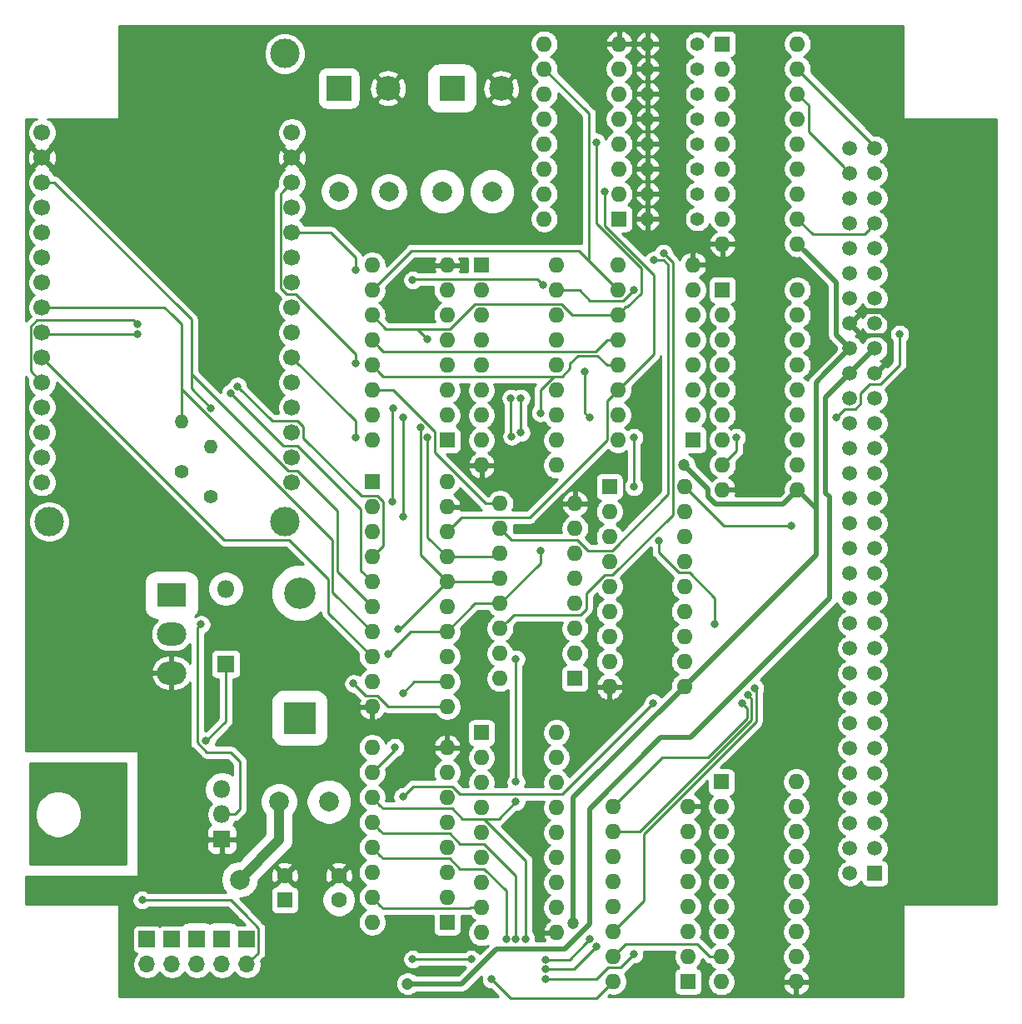
<source format=gbr>
G04 #@! TF.GenerationSoftware,KiCad,Pcbnew,5.1.5*
G04 #@! TF.CreationDate,2020-01-14T22:00:11+01:00*
G04 #@! TF.ProjectId,flipdot-brose,666c6970-646f-4742-9d62-726f73652e6b,rev?*
G04 #@! TF.SameCoordinates,Original*
G04 #@! TF.FileFunction,Copper,L1,Top*
G04 #@! TF.FilePolarity,Positive*
%FSLAX46Y46*%
G04 Gerber Fmt 4.6, Leading zero omitted, Abs format (unit mm)*
G04 Created by KiCad (PCBNEW 5.1.5) date 2020-01-14 22:00:11*
%MOMM*%
%LPD*%
G04 APERTURE LIST*
%ADD10C,3.000000*%
%ADD11C,1.700000*%
%ADD12C,0.600000*%
%ADD13O,1.700000X1.700000*%
%ADD14R,1.700000X1.700000*%
%ADD15O,1.600000X1.600000*%
%ADD16R,1.600000X1.600000*%
%ADD17R,1.520000X1.520000*%
%ADD18C,1.520000*%
%ADD19R,1.800000X1.800000*%
%ADD20O,1.800000X1.800000*%
%ADD21C,1.400000*%
%ADD22O,1.400000X1.400000*%
%ADD23R,3.200000X3.200000*%
%ADD24O,3.200000X3.200000*%
%ADD25C,1.600000*%
%ADD26C,2.000000*%
%ADD27R,3.000000X2.350000*%
%ADD28O,3.000000X2.350000*%
%ADD29C,2.500000*%
%ADD30R,2.500000X2.500000*%
%ADD31C,0.800000*%
%ADD32C,1.200000*%
%ADD33C,1.000000*%
%ADD34C,0.250000*%
%ADD35C,0.500000*%
%ADD36C,0.254000*%
G04 APERTURE END LIST*
D10*
X190400000Y-35700000D03*
X166460000Y-83260000D03*
X190400000Y-83260000D03*
D11*
X165730000Y-43700000D03*
X165730000Y-46240000D03*
X165730000Y-48780000D03*
X165730000Y-51320000D03*
X165730000Y-53860000D03*
X165730000Y-56400000D03*
X165730000Y-58940000D03*
X165730000Y-61480000D03*
X165730000Y-64020000D03*
X165730000Y-66560000D03*
X165730000Y-69100000D03*
X165730000Y-71640000D03*
X165730000Y-74180000D03*
X165730000Y-76720000D03*
X165730000Y-79260000D03*
X191130000Y-43700000D03*
X191130000Y-46240000D03*
X191130000Y-48780000D03*
X191130000Y-51320000D03*
X191130000Y-53860000D03*
X191130000Y-56400000D03*
X191130000Y-58940000D03*
X191130000Y-61480000D03*
X191130000Y-64020000D03*
X191130000Y-66560000D03*
X191130000Y-69100000D03*
X191130000Y-71640000D03*
X191130000Y-74180000D03*
X191130000Y-76720000D03*
X191130000Y-79260000D03*
D12*
X190400000Y-128700000D03*
X193400000Y-128700000D03*
X194900000Y-128700000D03*
X191900000Y-128700000D03*
X190400000Y-125700000D03*
X193400000Y-124200000D03*
X193400000Y-125700000D03*
X190400000Y-124200000D03*
X194900000Y-124200000D03*
X194900000Y-125700000D03*
X191900000Y-125700000D03*
X191900000Y-124200000D03*
X169400000Y-102700000D03*
X164900000Y-105700000D03*
X164900000Y-102700000D03*
X164900000Y-104200000D03*
X166400000Y-105700000D03*
X166400000Y-102700000D03*
X167900000Y-104200000D03*
X167900000Y-102700000D03*
X166400000Y-104200000D03*
X169400000Y-104200000D03*
X167900000Y-105700000D03*
X169400000Y-105700000D03*
D13*
X178940000Y-128240000D03*
D14*
X178940000Y-125700000D03*
X184020000Y-125700000D03*
D13*
X184020000Y-128240000D03*
D14*
X176400000Y-125700000D03*
D13*
X176400000Y-128240000D03*
X186560000Y-128240000D03*
D14*
X186560000Y-125700000D03*
X181480000Y-125700000D03*
D13*
X181480000Y-128240000D03*
D12*
X225400000Y-81200000D03*
X225900000Y-82200000D03*
X227900000Y-80200000D03*
X226900000Y-96700000D03*
X228400000Y-93700000D03*
X225400000Y-95200000D03*
X228400000Y-95200000D03*
X228400000Y-92200000D03*
X225400000Y-93700000D03*
X226900000Y-92200000D03*
X228400000Y-96700000D03*
X226900000Y-95200000D03*
X226900000Y-93700000D03*
X225400000Y-92200000D03*
X225400000Y-96700000D03*
X212400000Y-69700000D03*
X211900000Y-71200000D03*
X212400000Y-77700000D03*
X212400000Y-76200000D03*
X172900000Y-83700000D03*
X174400000Y-82200000D03*
X175900000Y-82200000D03*
X175900000Y-83700000D03*
X172900000Y-80700000D03*
X177400000Y-80700000D03*
X175900000Y-80700000D03*
X177400000Y-83700000D03*
X172900000Y-82200000D03*
X177400000Y-82200000D03*
X174400000Y-80700000D03*
X174400000Y-83700000D03*
X183900000Y-50200000D03*
X183900000Y-51700000D03*
X182400000Y-50200000D03*
X183900000Y-48700000D03*
X182400000Y-48700000D03*
X182400000Y-51700000D03*
X182400000Y-47200000D03*
X183900000Y-45700000D03*
X182400000Y-44200000D03*
X182400000Y-45700000D03*
X183900000Y-44200000D03*
X183900000Y-47200000D03*
X179400000Y-51700000D03*
X177900000Y-48700000D03*
X179400000Y-48700000D03*
X180900000Y-48700000D03*
X180900000Y-51700000D03*
X177900000Y-50200000D03*
X179400000Y-50200000D03*
X176400000Y-51700000D03*
X180900000Y-50200000D03*
X176400000Y-50200000D03*
X176400000Y-48700000D03*
X177900000Y-51700000D03*
X176400000Y-45700000D03*
X179400000Y-47200000D03*
X177900000Y-44200000D03*
X177900000Y-47200000D03*
X180900000Y-47200000D03*
X179400000Y-44200000D03*
X180900000Y-45700000D03*
X176400000Y-47200000D03*
X177900000Y-45700000D03*
X179400000Y-45700000D03*
X180900000Y-44200000D03*
X176400000Y-44200000D03*
X214900000Y-78700000D03*
X214400000Y-80200000D03*
X214400000Y-81700000D03*
X208400000Y-80700000D03*
X227900000Y-67700000D03*
X227400000Y-74700000D03*
X226400000Y-72200000D03*
X227900000Y-72200000D03*
X227900000Y-70200000D03*
X226400000Y-70200000D03*
X240400000Y-51700000D03*
X238900000Y-51700000D03*
X237400000Y-51700000D03*
X237400000Y-54700000D03*
X238900000Y-54700000D03*
X240400000Y-54700000D03*
X240400000Y-53200000D03*
X238900000Y-53200000D03*
X237400000Y-53200000D03*
X237900000Y-80200000D03*
X236900000Y-80200000D03*
X236900000Y-79200000D03*
X259900000Y-118700000D03*
X258400000Y-118700000D03*
X256900000Y-118700000D03*
X255400000Y-118700000D03*
X255400000Y-117200000D03*
X256900000Y-117200000D03*
X258400000Y-117200000D03*
X259900000Y-117200000D03*
X259900000Y-115700000D03*
X258400000Y-115700000D03*
X256900000Y-115700000D03*
X255400000Y-115700000D03*
X259900000Y-47700000D03*
X258400000Y-47700000D03*
X256900000Y-47700000D03*
X255400000Y-47700000D03*
X255400000Y-46200000D03*
X256900000Y-46200000D03*
X258400000Y-46200000D03*
X259900000Y-46200000D03*
X259900000Y-44700000D03*
X258400000Y-44700000D03*
X256900000Y-44700000D03*
X255400000Y-44700000D03*
X241400000Y-99200000D03*
X242900000Y-99200000D03*
X244400000Y-99200000D03*
X244400000Y-97700000D03*
X242900000Y-97700000D03*
X215400000Y-108200000D03*
X215400000Y-106700000D03*
X215400000Y-116200000D03*
X213900000Y-114700000D03*
X215400000Y-114700000D03*
X215400000Y-113200000D03*
D15*
X218020000Y-104700000D03*
X210400000Y-125020000D03*
X218020000Y-107240000D03*
X210400000Y-122480000D03*
X218020000Y-109780000D03*
X210400000Y-119940000D03*
X218020000Y-112320000D03*
X210400000Y-117400000D03*
X218020000Y-114860000D03*
X210400000Y-114860000D03*
X218020000Y-117400000D03*
X210400000Y-112320000D03*
X218020000Y-119940000D03*
X210400000Y-109780000D03*
X218020000Y-122480000D03*
X210400000Y-107240000D03*
X218020000Y-125020000D03*
D16*
X210400000Y-104700000D03*
D12*
X215400000Y-105200000D03*
X241400000Y-97700000D03*
D17*
X250400000Y-119000000D03*
D18*
X247860000Y-119000000D03*
X250400000Y-116460000D03*
X247860000Y-116460000D03*
X250400000Y-113920000D03*
X247860000Y-113920000D03*
X250400000Y-111380000D03*
X247860000Y-111380000D03*
X250400000Y-108840000D03*
X247860000Y-108840000D03*
X250400000Y-106300000D03*
X247860000Y-106300000D03*
X250400000Y-103760000D03*
X247860000Y-103760000D03*
X250400000Y-101220000D03*
X247860000Y-101220000D03*
X250400000Y-98680000D03*
X247860000Y-98680000D03*
X250400000Y-96140000D03*
X247860000Y-96140000D03*
X250400000Y-93600000D03*
X247860000Y-93600000D03*
X250400000Y-91060000D03*
X247860000Y-91060000D03*
X250400000Y-88520000D03*
X247860000Y-88520000D03*
X250400000Y-85980000D03*
X247860000Y-85980000D03*
X250400000Y-83440000D03*
X247860000Y-83440000D03*
X250400000Y-80900000D03*
X247860000Y-80900000D03*
X250400000Y-78360000D03*
X247860000Y-78360000D03*
X250400000Y-75820000D03*
X247860000Y-75820000D03*
X250400000Y-73280000D03*
X247860000Y-73280000D03*
X250400000Y-70740000D03*
X247860000Y-70740000D03*
X250400000Y-68200000D03*
X247860000Y-68200000D03*
X250400000Y-65660000D03*
X247860000Y-65660000D03*
X250400000Y-63120000D03*
X247860000Y-63120000D03*
X250400000Y-60580000D03*
X247860000Y-60580000D03*
X250400000Y-58040000D03*
X247860000Y-58040000D03*
X250400000Y-55500000D03*
X247860000Y-55500000D03*
X250400000Y-52960000D03*
X247860000Y-52960000D03*
X250400000Y-50420000D03*
X247860000Y-50420000D03*
X250400000Y-47880000D03*
X247860000Y-47880000D03*
X250400000Y-45340000D03*
X247860000Y-45340000D03*
D19*
X184400000Y-97700000D03*
D20*
X184400000Y-90080000D03*
D21*
X232360000Y-34700000D03*
D22*
X227280000Y-34700000D03*
X227280000Y-37240000D03*
D21*
X232360000Y-37240000D03*
X232360000Y-39780000D03*
D22*
X227280000Y-39780000D03*
X227280000Y-42320000D03*
D21*
X232360000Y-42320000D03*
D22*
X227280000Y-44860000D03*
D21*
X232360000Y-44860000D03*
X232360000Y-47400000D03*
D22*
X227280000Y-47400000D03*
X227280000Y-49940000D03*
D21*
X232360000Y-49940000D03*
X232360000Y-52480000D03*
D22*
X227280000Y-52480000D03*
D16*
X199280000Y-79200000D03*
D15*
X206900000Y-102060000D03*
X199280000Y-81740000D03*
X206900000Y-99520000D03*
X199280000Y-84280000D03*
X206900000Y-96980000D03*
X199280000Y-86820000D03*
X206900000Y-94440000D03*
X199280000Y-89360000D03*
X206900000Y-91900000D03*
X199280000Y-91900000D03*
X206900000Y-89360000D03*
X199280000Y-94440000D03*
X206900000Y-86820000D03*
X199280000Y-96980000D03*
X206900000Y-84280000D03*
X199280000Y-99520000D03*
X206900000Y-81740000D03*
X199280000Y-102060000D03*
X206900000Y-79200000D03*
X242520000Y-59700000D03*
X234900000Y-80020000D03*
X242520000Y-62240000D03*
X234900000Y-77480000D03*
X242520000Y-64780000D03*
X234900000Y-74940000D03*
X242520000Y-67320000D03*
X234900000Y-72400000D03*
X242520000Y-69860000D03*
X234900000Y-69860000D03*
X242520000Y-72400000D03*
X234900000Y-67320000D03*
X242520000Y-74940000D03*
X234900000Y-64780000D03*
X242520000Y-77480000D03*
X234900000Y-62240000D03*
X242520000Y-80020000D03*
D16*
X234900000Y-59700000D03*
X231900000Y-74940000D03*
D15*
X224280000Y-57160000D03*
X231900000Y-72400000D03*
X224280000Y-59700000D03*
X231900000Y-69860000D03*
X224280000Y-62240000D03*
X231900000Y-67320000D03*
X224280000Y-64780000D03*
X231900000Y-64780000D03*
X224280000Y-67320000D03*
X231900000Y-62240000D03*
X224280000Y-69860000D03*
X231900000Y-59700000D03*
X224280000Y-72400000D03*
X231900000Y-57160000D03*
X224280000Y-74940000D03*
D16*
X223400000Y-79700000D03*
D15*
X231020000Y-100020000D03*
X223400000Y-82240000D03*
X231020000Y-97480000D03*
X223400000Y-84780000D03*
X231020000Y-94940000D03*
X223400000Y-87320000D03*
X231020000Y-92400000D03*
X223400000Y-89860000D03*
X231020000Y-89860000D03*
X223400000Y-92400000D03*
X231020000Y-87320000D03*
X223400000Y-94940000D03*
X231020000Y-84780000D03*
X223400000Y-97480000D03*
X231020000Y-82240000D03*
X223400000Y-100020000D03*
X231020000Y-79700000D03*
X212280000Y-99200000D03*
X219900000Y-81420000D03*
X212280000Y-96660000D03*
X219900000Y-83960000D03*
X212280000Y-94120000D03*
X219900000Y-86500000D03*
X212280000Y-91580000D03*
X219900000Y-89040000D03*
X212280000Y-89040000D03*
X219900000Y-91580000D03*
X212280000Y-86500000D03*
X219900000Y-94120000D03*
X212280000Y-83960000D03*
X219900000Y-96660000D03*
X212280000Y-81420000D03*
D16*
X219900000Y-99200000D03*
X224400000Y-52480000D03*
D15*
X216780000Y-34700000D03*
X224400000Y-49940000D03*
X216780000Y-37240000D03*
X224400000Y-47400000D03*
X216780000Y-39780000D03*
X224400000Y-44860000D03*
X216780000Y-42320000D03*
X224400000Y-42320000D03*
X216780000Y-44860000D03*
X224400000Y-39780000D03*
X216780000Y-47400000D03*
X224400000Y-37240000D03*
X216780000Y-49940000D03*
X224400000Y-34700000D03*
X216780000Y-52480000D03*
X218020000Y-57200000D03*
X210400000Y-77520000D03*
X218020000Y-59740000D03*
X210400000Y-74980000D03*
X218020000Y-62280000D03*
X210400000Y-72440000D03*
X218020000Y-64820000D03*
X210400000Y-69900000D03*
X218020000Y-67360000D03*
X210400000Y-67360000D03*
X218020000Y-69900000D03*
X210400000Y-64820000D03*
X218020000Y-72440000D03*
X210400000Y-62280000D03*
X218020000Y-74980000D03*
X210400000Y-59740000D03*
X218020000Y-77520000D03*
D16*
X210400000Y-57200000D03*
X234900000Y-34700000D03*
D15*
X242520000Y-55020000D03*
X234900000Y-37240000D03*
X242520000Y-52480000D03*
X234900000Y-39780000D03*
X242520000Y-49940000D03*
X234900000Y-42320000D03*
X242520000Y-47400000D03*
X234900000Y-44860000D03*
X242520000Y-44860000D03*
X234900000Y-47400000D03*
X242520000Y-42320000D03*
X234900000Y-49940000D03*
X242520000Y-39780000D03*
X234900000Y-52480000D03*
X242520000Y-37240000D03*
X234900000Y-55020000D03*
X242520000Y-34700000D03*
X199280000Y-74980000D03*
X206900000Y-57200000D03*
X199280000Y-72440000D03*
X206900000Y-59740000D03*
X199280000Y-69900000D03*
X206900000Y-62280000D03*
X199280000Y-67360000D03*
X206900000Y-64820000D03*
X199280000Y-64820000D03*
X206900000Y-67360000D03*
X199280000Y-62280000D03*
X206900000Y-69900000D03*
X199280000Y-59740000D03*
X206900000Y-72440000D03*
X199280000Y-57200000D03*
D16*
X206900000Y-74980000D03*
X234780000Y-109700000D03*
D15*
X242400000Y-130020000D03*
X234780000Y-112240000D03*
X242400000Y-127480000D03*
X234780000Y-114780000D03*
X242400000Y-124940000D03*
X234780000Y-117320000D03*
X242400000Y-122400000D03*
X234780000Y-119860000D03*
X242400000Y-119860000D03*
X234780000Y-122400000D03*
X242400000Y-117320000D03*
X234780000Y-124940000D03*
X242400000Y-114780000D03*
X234780000Y-127480000D03*
X242400000Y-112240000D03*
X234780000Y-130020000D03*
X242400000Y-109700000D03*
D16*
X231400000Y-129980000D03*
D15*
X223780000Y-112200000D03*
X231400000Y-127440000D03*
X223780000Y-114740000D03*
X231400000Y-124900000D03*
X223780000Y-117280000D03*
X231400000Y-122360000D03*
X223780000Y-119820000D03*
X231400000Y-119820000D03*
X223780000Y-122360000D03*
X231400000Y-117280000D03*
X223780000Y-124900000D03*
X231400000Y-114740000D03*
X223780000Y-127440000D03*
X231400000Y-112200000D03*
X223780000Y-129980000D03*
X199280000Y-123980000D03*
X206900000Y-106200000D03*
X199280000Y-121440000D03*
X206900000Y-108740000D03*
X199280000Y-118900000D03*
X206900000Y-111280000D03*
X199280000Y-116360000D03*
X206900000Y-113820000D03*
X199280000Y-113820000D03*
X206900000Y-116360000D03*
X199280000Y-111280000D03*
X206900000Y-118900000D03*
X199280000Y-108740000D03*
X206900000Y-121440000D03*
X199280000Y-106200000D03*
D16*
X206900000Y-123980000D03*
D23*
X191900000Y-103200000D03*
D24*
X191900000Y-90500000D03*
D16*
X190400000Y-121700000D03*
D25*
X190400000Y-119200000D03*
D26*
X195900000Y-49700000D03*
X200980000Y-49710000D03*
X189820000Y-111690000D03*
X194900000Y-111700000D03*
X206400000Y-49700000D03*
X211480000Y-49710000D03*
D27*
X178900000Y-90700000D03*
D28*
X178900000Y-94660000D03*
X178900000Y-98620000D03*
D19*
X184020000Y-115540000D03*
D20*
X184020000Y-113000000D03*
X184020000Y-110460000D03*
D25*
X195900000Y-121700000D03*
X195900000Y-119200000D03*
D22*
X179900000Y-73120000D03*
D21*
X179900000Y-78200000D03*
X182900000Y-80700000D03*
D22*
X182900000Y-75620000D03*
D29*
X212400000Y-39200000D03*
D30*
X207400000Y-39200000D03*
X195900000Y-39200000D03*
D29*
X200900000Y-39200000D03*
D26*
X185813819Y-119613819D03*
D31*
X211400000Y-129750000D03*
X203400000Y-127700000D03*
X209349994Y-127700004D03*
X181900000Y-93700000D03*
X241900000Y-83700000D03*
X225900000Y-59700000D03*
D32*
X202900000Y-130200000D03*
X230986002Y-77520000D03*
X219727551Y-124050662D03*
D31*
X252900000Y-64200000D03*
X246450000Y-72700000D03*
X175900000Y-121700000D03*
X197600000Y-74700000D03*
X202400000Y-82700000D03*
X202400000Y-72700000D03*
X197600000Y-57700000D03*
X201352347Y-81247653D03*
X201400000Y-71700000D03*
X197600000Y-67200000D03*
X184900000Y-70200000D03*
X175400000Y-64200000D03*
X185607108Y-69492892D03*
X175400000Y-63199997D03*
X182900000Y-71700000D03*
X227900000Y-56700000D03*
X237451981Y-100866142D03*
X201580011Y-106200000D03*
X202400000Y-100700000D03*
X214400000Y-70700000D03*
X214400000Y-74200000D03*
X216400000Y-86200000D03*
X216400000Y-72200000D03*
X225900000Y-127200000D03*
X216900000Y-129750006D03*
X212900000Y-125650000D03*
X200900000Y-96700000D03*
X213400000Y-70700000D03*
X213479518Y-74590789D03*
X222107108Y-126407108D03*
X216900000Y-128750003D03*
X213900000Y-125650000D03*
X201900000Y-94200000D03*
X204175000Y-73700000D03*
X222065000Y-44700000D03*
X216900000Y-127750000D03*
X214900000Y-125650000D03*
X221400000Y-125700000D03*
X213900000Y-97200000D03*
X213900000Y-109700000D03*
X213900000Y-111700000D03*
X204900000Y-64700000D03*
X204900000Y-74700000D03*
X222900000Y-49700000D03*
X236324970Y-74700000D03*
X228900000Y-55975000D03*
X238159089Y-100159034D03*
X234125000Y-93700000D03*
X228400000Y-85200000D03*
X225900000Y-79700000D03*
X225900000Y-74700000D03*
X221400000Y-72700000D03*
X220900000Y-68009999D03*
X216625000Y-59200000D03*
X203400000Y-58700000D03*
X202400000Y-111200000D03*
X227877537Y-101677537D03*
X236900000Y-101700000D03*
X197400000Y-99700000D03*
X182400000Y-105550000D03*
D33*
X189820000Y-111690000D02*
X189820000Y-115607638D01*
X189820000Y-115607638D02*
X185813819Y-119613819D01*
D34*
X209349990Y-127700000D02*
X209349994Y-127700004D01*
X203400000Y-127700000D02*
X209349990Y-127700000D01*
X213350000Y-131700000D02*
X211400000Y-129750000D01*
X223780000Y-129980000D02*
X222060000Y-131700000D01*
X222060000Y-131700000D02*
X213350000Y-131700000D01*
X181500001Y-105723003D02*
X182476998Y-106700000D01*
X181900000Y-93700000D02*
X181500001Y-94099999D01*
X181500001Y-94099999D02*
X181500001Y-105723003D01*
X182476998Y-106700000D02*
X184900000Y-106700000D01*
X185292792Y-113000000D02*
X184020000Y-113000000D01*
X185845001Y-112447791D02*
X185292792Y-113000000D01*
X185845001Y-107645001D02*
X185845001Y-112447791D01*
X184900000Y-106700000D02*
X185845001Y-107645001D01*
X231020000Y-79700000D02*
X235020000Y-83700000D01*
X235020000Y-83700000D02*
X241900000Y-83700000D01*
X218020000Y-59740000D02*
X220360000Y-59740000D01*
X220360000Y-59740000D02*
X221445001Y-60825001D01*
X221445001Y-60825001D02*
X224820001Y-60825001D01*
X224820001Y-60779999D02*
X224820001Y-60825001D01*
X225900000Y-59700000D02*
X224820001Y-60779999D01*
D35*
X245400000Y-80351463D02*
X245770752Y-80722215D01*
X245770752Y-80722215D02*
X245770752Y-81570743D01*
X245400000Y-70660000D02*
X245400000Y-80351463D01*
X250400000Y-65660000D02*
X245400000Y-70660000D01*
X218845996Y-126700000D02*
X221400000Y-124145996D01*
X221400000Y-112433998D02*
X228633998Y-105200000D01*
X245770752Y-91062446D02*
X245770752Y-82419271D01*
X202900000Y-130200000D02*
X208400000Y-130200000D01*
X211900000Y-126700000D02*
X218845996Y-126700000D01*
X228633998Y-105200000D02*
X231633198Y-105200000D01*
X245770752Y-82419271D02*
X245770752Y-81570743D01*
X208400000Y-130200000D02*
X211900000Y-126700000D01*
X231633198Y-105200000D02*
X245770752Y-91062446D01*
X221400000Y-124145996D02*
X221400000Y-112433998D01*
X247860000Y-65660000D02*
X245400000Y-68120000D01*
X244400000Y-69120000D02*
X245400000Y-68120000D01*
X244400000Y-81900000D02*
X242520000Y-80020000D01*
X244400000Y-82200000D02*
X244400000Y-81900000D01*
X244400000Y-82200000D02*
X244400000Y-69120000D01*
X246449999Y-58949999D02*
X243319999Y-55819999D01*
X243319999Y-55819999D02*
X242520000Y-55020000D01*
X246449999Y-64249999D02*
X246449999Y-58949999D01*
X247860000Y-65660000D02*
X246449999Y-64249999D01*
X244400000Y-86640000D02*
X244400000Y-83200000D01*
X231020000Y-100020000D02*
X244400000Y-86640000D01*
X244400000Y-85200000D02*
X244400000Y-83200000D01*
X244400000Y-83200000D02*
X244400000Y-82200000D01*
X242520000Y-80020000D02*
X241069999Y-81470001D01*
X233449999Y-79983997D02*
X230986002Y-77520000D01*
X241069999Y-81470001D02*
X234203999Y-81470001D01*
X234203999Y-81470001D02*
X233449999Y-80716001D01*
X233449999Y-80716001D02*
X233449999Y-79983997D01*
X231020000Y-100020000D02*
X219727551Y-111312449D01*
X219727551Y-111312449D02*
X219727551Y-123202134D01*
X219727551Y-123202134D02*
X219727551Y-124050662D01*
D34*
X248380801Y-71825001D02*
X247324999Y-71825001D01*
X247324999Y-71825001D02*
X246450000Y-72700000D01*
X248945001Y-71260801D02*
X248380801Y-71825001D01*
X252900000Y-67305802D02*
X250920801Y-69285001D01*
X252900000Y-64200000D02*
X252900000Y-67305802D01*
X248945001Y-70219199D02*
X248945001Y-71260801D01*
X250920801Y-69285001D02*
X249879199Y-69285001D01*
X249879199Y-69285001D02*
X248945001Y-70219199D01*
X249640001Y-53719999D02*
X250400000Y-52960000D01*
X244085001Y-54045001D02*
X249314999Y-54045001D01*
X249314999Y-54045001D02*
X249640001Y-53719999D01*
X242520000Y-52480000D02*
X244085001Y-54045001D01*
X247100001Y-47120001D02*
X247860000Y-47880000D01*
X243645001Y-40905001D02*
X243645001Y-43665001D01*
X243645001Y-43665001D02*
X247100001Y-47120001D01*
X242520000Y-39780000D02*
X243645001Y-40905001D01*
X250400000Y-45120000D02*
X250400000Y-45340000D01*
X242520000Y-37240000D02*
X250400000Y-45120000D01*
X186560000Y-128240000D02*
X187735001Y-127064999D01*
X187735001Y-127064999D02*
X187735001Y-124589999D01*
X184900000Y-121700000D02*
X186400000Y-123200000D01*
X175900000Y-121700000D02*
X184900000Y-121700000D01*
X187735001Y-124589999D02*
X186400000Y-123200000D01*
X186400000Y-123200000D02*
X186345002Y-123200000D01*
X197600000Y-73030000D02*
X191130000Y-66560000D01*
X197600000Y-74700000D02*
X197600000Y-73030000D01*
X202400000Y-82700000D02*
X202400000Y-72700000D01*
X197600000Y-57700000D02*
X197600000Y-56400000D01*
X195060000Y-53860000D02*
X191130000Y-53860000D01*
X197600000Y-56400000D02*
X195060000Y-53860000D01*
X201352347Y-81247653D02*
X201352347Y-71747653D01*
X201352347Y-71747653D02*
X201400000Y-71700000D01*
X190280001Y-49629999D02*
X191130000Y-48780000D01*
X189954999Y-49955001D02*
X190280001Y-49629999D01*
X189954999Y-59504001D02*
X189954999Y-49955001D01*
X190565999Y-60115001D02*
X189954999Y-59504001D01*
X191504003Y-60115001D02*
X190565999Y-60115001D01*
X197600000Y-66210998D02*
X191504003Y-60115001D01*
X197600000Y-67200000D02*
X197600000Y-66210998D01*
X166579999Y-67409999D02*
X165730000Y-66560000D01*
X194825001Y-89095999D02*
X190814003Y-85085001D01*
X184255001Y-85085001D02*
X166579999Y-67409999D01*
X190814003Y-85085001D02*
X184255001Y-85085001D01*
X194825001Y-92525001D02*
X194825001Y-89095999D01*
X199280000Y-96980000D02*
X194825001Y-92525001D01*
X198154999Y-82005997D02*
X191694001Y-75544999D01*
X199280000Y-89360000D02*
X198154999Y-88234999D01*
X191694001Y-75544999D02*
X190244999Y-75544999D01*
X198154999Y-88234999D02*
X198154999Y-82005997D01*
X190244999Y-75544999D02*
X184900000Y-70200000D01*
X165910000Y-64200000D02*
X165730000Y-64020000D01*
X175400000Y-64200000D02*
X165910000Y-64200000D01*
X191694001Y-73004999D02*
X189119215Y-73004999D01*
X192305001Y-73615999D02*
X191694001Y-73004999D01*
X200405001Y-85694999D02*
X200405001Y-81199999D01*
X199280000Y-86820000D02*
X200405001Y-85694999D01*
X189119215Y-73004999D02*
X185607108Y-69492892D01*
X200405001Y-81199999D02*
X199820001Y-80614999D01*
X199820001Y-80614999D02*
X198175999Y-80614999D01*
X192305001Y-74744001D02*
X192305001Y-73615999D01*
X198175999Y-80614999D02*
X192305001Y-74744001D01*
X175000001Y-62799998D02*
X175400000Y-63199997D01*
X164554999Y-63455999D02*
X165211000Y-62799998D01*
X165730000Y-69100000D02*
X164554999Y-67924999D01*
X165211000Y-62799998D02*
X175000001Y-62799998D01*
X164554999Y-67924999D02*
X164554999Y-63455999D01*
X195275011Y-90435011D02*
X195275011Y-85144013D01*
X199280000Y-94440000D02*
X195275011Y-90435011D01*
X179900000Y-69769002D02*
X179900000Y-63200000D01*
X195275011Y-85144013D02*
X179900000Y-69769002D01*
X179900000Y-69769002D02*
X179900000Y-73120000D01*
X178180000Y-61480000D02*
X178900000Y-62200000D01*
X165730000Y-61480000D02*
X178180000Y-61480000D01*
X179900000Y-63200000D02*
X178900000Y-62200000D01*
X180900000Y-62700000D02*
X166980000Y-48780000D01*
X166980000Y-48780000D02*
X165730000Y-48780000D01*
X195725021Y-88345021D02*
X195725021Y-82116019D01*
X180900000Y-68229002D02*
X180900000Y-62700000D01*
X199280000Y-91900000D02*
X195725021Y-88345021D01*
X191694001Y-78084999D02*
X190755997Y-78084999D01*
X195725021Y-82116019D02*
X191694001Y-78084999D01*
X190755997Y-78084999D02*
X180900000Y-68229002D01*
X180900000Y-68229002D02*
X180900000Y-69700000D01*
X180900000Y-69700000D02*
X182900000Y-71700000D01*
X199280000Y-59740000D02*
X203320000Y-55700000D01*
X203320000Y-55700000D02*
X220280000Y-55700000D01*
X221340000Y-41800000D02*
X216780000Y-37240000D01*
X221340000Y-56760000D02*
X221340000Y-41800000D01*
X221340000Y-56760000D02*
X224280000Y-59700000D01*
X220280000Y-55700000D02*
X221340000Y-56760000D01*
X213079999Y-84759999D02*
X212280000Y-83960000D01*
X213405001Y-85085001D02*
X213079999Y-84759999D01*
X223650003Y-86194999D02*
X221260001Y-86194999D01*
X229400000Y-80445002D02*
X223650003Y-86194999D01*
X229400000Y-57200000D02*
X229400000Y-80445002D01*
X228900000Y-56700000D02*
X229400000Y-57200000D01*
X220150003Y-85085001D02*
X213405001Y-85085001D01*
X221260001Y-86194999D02*
X220150003Y-85085001D01*
X227900000Y-56700000D02*
X228900000Y-56700000D01*
X237850010Y-101264171D02*
X237451981Y-100866142D01*
X237850010Y-103386400D02*
X237850010Y-101264171D01*
X223780000Y-114740000D02*
X226496410Y-114740000D01*
X226496410Y-114740000D02*
X237850010Y-103386400D01*
X199280000Y-108740000D02*
X201580011Y-106439989D01*
X201580011Y-106439989D02*
X201580011Y-106200000D01*
X203580000Y-99520000D02*
X206900000Y-99520000D01*
X202400000Y-100700000D02*
X203580000Y-99520000D01*
X214400000Y-70700000D02*
X214400000Y-74200000D01*
X222196835Y-66368205D02*
X222170029Y-66395011D01*
X224280000Y-67320000D02*
X223148630Y-67320000D01*
X223148630Y-67320000D02*
X222196835Y-66368205D01*
X222170029Y-66395011D02*
X220204989Y-66395011D01*
X220204989Y-66395011D02*
X219400000Y-67200000D01*
X219400000Y-67200000D02*
X219400000Y-67700000D01*
X200405001Y-68485001D02*
X200079999Y-68159999D01*
X218614999Y-68485001D02*
X200405001Y-68485001D01*
X200079999Y-68159999D02*
X199280000Y-67360000D01*
X219400000Y-67700000D02*
X218614999Y-68485001D01*
X209760000Y-91580000D02*
X212280000Y-91580000D01*
X206900000Y-94440000D02*
X209760000Y-91580000D01*
X212280000Y-91580000D02*
X216400000Y-87460000D01*
X216400000Y-87460000D02*
X216400000Y-86200000D01*
X216400000Y-69854998D02*
X217769997Y-68485001D01*
X216400000Y-72200000D02*
X216400000Y-69854998D01*
X222054994Y-129750006D02*
X216900000Y-129750006D01*
X223239999Y-128565001D02*
X222054994Y-129750006D01*
X225900000Y-127200000D02*
X224534999Y-128565001D01*
X224534999Y-128565001D02*
X223239999Y-128565001D01*
X200405001Y-117485001D02*
X200079999Y-117159999D01*
X208190003Y-118525001D02*
X207150003Y-117485001D01*
X207150003Y-117485001D02*
X200405001Y-117485001D01*
X210650003Y-118525001D02*
X208190003Y-118525001D01*
X212900000Y-120774998D02*
X210650003Y-118525001D01*
X200079999Y-117159999D02*
X199280000Y-116360000D01*
X212900000Y-125650000D02*
X212900000Y-120774998D01*
X206900000Y-94440000D02*
X203160000Y-94440000D01*
X203160000Y-94440000D02*
X201299999Y-96300001D01*
X201299999Y-96300001D02*
X200900000Y-96700000D01*
X213400000Y-70700000D02*
X213400000Y-74511271D01*
X213400000Y-74511271D02*
X213479518Y-74590789D01*
X200405001Y-65945001D02*
X200079999Y-65619999D01*
X221983629Y-65945001D02*
X200405001Y-65945001D01*
X223148630Y-64780000D02*
X221983629Y-65945001D01*
X200079999Y-65619999D02*
X199280000Y-64820000D01*
X224280000Y-64780000D02*
X223148630Y-64780000D01*
X211960000Y-89360000D02*
X212280000Y-89040000D01*
X206900000Y-89360000D02*
X211960000Y-89360000D01*
X222107108Y-126407108D02*
X219764213Y-128750003D01*
X219764213Y-128750003D02*
X216900000Y-128750003D01*
X200079999Y-114619999D02*
X199280000Y-113820000D01*
X200405001Y-114945001D02*
X200079999Y-114619999D01*
X207145001Y-114945001D02*
X200405001Y-114945001D01*
X208185001Y-115985001D02*
X207145001Y-114945001D01*
X210650003Y-115985001D02*
X208185001Y-115985001D01*
X213900000Y-119234998D02*
X210650003Y-115985001D01*
X213900000Y-125650000D02*
X213900000Y-119234998D01*
X206900000Y-89360000D02*
X202060000Y-94200000D01*
X202060000Y-94200000D02*
X201900000Y-94200000D01*
X206900000Y-89360000D02*
X204175000Y-86635000D01*
X204175000Y-86635000D02*
X204175000Y-73700000D01*
X223148630Y-62240000D02*
X224280000Y-62240000D01*
X219645002Y-62240000D02*
X223148630Y-62240000D01*
X199280000Y-62280000D02*
X200694999Y-63694999D01*
X207150003Y-63694999D02*
X209690003Y-61154999D01*
X209690003Y-61154999D02*
X218560001Y-61154999D01*
X218560001Y-61154999D02*
X219645002Y-62240000D01*
X226625001Y-60048001D02*
X226625001Y-57526413D01*
X224280000Y-62240000D02*
X225079999Y-61440001D01*
X225233001Y-61440001D02*
X226625001Y-60048001D01*
X225079999Y-61440001D02*
X225233001Y-61440001D01*
X226625001Y-57526413D02*
X222065000Y-52966412D01*
X222065000Y-52966412D02*
X222065000Y-44700000D01*
X211960000Y-86820000D02*
X212280000Y-86500000D01*
X206900000Y-86820000D02*
X211960000Y-86820000D01*
X200079999Y-112079999D02*
X199280000Y-111280000D01*
X200405001Y-112405001D02*
X200079999Y-112079999D01*
X214900000Y-117694998D02*
X210650003Y-113445001D01*
X214900000Y-125650000D02*
X214900000Y-117694998D01*
X208480001Y-113445001D02*
X207440001Y-112405001D01*
X207440001Y-112405001D02*
X200405001Y-112405001D01*
X221000001Y-126099999D02*
X221400000Y-125700000D01*
X219350000Y-127750000D02*
X221000001Y-126099999D01*
X216900000Y-127750000D02*
X219350000Y-127750000D01*
X213900000Y-97200000D02*
X213900000Y-109700000D01*
X212154999Y-113445001D02*
X210940001Y-113445001D01*
X213900000Y-111700000D02*
X212154999Y-113445001D01*
X210940001Y-113445001D02*
X209145001Y-113445001D01*
X210650003Y-113445001D02*
X209145001Y-113445001D01*
X209145001Y-113445001D02*
X208480001Y-113445001D01*
X203894999Y-63694999D02*
X207150003Y-63694999D01*
X203894999Y-63694999D02*
X204900000Y-64700000D01*
X200694999Y-63694999D02*
X203894999Y-63694999D01*
X204900000Y-84820000D02*
X206900000Y-86820000D01*
X204900000Y-74700000D02*
X204900000Y-84820000D01*
X227900000Y-66240000D02*
X227900000Y-58165002D01*
X222900000Y-50265685D02*
X222900000Y-49700000D01*
X224280000Y-69860000D02*
X227900000Y-66240000D01*
X227900000Y-58165002D02*
X222900000Y-53165002D01*
X222900000Y-53165002D02*
X222900000Y-50265685D01*
X208345001Y-82834999D02*
X215265001Y-82834999D01*
X206900000Y-84280000D02*
X208345001Y-82834999D01*
X223480001Y-70659999D02*
X224280000Y-69860000D01*
X223154999Y-70985001D02*
X223480001Y-70659999D01*
X223154999Y-74945001D02*
X223154999Y-70985001D01*
X215265001Y-82834999D02*
X223154999Y-74945001D01*
X236324970Y-76055030D02*
X234900000Y-77480000D01*
X236324970Y-74700000D02*
X236324970Y-76055030D01*
X213694999Y-92705001D02*
X213079999Y-93320001D01*
X220440001Y-92705001D02*
X213694999Y-92705001D01*
X213079999Y-93320001D02*
X212280000Y-94120000D01*
X221025001Y-92120001D02*
X220440001Y-92705001D01*
X222894998Y-88700000D02*
X221025001Y-90569997D01*
X221025001Y-90569997D02*
X221025001Y-92120001D01*
X223685002Y-88700000D02*
X222894998Y-88700000D01*
X229850010Y-82534992D02*
X223685002Y-88700000D01*
X229850010Y-56925010D02*
X229850010Y-82534992D01*
X228900000Y-55975000D02*
X229850010Y-56925010D01*
X200411370Y-69900000D02*
X199280000Y-69900000D01*
X201448002Y-69900000D02*
X200411370Y-69900000D01*
X205625001Y-74076999D02*
X201448002Y-69900000D01*
X210785002Y-81420000D02*
X205625001Y-76259999D01*
X205625001Y-76259999D02*
X205625001Y-74076999D01*
X212280000Y-81420000D02*
X210785002Y-81420000D01*
X223780000Y-124900000D02*
X226900000Y-121780000D01*
X238300020Y-100299965D02*
X238159089Y-100159034D01*
X238300020Y-103572800D02*
X238300020Y-100299965D01*
X226900000Y-121780000D02*
X226900000Y-114972820D01*
X226900000Y-114972820D02*
X238300020Y-103572800D01*
X234125000Y-91010000D02*
X231560001Y-88445001D01*
X234125000Y-93700000D02*
X234125000Y-91010000D01*
X228400000Y-86365002D02*
X228400000Y-85200000D01*
X231560001Y-88445001D02*
X230479999Y-88445001D01*
X230479999Y-88445001D02*
X228400000Y-86365002D01*
X225900000Y-79700000D02*
X225900000Y-74700000D01*
X221400000Y-72700000D02*
X220900000Y-72200000D01*
X220900000Y-72200000D02*
X220900000Y-68009999D01*
X203485001Y-58614999D02*
X203400000Y-58700000D01*
X216625000Y-59200000D02*
X216039999Y-58614999D01*
X216039999Y-58614999D02*
X203485001Y-58614999D01*
X232340000Y-126200000D02*
X225020000Y-126200000D01*
X234780000Y-127480000D02*
X233620000Y-127480000D01*
X225020000Y-126200000D02*
X223780000Y-127440000D01*
X233620000Y-127480000D02*
X232340000Y-126200000D01*
X202400000Y-111200000D02*
X203445001Y-110154999D01*
X203445001Y-110154999D02*
X207440001Y-110154999D01*
X207440001Y-110154999D02*
X208190003Y-110905001D01*
X208190003Y-110905001D02*
X218650073Y-110905001D01*
X218650073Y-110905001D02*
X227877537Y-101677537D01*
X236900000Y-101700000D02*
X237400000Y-102200000D01*
X237400000Y-102200000D02*
X237400000Y-103200000D01*
X237400000Y-103200000D02*
X233400000Y-107200000D01*
X228780000Y-107200000D02*
X223780000Y-112200000D01*
X233400000Y-107200000D02*
X228780000Y-107200000D01*
X209183629Y-122565001D02*
X200405001Y-122565001D01*
X200405001Y-122565001D02*
X200079999Y-122239999D01*
X209268630Y-122480000D02*
X209183629Y-122565001D01*
X200079999Y-122239999D02*
X199280000Y-121440000D01*
X210400000Y-122480000D02*
X209268630Y-122480000D01*
X251685001Y-66914999D02*
X251685001Y-65043199D01*
X250400000Y-68200000D02*
X251685001Y-66914999D01*
X251685001Y-65043199D02*
X251120901Y-64479099D01*
X250846803Y-64205001D02*
X248945001Y-64205001D01*
X248945001Y-64205001D02*
X248619999Y-63879999D01*
X251120901Y-64479099D02*
X251016801Y-64374999D01*
X251120901Y-64479099D02*
X250846803Y-64205001D01*
X251016801Y-64374999D02*
X249074999Y-64374999D01*
X248619999Y-63879999D02*
X247860000Y-63120000D01*
X250846803Y-64205001D02*
X251394999Y-64205001D01*
X251394999Y-64205001D02*
X251889998Y-64700000D01*
X251889998Y-64700000D02*
X251889998Y-65189998D01*
X248945001Y-62034999D02*
X248619999Y-62360001D01*
X250920801Y-62034999D02*
X248945001Y-62034999D01*
X248619999Y-62360001D02*
X247860000Y-63120000D01*
X251685001Y-65043199D02*
X251685001Y-62799199D01*
X250920801Y-62034999D02*
X250920801Y-61720801D01*
X251242901Y-62357099D02*
X250920801Y-62034999D01*
X251685001Y-62799199D02*
X251242901Y-62357099D01*
X250920801Y-61720801D02*
X250900000Y-61700000D01*
X250900000Y-61700000D02*
X251900000Y-62700000D01*
X250400000Y-61700000D02*
X250650000Y-61950000D01*
X250650000Y-61950000D02*
X250900000Y-61700000D01*
X250565001Y-62034999D02*
X250650000Y-61950000D01*
X250900000Y-61700000D02*
X250400000Y-61700000D01*
X250230002Y-61700000D02*
X250565001Y-62034999D01*
X249900000Y-61700000D02*
X250230002Y-61700000D01*
X249900000Y-61700000D02*
X249400000Y-61700000D01*
X250400000Y-61700000D02*
X249900000Y-61700000D01*
X249900000Y-61700000D02*
X250234999Y-62034999D01*
X250234999Y-62034999D02*
X250565001Y-62034999D01*
X249900000Y-61869998D02*
X250065001Y-62034999D01*
X248945001Y-62034999D02*
X250065001Y-62034999D01*
X249900000Y-61700000D02*
X249900000Y-61869998D01*
X250065001Y-62034999D02*
X250234999Y-62034999D01*
X250900000Y-61700000D02*
X251400000Y-61700000D01*
X198634999Y-100934999D02*
X197400000Y-99700000D01*
X199820001Y-100934999D02*
X198634999Y-100934999D01*
X206900000Y-102060000D02*
X200945002Y-102060000D01*
X200945002Y-102060000D02*
X199820001Y-100934999D01*
X184400000Y-97700000D02*
X184400000Y-103550000D01*
X184400000Y-103550000D02*
X182400000Y-105550000D01*
D36*
G36*
X174273000Y-118073000D02*
G01*
X164527000Y-118073000D01*
X164527000Y-112765098D01*
X164975000Y-112765098D01*
X164975000Y-113234902D01*
X165066654Y-113695679D01*
X165246440Y-114129721D01*
X165507450Y-114520349D01*
X165839651Y-114852550D01*
X166230279Y-115113560D01*
X166664321Y-115293346D01*
X167125098Y-115385000D01*
X167594902Y-115385000D01*
X168055679Y-115293346D01*
X168489721Y-115113560D01*
X168880349Y-114852550D01*
X169212550Y-114520349D01*
X169473560Y-114129721D01*
X169653346Y-113695679D01*
X169745000Y-113234902D01*
X169745000Y-112765098D01*
X169653346Y-112304321D01*
X169473560Y-111870279D01*
X169212550Y-111479651D01*
X168880349Y-111147450D01*
X168489721Y-110886440D01*
X168055679Y-110706654D01*
X167594902Y-110615000D01*
X167125098Y-110615000D01*
X166664321Y-110706654D01*
X166230279Y-110886440D01*
X165839651Y-111147450D01*
X165507450Y-111479651D01*
X165246440Y-111870279D01*
X165066654Y-112304321D01*
X164975000Y-112765098D01*
X164527000Y-112765098D01*
X164527000Y-107827000D01*
X174273000Y-107827000D01*
X174273000Y-118073000D01*
G37*
X174273000Y-118073000D02*
X164527000Y-118073000D01*
X164527000Y-112765098D01*
X164975000Y-112765098D01*
X164975000Y-113234902D01*
X165066654Y-113695679D01*
X165246440Y-114129721D01*
X165507450Y-114520349D01*
X165839651Y-114852550D01*
X166230279Y-115113560D01*
X166664321Y-115293346D01*
X167125098Y-115385000D01*
X167594902Y-115385000D01*
X168055679Y-115293346D01*
X168489721Y-115113560D01*
X168880349Y-114852550D01*
X169212550Y-114520349D01*
X169473560Y-114129721D01*
X169653346Y-113695679D01*
X169745000Y-113234902D01*
X169745000Y-112765098D01*
X169653346Y-112304321D01*
X169473560Y-111870279D01*
X169212550Y-111479651D01*
X168880349Y-111147450D01*
X168489721Y-110886440D01*
X168055679Y-110706654D01*
X167594902Y-110615000D01*
X167125098Y-110615000D01*
X166664321Y-110706654D01*
X166230279Y-110886440D01*
X165839651Y-111147450D01*
X165507450Y-111479651D01*
X165246440Y-111870279D01*
X165066654Y-112304321D01*
X164975000Y-112765098D01*
X164527000Y-112765098D01*
X164527000Y-107827000D01*
X174273000Y-107827000D01*
X174273000Y-118073000D01*
G36*
X253273000Y-42200000D02*
G01*
X253275440Y-42224776D01*
X253282667Y-42248601D01*
X253294403Y-42270557D01*
X253310197Y-42289803D01*
X253329443Y-42305597D01*
X253351399Y-42317333D01*
X253375224Y-42324560D01*
X253400000Y-42327000D01*
X262740000Y-42327000D01*
X262740001Y-122073000D01*
X253400000Y-122073000D01*
X253375224Y-122075440D01*
X253351399Y-122082667D01*
X253329443Y-122094403D01*
X253310197Y-122110197D01*
X253294403Y-122129443D01*
X253282667Y-122151399D01*
X253275440Y-122175224D01*
X253273000Y-122200000D01*
X253273000Y-131540000D01*
X223294801Y-131540000D01*
X223456114Y-131378688D01*
X223638665Y-131415000D01*
X223921335Y-131415000D01*
X224198574Y-131359853D01*
X224459727Y-131251680D01*
X224694759Y-131094637D01*
X224894637Y-130894759D01*
X225051680Y-130659727D01*
X225159853Y-130398574D01*
X225215000Y-130121335D01*
X225215000Y-129838665D01*
X225159853Y-129561426D01*
X225051680Y-129300273D01*
X224975672Y-129186518D01*
X225075000Y-129105002D01*
X225098803Y-129075998D01*
X225939802Y-128235000D01*
X226001939Y-128235000D01*
X226201898Y-128195226D01*
X226390256Y-128117205D01*
X226559774Y-128003937D01*
X226703937Y-127859774D01*
X226817205Y-127690256D01*
X226895226Y-127501898D01*
X226935000Y-127301939D01*
X226935000Y-127098061D01*
X226907538Y-126960000D01*
X230045590Y-126960000D01*
X230020147Y-127021426D01*
X229965000Y-127298665D01*
X229965000Y-127581335D01*
X230020147Y-127858574D01*
X230128320Y-128119727D01*
X230285363Y-128354759D01*
X230483961Y-128553357D01*
X230475518Y-128554188D01*
X230355820Y-128590498D01*
X230245506Y-128649463D01*
X230148815Y-128728815D01*
X230069463Y-128825506D01*
X230010498Y-128935820D01*
X229974188Y-129055518D01*
X229961928Y-129180000D01*
X229961928Y-130780000D01*
X229974188Y-130904482D01*
X230010498Y-131024180D01*
X230069463Y-131134494D01*
X230148815Y-131231185D01*
X230245506Y-131310537D01*
X230355820Y-131369502D01*
X230475518Y-131405812D01*
X230600000Y-131418072D01*
X232200000Y-131418072D01*
X232324482Y-131405812D01*
X232444180Y-131369502D01*
X232554494Y-131310537D01*
X232651185Y-131231185D01*
X232730537Y-131134494D01*
X232789502Y-131024180D01*
X232825812Y-130904482D01*
X232838072Y-130780000D01*
X232838072Y-129180000D01*
X232825812Y-129055518D01*
X232789502Y-128935820D01*
X232730537Y-128825506D01*
X232651185Y-128728815D01*
X232554494Y-128649463D01*
X232444180Y-128590498D01*
X232324482Y-128554188D01*
X232316039Y-128553357D01*
X232514637Y-128354759D01*
X232671680Y-128119727D01*
X232779853Y-127858574D01*
X232803731Y-127738533D01*
X233056201Y-127991003D01*
X233079999Y-128020001D01*
X233195724Y-128114974D01*
X233327753Y-128185546D01*
X233471014Y-128229003D01*
X233560498Y-128237816D01*
X233665363Y-128394759D01*
X233865241Y-128594637D01*
X234097759Y-128750000D01*
X233865241Y-128905363D01*
X233665363Y-129105241D01*
X233508320Y-129340273D01*
X233400147Y-129601426D01*
X233345000Y-129878665D01*
X233345000Y-130161335D01*
X233400147Y-130438574D01*
X233508320Y-130699727D01*
X233665363Y-130934759D01*
X233865241Y-131134637D01*
X234100273Y-131291680D01*
X234361426Y-131399853D01*
X234638665Y-131455000D01*
X234921335Y-131455000D01*
X235198574Y-131399853D01*
X235459727Y-131291680D01*
X235694759Y-131134637D01*
X235894637Y-130934759D01*
X236051680Y-130699727D01*
X236159853Y-130438574D01*
X236173684Y-130369039D01*
X241008096Y-130369039D01*
X241048754Y-130503087D01*
X241168963Y-130757420D01*
X241336481Y-130983414D01*
X241544869Y-131172385D01*
X241786119Y-131317070D01*
X242050960Y-131411909D01*
X242273000Y-131290624D01*
X242273000Y-130147000D01*
X242527000Y-130147000D01*
X242527000Y-131290624D01*
X242749040Y-131411909D01*
X243013881Y-131317070D01*
X243255131Y-131172385D01*
X243463519Y-130983414D01*
X243631037Y-130757420D01*
X243751246Y-130503087D01*
X243791904Y-130369039D01*
X243669915Y-130147000D01*
X242527000Y-130147000D01*
X242273000Y-130147000D01*
X241130085Y-130147000D01*
X241008096Y-130369039D01*
X236173684Y-130369039D01*
X236215000Y-130161335D01*
X236215000Y-129878665D01*
X236159853Y-129601426D01*
X236051680Y-129340273D01*
X235894637Y-129105241D01*
X235694759Y-128905363D01*
X235462241Y-128750000D01*
X235694759Y-128594637D01*
X235894637Y-128394759D01*
X236051680Y-128159727D01*
X236159853Y-127898574D01*
X236215000Y-127621335D01*
X236215000Y-127338665D01*
X236159853Y-127061426D01*
X236051680Y-126800273D01*
X235894637Y-126565241D01*
X235694759Y-126365363D01*
X235462241Y-126210000D01*
X235694759Y-126054637D01*
X235894637Y-125854759D01*
X236051680Y-125619727D01*
X236159853Y-125358574D01*
X236215000Y-125081335D01*
X236215000Y-124798665D01*
X236159853Y-124521426D01*
X236051680Y-124260273D01*
X235894637Y-124025241D01*
X235694759Y-123825363D01*
X235462241Y-123670000D01*
X235694759Y-123514637D01*
X235894637Y-123314759D01*
X236051680Y-123079727D01*
X236159853Y-122818574D01*
X236215000Y-122541335D01*
X236215000Y-122258665D01*
X236159853Y-121981426D01*
X236051680Y-121720273D01*
X235894637Y-121485241D01*
X235694759Y-121285363D01*
X235462241Y-121130000D01*
X235694759Y-120974637D01*
X235894637Y-120774759D01*
X236051680Y-120539727D01*
X236159853Y-120278574D01*
X236215000Y-120001335D01*
X236215000Y-119718665D01*
X236159853Y-119441426D01*
X236051680Y-119180273D01*
X235894637Y-118945241D01*
X235694759Y-118745363D01*
X235462241Y-118590000D01*
X235694759Y-118434637D01*
X235894637Y-118234759D01*
X236051680Y-117999727D01*
X236159853Y-117738574D01*
X236215000Y-117461335D01*
X236215000Y-117178665D01*
X236159853Y-116901426D01*
X236051680Y-116640273D01*
X235894637Y-116405241D01*
X235694759Y-116205363D01*
X235462241Y-116050000D01*
X235694759Y-115894637D01*
X235894637Y-115694759D01*
X236051680Y-115459727D01*
X236159853Y-115198574D01*
X236215000Y-114921335D01*
X236215000Y-114638665D01*
X236159853Y-114361426D01*
X236051680Y-114100273D01*
X235894637Y-113865241D01*
X235694759Y-113665363D01*
X235462241Y-113510000D01*
X235694759Y-113354637D01*
X235894637Y-113154759D01*
X236051680Y-112919727D01*
X236159853Y-112658574D01*
X236215000Y-112381335D01*
X236215000Y-112098665D01*
X236159853Y-111821426D01*
X236051680Y-111560273D01*
X235894637Y-111325241D01*
X235696039Y-111126643D01*
X235704482Y-111125812D01*
X235824180Y-111089502D01*
X235934494Y-111030537D01*
X236031185Y-110951185D01*
X236110537Y-110854494D01*
X236169502Y-110744180D01*
X236205812Y-110624482D01*
X236218072Y-110500000D01*
X236218072Y-109558665D01*
X240965000Y-109558665D01*
X240965000Y-109841335D01*
X241020147Y-110118574D01*
X241128320Y-110379727D01*
X241285363Y-110614759D01*
X241485241Y-110814637D01*
X241717759Y-110970000D01*
X241485241Y-111125363D01*
X241285363Y-111325241D01*
X241128320Y-111560273D01*
X241020147Y-111821426D01*
X240965000Y-112098665D01*
X240965000Y-112381335D01*
X241020147Y-112658574D01*
X241128320Y-112919727D01*
X241285363Y-113154759D01*
X241485241Y-113354637D01*
X241717759Y-113510000D01*
X241485241Y-113665363D01*
X241285363Y-113865241D01*
X241128320Y-114100273D01*
X241020147Y-114361426D01*
X240965000Y-114638665D01*
X240965000Y-114921335D01*
X241020147Y-115198574D01*
X241128320Y-115459727D01*
X241285363Y-115694759D01*
X241485241Y-115894637D01*
X241717759Y-116050000D01*
X241485241Y-116205363D01*
X241285363Y-116405241D01*
X241128320Y-116640273D01*
X241020147Y-116901426D01*
X240965000Y-117178665D01*
X240965000Y-117461335D01*
X241020147Y-117738574D01*
X241128320Y-117999727D01*
X241285363Y-118234759D01*
X241485241Y-118434637D01*
X241717759Y-118590000D01*
X241485241Y-118745363D01*
X241285363Y-118945241D01*
X241128320Y-119180273D01*
X241020147Y-119441426D01*
X240965000Y-119718665D01*
X240965000Y-120001335D01*
X241020147Y-120278574D01*
X241128320Y-120539727D01*
X241285363Y-120774759D01*
X241485241Y-120974637D01*
X241717759Y-121130000D01*
X241485241Y-121285363D01*
X241285363Y-121485241D01*
X241128320Y-121720273D01*
X241020147Y-121981426D01*
X240965000Y-122258665D01*
X240965000Y-122541335D01*
X241020147Y-122818574D01*
X241128320Y-123079727D01*
X241285363Y-123314759D01*
X241485241Y-123514637D01*
X241717759Y-123670000D01*
X241485241Y-123825363D01*
X241285363Y-124025241D01*
X241128320Y-124260273D01*
X241020147Y-124521426D01*
X240965000Y-124798665D01*
X240965000Y-125081335D01*
X241020147Y-125358574D01*
X241128320Y-125619727D01*
X241285363Y-125854759D01*
X241485241Y-126054637D01*
X241717759Y-126210000D01*
X241485241Y-126365363D01*
X241285363Y-126565241D01*
X241128320Y-126800273D01*
X241020147Y-127061426D01*
X240965000Y-127338665D01*
X240965000Y-127621335D01*
X241020147Y-127898574D01*
X241128320Y-128159727D01*
X241285363Y-128394759D01*
X241485241Y-128594637D01*
X241720273Y-128751680D01*
X241730865Y-128756067D01*
X241544869Y-128867615D01*
X241336481Y-129056586D01*
X241168963Y-129282580D01*
X241048754Y-129536913D01*
X241008096Y-129670961D01*
X241130085Y-129893000D01*
X242273000Y-129893000D01*
X242273000Y-129873000D01*
X242527000Y-129873000D01*
X242527000Y-129893000D01*
X243669915Y-129893000D01*
X243791904Y-129670961D01*
X243751246Y-129536913D01*
X243631037Y-129282580D01*
X243463519Y-129056586D01*
X243255131Y-128867615D01*
X243069135Y-128756067D01*
X243079727Y-128751680D01*
X243314759Y-128594637D01*
X243514637Y-128394759D01*
X243671680Y-128159727D01*
X243779853Y-127898574D01*
X243835000Y-127621335D01*
X243835000Y-127338665D01*
X243779853Y-127061426D01*
X243671680Y-126800273D01*
X243514637Y-126565241D01*
X243314759Y-126365363D01*
X243082241Y-126210000D01*
X243314759Y-126054637D01*
X243514637Y-125854759D01*
X243671680Y-125619727D01*
X243779853Y-125358574D01*
X243835000Y-125081335D01*
X243835000Y-124798665D01*
X243779853Y-124521426D01*
X243671680Y-124260273D01*
X243514637Y-124025241D01*
X243314759Y-123825363D01*
X243082241Y-123670000D01*
X243314759Y-123514637D01*
X243514637Y-123314759D01*
X243671680Y-123079727D01*
X243779853Y-122818574D01*
X243835000Y-122541335D01*
X243835000Y-122258665D01*
X243779853Y-121981426D01*
X243671680Y-121720273D01*
X243514637Y-121485241D01*
X243314759Y-121285363D01*
X243082241Y-121130000D01*
X243314759Y-120974637D01*
X243514637Y-120774759D01*
X243671680Y-120539727D01*
X243779853Y-120278574D01*
X243835000Y-120001335D01*
X243835000Y-119718665D01*
X243779853Y-119441426D01*
X243671680Y-119180273D01*
X243514637Y-118945241D01*
X243314759Y-118745363D01*
X243082241Y-118590000D01*
X243314759Y-118434637D01*
X243514637Y-118234759D01*
X243671680Y-117999727D01*
X243779853Y-117738574D01*
X243835000Y-117461335D01*
X243835000Y-117178665D01*
X243779853Y-116901426D01*
X243671680Y-116640273D01*
X243514637Y-116405241D01*
X243314759Y-116205363D01*
X243082241Y-116050000D01*
X243314759Y-115894637D01*
X243514637Y-115694759D01*
X243671680Y-115459727D01*
X243779853Y-115198574D01*
X243835000Y-114921335D01*
X243835000Y-114638665D01*
X243779853Y-114361426D01*
X243671680Y-114100273D01*
X243514637Y-113865241D01*
X243314759Y-113665363D01*
X243082241Y-113510000D01*
X243314759Y-113354637D01*
X243514637Y-113154759D01*
X243671680Y-112919727D01*
X243779853Y-112658574D01*
X243835000Y-112381335D01*
X243835000Y-112098665D01*
X243779853Y-111821426D01*
X243671680Y-111560273D01*
X243514637Y-111325241D01*
X243314759Y-111125363D01*
X243082241Y-110970000D01*
X243314759Y-110814637D01*
X243514637Y-110614759D01*
X243671680Y-110379727D01*
X243779853Y-110118574D01*
X243835000Y-109841335D01*
X243835000Y-109558665D01*
X243779853Y-109281426D01*
X243671680Y-109020273D01*
X243514637Y-108785241D01*
X243314759Y-108585363D01*
X243079727Y-108428320D01*
X242818574Y-108320147D01*
X242541335Y-108265000D01*
X242258665Y-108265000D01*
X241981426Y-108320147D01*
X241720273Y-108428320D01*
X241485241Y-108585363D01*
X241285363Y-108785241D01*
X241128320Y-109020273D01*
X241020147Y-109281426D01*
X240965000Y-109558665D01*
X236218072Y-109558665D01*
X236218072Y-108900000D01*
X236205812Y-108775518D01*
X236169502Y-108655820D01*
X236110537Y-108545506D01*
X236031185Y-108448815D01*
X235934494Y-108369463D01*
X235824180Y-108310498D01*
X235704482Y-108274188D01*
X235580000Y-108261928D01*
X234685694Y-108261928D01*
X238811024Y-104136598D01*
X238840021Y-104112801D01*
X238866352Y-104080717D01*
X238934994Y-103997077D01*
X239005566Y-103865047D01*
X239014688Y-103834974D01*
X239049023Y-103721786D01*
X239060020Y-103610133D01*
X239060020Y-103610123D01*
X239063696Y-103572800D01*
X239060020Y-103535477D01*
X239060020Y-100673646D01*
X239076294Y-100649290D01*
X239154315Y-100460932D01*
X239194089Y-100260973D01*
X239194089Y-100057095D01*
X239154315Y-99857136D01*
X239076294Y-99668778D01*
X238963026Y-99499260D01*
X238818863Y-99355097D01*
X238765401Y-99319375D01*
X246365803Y-91718974D01*
X246399569Y-91691263D01*
X246468105Y-91607753D01*
X246510163Y-91556505D01*
X246535831Y-91508484D01*
X246623767Y-91720780D01*
X246776433Y-91949261D01*
X246970739Y-92143567D01*
X247199220Y-92296233D01*
X247280740Y-92330000D01*
X247199220Y-92363767D01*
X246970739Y-92516433D01*
X246776433Y-92710739D01*
X246623767Y-92939220D01*
X246518609Y-93193093D01*
X246465000Y-93462604D01*
X246465000Y-93737396D01*
X246518609Y-94006907D01*
X246623767Y-94260780D01*
X246776433Y-94489261D01*
X246970739Y-94683567D01*
X247199220Y-94836233D01*
X247280740Y-94870000D01*
X247199220Y-94903767D01*
X246970739Y-95056433D01*
X246776433Y-95250739D01*
X246623767Y-95479220D01*
X246518609Y-95733093D01*
X246465000Y-96002604D01*
X246465000Y-96277396D01*
X246518609Y-96546907D01*
X246623767Y-96800780D01*
X246776433Y-97029261D01*
X246970739Y-97223567D01*
X247199220Y-97376233D01*
X247280740Y-97410000D01*
X247199220Y-97443767D01*
X246970739Y-97596433D01*
X246776433Y-97790739D01*
X246623767Y-98019220D01*
X246518609Y-98273093D01*
X246465000Y-98542604D01*
X246465000Y-98817396D01*
X246518609Y-99086907D01*
X246623767Y-99340780D01*
X246776433Y-99569261D01*
X246970739Y-99763567D01*
X247199220Y-99916233D01*
X247280740Y-99950000D01*
X247199220Y-99983767D01*
X246970739Y-100136433D01*
X246776433Y-100330739D01*
X246623767Y-100559220D01*
X246518609Y-100813093D01*
X246465000Y-101082604D01*
X246465000Y-101357396D01*
X246518609Y-101626907D01*
X246623767Y-101880780D01*
X246776433Y-102109261D01*
X246970739Y-102303567D01*
X247199220Y-102456233D01*
X247280740Y-102490000D01*
X247199220Y-102523767D01*
X246970739Y-102676433D01*
X246776433Y-102870739D01*
X246623767Y-103099220D01*
X246518609Y-103353093D01*
X246465000Y-103622604D01*
X246465000Y-103897396D01*
X246518609Y-104166907D01*
X246623767Y-104420780D01*
X246776433Y-104649261D01*
X246970739Y-104843567D01*
X247199220Y-104996233D01*
X247280740Y-105030000D01*
X247199220Y-105063767D01*
X246970739Y-105216433D01*
X246776433Y-105410739D01*
X246623767Y-105639220D01*
X246518609Y-105893093D01*
X246465000Y-106162604D01*
X246465000Y-106437396D01*
X246518609Y-106706907D01*
X246623767Y-106960780D01*
X246776433Y-107189261D01*
X246970739Y-107383567D01*
X247199220Y-107536233D01*
X247280740Y-107570000D01*
X247199220Y-107603767D01*
X246970739Y-107756433D01*
X246776433Y-107950739D01*
X246623767Y-108179220D01*
X246518609Y-108433093D01*
X246465000Y-108702604D01*
X246465000Y-108977396D01*
X246518609Y-109246907D01*
X246623767Y-109500780D01*
X246776433Y-109729261D01*
X246970739Y-109923567D01*
X247199220Y-110076233D01*
X247280740Y-110110000D01*
X247199220Y-110143767D01*
X246970739Y-110296433D01*
X246776433Y-110490739D01*
X246623767Y-110719220D01*
X246518609Y-110973093D01*
X246465000Y-111242604D01*
X246465000Y-111517396D01*
X246518609Y-111786907D01*
X246623767Y-112040780D01*
X246776433Y-112269261D01*
X246970739Y-112463567D01*
X247199220Y-112616233D01*
X247280740Y-112650000D01*
X247199220Y-112683767D01*
X246970739Y-112836433D01*
X246776433Y-113030739D01*
X246623767Y-113259220D01*
X246518609Y-113513093D01*
X246465000Y-113782604D01*
X246465000Y-114057396D01*
X246518609Y-114326907D01*
X246623767Y-114580780D01*
X246776433Y-114809261D01*
X246970739Y-115003567D01*
X247199220Y-115156233D01*
X247280740Y-115190000D01*
X247199220Y-115223767D01*
X246970739Y-115376433D01*
X246776433Y-115570739D01*
X246623767Y-115799220D01*
X246518609Y-116053093D01*
X246465000Y-116322604D01*
X246465000Y-116597396D01*
X246518609Y-116866907D01*
X246623767Y-117120780D01*
X246776433Y-117349261D01*
X246970739Y-117543567D01*
X247199220Y-117696233D01*
X247280740Y-117730000D01*
X247199220Y-117763767D01*
X246970739Y-117916433D01*
X246776433Y-118110739D01*
X246623767Y-118339220D01*
X246518609Y-118593093D01*
X246465000Y-118862604D01*
X246465000Y-119137396D01*
X246518609Y-119406907D01*
X246623767Y-119660780D01*
X246776433Y-119889261D01*
X246970739Y-120083567D01*
X247199220Y-120236233D01*
X247453093Y-120341391D01*
X247722604Y-120395000D01*
X247997396Y-120395000D01*
X248266907Y-120341391D01*
X248520780Y-120236233D01*
X248749261Y-120083567D01*
X248943567Y-119889261D01*
X249005526Y-119796533D01*
X249014188Y-119884482D01*
X249050498Y-120004180D01*
X249109463Y-120114494D01*
X249188815Y-120211185D01*
X249285506Y-120290537D01*
X249395820Y-120349502D01*
X249515518Y-120385812D01*
X249640000Y-120398072D01*
X251160000Y-120398072D01*
X251284482Y-120385812D01*
X251404180Y-120349502D01*
X251514494Y-120290537D01*
X251611185Y-120211185D01*
X251690537Y-120114494D01*
X251749502Y-120004180D01*
X251785812Y-119884482D01*
X251798072Y-119760000D01*
X251798072Y-118240000D01*
X251785812Y-118115518D01*
X251749502Y-117995820D01*
X251690537Y-117885506D01*
X251611185Y-117788815D01*
X251514494Y-117709463D01*
X251404180Y-117650498D01*
X251284482Y-117614188D01*
X251196533Y-117605526D01*
X251289261Y-117543567D01*
X251483567Y-117349261D01*
X251636233Y-117120780D01*
X251741391Y-116866907D01*
X251795000Y-116597396D01*
X251795000Y-116322604D01*
X251741391Y-116053093D01*
X251636233Y-115799220D01*
X251483567Y-115570739D01*
X251289261Y-115376433D01*
X251060780Y-115223767D01*
X250979260Y-115190000D01*
X251060780Y-115156233D01*
X251289261Y-115003567D01*
X251483567Y-114809261D01*
X251636233Y-114580780D01*
X251741391Y-114326907D01*
X251795000Y-114057396D01*
X251795000Y-113782604D01*
X251741391Y-113513093D01*
X251636233Y-113259220D01*
X251483567Y-113030739D01*
X251289261Y-112836433D01*
X251060780Y-112683767D01*
X250979260Y-112650000D01*
X251060780Y-112616233D01*
X251289261Y-112463567D01*
X251483567Y-112269261D01*
X251636233Y-112040780D01*
X251741391Y-111786907D01*
X251795000Y-111517396D01*
X251795000Y-111242604D01*
X251741391Y-110973093D01*
X251636233Y-110719220D01*
X251483567Y-110490739D01*
X251289261Y-110296433D01*
X251060780Y-110143767D01*
X250979260Y-110110000D01*
X251060780Y-110076233D01*
X251289261Y-109923567D01*
X251483567Y-109729261D01*
X251636233Y-109500780D01*
X251741391Y-109246907D01*
X251795000Y-108977396D01*
X251795000Y-108702604D01*
X251741391Y-108433093D01*
X251636233Y-108179220D01*
X251483567Y-107950739D01*
X251289261Y-107756433D01*
X251060780Y-107603767D01*
X250979260Y-107570000D01*
X251060780Y-107536233D01*
X251289261Y-107383567D01*
X251483567Y-107189261D01*
X251636233Y-106960780D01*
X251741391Y-106706907D01*
X251795000Y-106437396D01*
X251795000Y-106162604D01*
X251741391Y-105893093D01*
X251636233Y-105639220D01*
X251483567Y-105410739D01*
X251289261Y-105216433D01*
X251060780Y-105063767D01*
X250979260Y-105030000D01*
X251060780Y-104996233D01*
X251289261Y-104843567D01*
X251483567Y-104649261D01*
X251636233Y-104420780D01*
X251741391Y-104166907D01*
X251795000Y-103897396D01*
X251795000Y-103622604D01*
X251741391Y-103353093D01*
X251636233Y-103099220D01*
X251483567Y-102870739D01*
X251289261Y-102676433D01*
X251060780Y-102523767D01*
X250979260Y-102490000D01*
X251060780Y-102456233D01*
X251289261Y-102303567D01*
X251483567Y-102109261D01*
X251636233Y-101880780D01*
X251741391Y-101626907D01*
X251795000Y-101357396D01*
X251795000Y-101082604D01*
X251741391Y-100813093D01*
X251636233Y-100559220D01*
X251483567Y-100330739D01*
X251289261Y-100136433D01*
X251060780Y-99983767D01*
X250979260Y-99950000D01*
X251060780Y-99916233D01*
X251289261Y-99763567D01*
X251483567Y-99569261D01*
X251636233Y-99340780D01*
X251741391Y-99086907D01*
X251795000Y-98817396D01*
X251795000Y-98542604D01*
X251741391Y-98273093D01*
X251636233Y-98019220D01*
X251483567Y-97790739D01*
X251289261Y-97596433D01*
X251060780Y-97443767D01*
X250979260Y-97410000D01*
X251060780Y-97376233D01*
X251289261Y-97223567D01*
X251483567Y-97029261D01*
X251636233Y-96800780D01*
X251741391Y-96546907D01*
X251795000Y-96277396D01*
X251795000Y-96002604D01*
X251741391Y-95733093D01*
X251636233Y-95479220D01*
X251483567Y-95250739D01*
X251289261Y-95056433D01*
X251060780Y-94903767D01*
X250979260Y-94870000D01*
X251060780Y-94836233D01*
X251289261Y-94683567D01*
X251483567Y-94489261D01*
X251636233Y-94260780D01*
X251741391Y-94006907D01*
X251795000Y-93737396D01*
X251795000Y-93462604D01*
X251741391Y-93193093D01*
X251636233Y-92939220D01*
X251483567Y-92710739D01*
X251289261Y-92516433D01*
X251060780Y-92363767D01*
X250979260Y-92330000D01*
X251060780Y-92296233D01*
X251289261Y-92143567D01*
X251483567Y-91949261D01*
X251636233Y-91720780D01*
X251741391Y-91466907D01*
X251795000Y-91197396D01*
X251795000Y-90922604D01*
X251741391Y-90653093D01*
X251636233Y-90399220D01*
X251483567Y-90170739D01*
X251289261Y-89976433D01*
X251060780Y-89823767D01*
X250979260Y-89790000D01*
X251060780Y-89756233D01*
X251289261Y-89603567D01*
X251483567Y-89409261D01*
X251636233Y-89180780D01*
X251741391Y-88926907D01*
X251795000Y-88657396D01*
X251795000Y-88382604D01*
X251741391Y-88113093D01*
X251636233Y-87859220D01*
X251483567Y-87630739D01*
X251289261Y-87436433D01*
X251060780Y-87283767D01*
X250979260Y-87250000D01*
X251060780Y-87216233D01*
X251289261Y-87063567D01*
X251483567Y-86869261D01*
X251636233Y-86640780D01*
X251741391Y-86386907D01*
X251795000Y-86117396D01*
X251795000Y-85842604D01*
X251741391Y-85573093D01*
X251636233Y-85319220D01*
X251483567Y-85090739D01*
X251289261Y-84896433D01*
X251060780Y-84743767D01*
X250979260Y-84710000D01*
X251060780Y-84676233D01*
X251289261Y-84523567D01*
X251483567Y-84329261D01*
X251636233Y-84100780D01*
X251741391Y-83846907D01*
X251795000Y-83577396D01*
X251795000Y-83302604D01*
X251741391Y-83033093D01*
X251636233Y-82779220D01*
X251483567Y-82550739D01*
X251289261Y-82356433D01*
X251060780Y-82203767D01*
X250979260Y-82170000D01*
X251060780Y-82136233D01*
X251289261Y-81983567D01*
X251483567Y-81789261D01*
X251636233Y-81560780D01*
X251741391Y-81306907D01*
X251795000Y-81037396D01*
X251795000Y-80762604D01*
X251741391Y-80493093D01*
X251636233Y-80239220D01*
X251483567Y-80010739D01*
X251289261Y-79816433D01*
X251060780Y-79663767D01*
X250979260Y-79630000D01*
X251060780Y-79596233D01*
X251289261Y-79443567D01*
X251483567Y-79249261D01*
X251636233Y-79020780D01*
X251741391Y-78766907D01*
X251795000Y-78497396D01*
X251795000Y-78222604D01*
X251741391Y-77953093D01*
X251636233Y-77699220D01*
X251483567Y-77470739D01*
X251289261Y-77276433D01*
X251060780Y-77123767D01*
X250979260Y-77090000D01*
X251060780Y-77056233D01*
X251289261Y-76903567D01*
X251483567Y-76709261D01*
X251636233Y-76480780D01*
X251741391Y-76226907D01*
X251795000Y-75957396D01*
X251795000Y-75682604D01*
X251741391Y-75413093D01*
X251636233Y-75159220D01*
X251483567Y-74930739D01*
X251289261Y-74736433D01*
X251060780Y-74583767D01*
X250979260Y-74550000D01*
X251060780Y-74516233D01*
X251289261Y-74363567D01*
X251483567Y-74169261D01*
X251636233Y-73940780D01*
X251741391Y-73686907D01*
X251795000Y-73417396D01*
X251795000Y-73142604D01*
X251741391Y-72873093D01*
X251636233Y-72619220D01*
X251483567Y-72390739D01*
X251289261Y-72196433D01*
X251060780Y-72043767D01*
X250979260Y-72010000D01*
X251060780Y-71976233D01*
X251289261Y-71823567D01*
X251483567Y-71629261D01*
X251636233Y-71400780D01*
X251741391Y-71146907D01*
X251795000Y-70877396D01*
X251795000Y-70602604D01*
X251741391Y-70333093D01*
X251636233Y-70079220D01*
X251483567Y-69850739D01*
X251459170Y-69826342D01*
X251460802Y-69825002D01*
X251484605Y-69795998D01*
X253411003Y-67869601D01*
X253440001Y-67845803D01*
X253494451Y-67779456D01*
X253534974Y-67730079D01*
X253605546Y-67598049D01*
X253627697Y-67525025D01*
X253649003Y-67454788D01*
X253660000Y-67343135D01*
X253660000Y-67343126D01*
X253663676Y-67305803D01*
X253660000Y-67268480D01*
X253660000Y-64903711D01*
X253703937Y-64859774D01*
X253817205Y-64690256D01*
X253895226Y-64501898D01*
X253935000Y-64301939D01*
X253935000Y-64098061D01*
X253895226Y-63898102D01*
X253817205Y-63709744D01*
X253703937Y-63540226D01*
X253559774Y-63396063D01*
X253390256Y-63282795D01*
X253201898Y-63204774D01*
X253001939Y-63165000D01*
X252798061Y-63165000D01*
X252598102Y-63204774D01*
X252409744Y-63282795D01*
X252240226Y-63396063D01*
X252096063Y-63540226D01*
X251982795Y-63709744D01*
X251904774Y-63898102D01*
X251865000Y-64098061D01*
X251865000Y-64301939D01*
X251904774Y-64501898D01*
X251982795Y-64690256D01*
X252096063Y-64859774D01*
X252140000Y-64903711D01*
X252140001Y-66990999D01*
X251619619Y-67511381D01*
X251604025Y-67482206D01*
X251364137Y-67415469D01*
X250579605Y-68200000D01*
X250593748Y-68214143D01*
X250414143Y-68393748D01*
X250400000Y-68379605D01*
X250385858Y-68393748D01*
X250206253Y-68214143D01*
X250220395Y-68200000D01*
X250206253Y-68185858D01*
X250385858Y-68006253D01*
X250400000Y-68020395D01*
X251184531Y-67235863D01*
X251117794Y-66995975D01*
X250978293Y-66930400D01*
X251060780Y-66896233D01*
X251289261Y-66743567D01*
X251483567Y-66549261D01*
X251636233Y-66320780D01*
X251741391Y-66066907D01*
X251795000Y-65797396D01*
X251795000Y-65522604D01*
X251741391Y-65253093D01*
X251636233Y-64999220D01*
X251483567Y-64770739D01*
X251289261Y-64576433D01*
X251060780Y-64423767D01*
X250979260Y-64390000D01*
X251060780Y-64356233D01*
X251289261Y-64203567D01*
X251483567Y-64009261D01*
X251636233Y-63780780D01*
X251741391Y-63526907D01*
X251795000Y-63257396D01*
X251795000Y-62982604D01*
X251741391Y-62713093D01*
X251636233Y-62459220D01*
X251483567Y-62230739D01*
X251289261Y-62036433D01*
X251060780Y-61883767D01*
X250979260Y-61850000D01*
X251060780Y-61816233D01*
X251289261Y-61663567D01*
X251483567Y-61469261D01*
X251636233Y-61240780D01*
X251741391Y-60986907D01*
X251795000Y-60717396D01*
X251795000Y-60442604D01*
X251741391Y-60173093D01*
X251636233Y-59919220D01*
X251483567Y-59690739D01*
X251289261Y-59496433D01*
X251060780Y-59343767D01*
X250979260Y-59310000D01*
X251060780Y-59276233D01*
X251289261Y-59123567D01*
X251483567Y-58929261D01*
X251636233Y-58700780D01*
X251741391Y-58446907D01*
X251795000Y-58177396D01*
X251795000Y-57902604D01*
X251741391Y-57633093D01*
X251636233Y-57379220D01*
X251483567Y-57150739D01*
X251289261Y-56956433D01*
X251060780Y-56803767D01*
X250979260Y-56770000D01*
X251060780Y-56736233D01*
X251289261Y-56583567D01*
X251483567Y-56389261D01*
X251636233Y-56160780D01*
X251741391Y-55906907D01*
X251795000Y-55637396D01*
X251795000Y-55362604D01*
X251741391Y-55093093D01*
X251636233Y-54839220D01*
X251483567Y-54610739D01*
X251289261Y-54416433D01*
X251060780Y-54263767D01*
X250979260Y-54230000D01*
X251060780Y-54196233D01*
X251289261Y-54043567D01*
X251483567Y-53849261D01*
X251636233Y-53620780D01*
X251741391Y-53366907D01*
X251795000Y-53097396D01*
X251795000Y-52822604D01*
X251741391Y-52553093D01*
X251636233Y-52299220D01*
X251483567Y-52070739D01*
X251289261Y-51876433D01*
X251060780Y-51723767D01*
X250979260Y-51690000D01*
X251060780Y-51656233D01*
X251289261Y-51503567D01*
X251483567Y-51309261D01*
X251636233Y-51080780D01*
X251741391Y-50826907D01*
X251795000Y-50557396D01*
X251795000Y-50282604D01*
X251741391Y-50013093D01*
X251636233Y-49759220D01*
X251483567Y-49530739D01*
X251289261Y-49336433D01*
X251060780Y-49183767D01*
X250979260Y-49150000D01*
X251060780Y-49116233D01*
X251289261Y-48963567D01*
X251483567Y-48769261D01*
X251636233Y-48540780D01*
X251741391Y-48286907D01*
X251795000Y-48017396D01*
X251795000Y-47742604D01*
X251741391Y-47473093D01*
X251636233Y-47219220D01*
X251483567Y-46990739D01*
X251289261Y-46796433D01*
X251060780Y-46643767D01*
X250979260Y-46610000D01*
X251060780Y-46576233D01*
X251289261Y-46423567D01*
X251483567Y-46229261D01*
X251636233Y-46000780D01*
X251741391Y-45746907D01*
X251795000Y-45477396D01*
X251795000Y-45202604D01*
X251741391Y-44933093D01*
X251636233Y-44679220D01*
X251483567Y-44450739D01*
X251289261Y-44256433D01*
X251060780Y-44103767D01*
X250806907Y-43998609D01*
X250537396Y-43945000D01*
X250299802Y-43945000D01*
X243918688Y-37563887D01*
X243955000Y-37381335D01*
X243955000Y-37098665D01*
X243899853Y-36821426D01*
X243791680Y-36560273D01*
X243634637Y-36325241D01*
X243434759Y-36125363D01*
X243202241Y-35970000D01*
X243434759Y-35814637D01*
X243634637Y-35614759D01*
X243791680Y-35379727D01*
X243899853Y-35118574D01*
X243955000Y-34841335D01*
X243955000Y-34558665D01*
X243899853Y-34281426D01*
X243791680Y-34020273D01*
X243634637Y-33785241D01*
X243434759Y-33585363D01*
X243199727Y-33428320D01*
X242938574Y-33320147D01*
X242661335Y-33265000D01*
X242378665Y-33265000D01*
X242101426Y-33320147D01*
X241840273Y-33428320D01*
X241605241Y-33585363D01*
X241405363Y-33785241D01*
X241248320Y-34020273D01*
X241140147Y-34281426D01*
X241085000Y-34558665D01*
X241085000Y-34841335D01*
X241140147Y-35118574D01*
X241248320Y-35379727D01*
X241405363Y-35614759D01*
X241605241Y-35814637D01*
X241837759Y-35970000D01*
X241605241Y-36125363D01*
X241405363Y-36325241D01*
X241248320Y-36560273D01*
X241140147Y-36821426D01*
X241085000Y-37098665D01*
X241085000Y-37381335D01*
X241140147Y-37658574D01*
X241248320Y-37919727D01*
X241405363Y-38154759D01*
X241605241Y-38354637D01*
X241837759Y-38510000D01*
X241605241Y-38665363D01*
X241405363Y-38865241D01*
X241248320Y-39100273D01*
X241140147Y-39361426D01*
X241085000Y-39638665D01*
X241085000Y-39921335D01*
X241140147Y-40198574D01*
X241248320Y-40459727D01*
X241405363Y-40694759D01*
X241605241Y-40894637D01*
X241837759Y-41050000D01*
X241605241Y-41205363D01*
X241405363Y-41405241D01*
X241248320Y-41640273D01*
X241140147Y-41901426D01*
X241085000Y-42178665D01*
X241085000Y-42461335D01*
X241140147Y-42738574D01*
X241248320Y-42999727D01*
X241405363Y-43234759D01*
X241605241Y-43434637D01*
X241837759Y-43590000D01*
X241605241Y-43745363D01*
X241405363Y-43945241D01*
X241248320Y-44180273D01*
X241140147Y-44441426D01*
X241085000Y-44718665D01*
X241085000Y-45001335D01*
X241140147Y-45278574D01*
X241248320Y-45539727D01*
X241405363Y-45774759D01*
X241605241Y-45974637D01*
X241837759Y-46130000D01*
X241605241Y-46285363D01*
X241405363Y-46485241D01*
X241248320Y-46720273D01*
X241140147Y-46981426D01*
X241085000Y-47258665D01*
X241085000Y-47541335D01*
X241140147Y-47818574D01*
X241248320Y-48079727D01*
X241405363Y-48314759D01*
X241605241Y-48514637D01*
X241837759Y-48670000D01*
X241605241Y-48825363D01*
X241405363Y-49025241D01*
X241248320Y-49260273D01*
X241140147Y-49521426D01*
X241085000Y-49798665D01*
X241085000Y-50081335D01*
X241140147Y-50358574D01*
X241248320Y-50619727D01*
X241405363Y-50854759D01*
X241605241Y-51054637D01*
X241837759Y-51210000D01*
X241605241Y-51365363D01*
X241405363Y-51565241D01*
X241248320Y-51800273D01*
X241140147Y-52061426D01*
X241085000Y-52338665D01*
X241085000Y-52621335D01*
X241140147Y-52898574D01*
X241248320Y-53159727D01*
X241405363Y-53394759D01*
X241605241Y-53594637D01*
X241837759Y-53750000D01*
X241605241Y-53905363D01*
X241405363Y-54105241D01*
X241248320Y-54340273D01*
X241140147Y-54601426D01*
X241085000Y-54878665D01*
X241085000Y-55161335D01*
X241140147Y-55438574D01*
X241248320Y-55699727D01*
X241405363Y-55934759D01*
X241605241Y-56134637D01*
X241840273Y-56291680D01*
X242101426Y-56399853D01*
X242378665Y-56455000D01*
X242661335Y-56455000D01*
X242696438Y-56448017D01*
X242724952Y-56476531D01*
X242724957Y-56476535D01*
X245565000Y-59316579D01*
X245564999Y-64206530D01*
X245560718Y-64249999D01*
X245564999Y-64293468D01*
X245564999Y-64293475D01*
X245571130Y-64355724D01*
X245577804Y-64423489D01*
X245584027Y-64444002D01*
X245628410Y-64590311D01*
X245710588Y-64744057D01*
X245821182Y-64878816D01*
X245854955Y-64906533D01*
X246466000Y-65517578D01*
X246465000Y-65522604D01*
X246465000Y-65797396D01*
X246466000Y-65802422D01*
X244804958Y-67463464D01*
X244804953Y-67463468D01*
X243804951Y-68463471D01*
X243771184Y-68491183D01*
X243743471Y-68524951D01*
X243743468Y-68524954D01*
X243660590Y-68625941D01*
X243578412Y-68779687D01*
X243552966Y-68863570D01*
X243434759Y-68745363D01*
X243202241Y-68590000D01*
X243434759Y-68434637D01*
X243634637Y-68234759D01*
X243791680Y-67999727D01*
X243899853Y-67738574D01*
X243955000Y-67461335D01*
X243955000Y-67178665D01*
X243899853Y-66901426D01*
X243791680Y-66640273D01*
X243634637Y-66405241D01*
X243434759Y-66205363D01*
X243202241Y-66050000D01*
X243434759Y-65894637D01*
X243634637Y-65694759D01*
X243791680Y-65459727D01*
X243899853Y-65198574D01*
X243955000Y-64921335D01*
X243955000Y-64638665D01*
X243899853Y-64361426D01*
X243791680Y-64100273D01*
X243634637Y-63865241D01*
X243434759Y-63665363D01*
X243202241Y-63510000D01*
X243434759Y-63354637D01*
X243634637Y-63154759D01*
X243791680Y-62919727D01*
X243899853Y-62658574D01*
X243955000Y-62381335D01*
X243955000Y-62098665D01*
X243899853Y-61821426D01*
X243791680Y-61560273D01*
X243634637Y-61325241D01*
X243434759Y-61125363D01*
X243202241Y-60970000D01*
X243434759Y-60814637D01*
X243634637Y-60614759D01*
X243791680Y-60379727D01*
X243899853Y-60118574D01*
X243955000Y-59841335D01*
X243955000Y-59558665D01*
X243899853Y-59281426D01*
X243791680Y-59020273D01*
X243634637Y-58785241D01*
X243434759Y-58585363D01*
X243199727Y-58428320D01*
X242938574Y-58320147D01*
X242661335Y-58265000D01*
X242378665Y-58265000D01*
X242101426Y-58320147D01*
X241840273Y-58428320D01*
X241605241Y-58585363D01*
X241405363Y-58785241D01*
X241248320Y-59020273D01*
X241140147Y-59281426D01*
X241085000Y-59558665D01*
X241085000Y-59841335D01*
X241140147Y-60118574D01*
X241248320Y-60379727D01*
X241405363Y-60614759D01*
X241605241Y-60814637D01*
X241837759Y-60970000D01*
X241605241Y-61125363D01*
X241405363Y-61325241D01*
X241248320Y-61560273D01*
X241140147Y-61821426D01*
X241085000Y-62098665D01*
X241085000Y-62381335D01*
X241140147Y-62658574D01*
X241248320Y-62919727D01*
X241405363Y-63154759D01*
X241605241Y-63354637D01*
X241837759Y-63510000D01*
X241605241Y-63665363D01*
X241405363Y-63865241D01*
X241248320Y-64100273D01*
X241140147Y-64361426D01*
X241085000Y-64638665D01*
X241085000Y-64921335D01*
X241140147Y-65198574D01*
X241248320Y-65459727D01*
X241405363Y-65694759D01*
X241605241Y-65894637D01*
X241837759Y-66050000D01*
X241605241Y-66205363D01*
X241405363Y-66405241D01*
X241248320Y-66640273D01*
X241140147Y-66901426D01*
X241085000Y-67178665D01*
X241085000Y-67461335D01*
X241140147Y-67738574D01*
X241248320Y-67999727D01*
X241405363Y-68234759D01*
X241605241Y-68434637D01*
X241837759Y-68590000D01*
X241605241Y-68745363D01*
X241405363Y-68945241D01*
X241248320Y-69180273D01*
X241140147Y-69441426D01*
X241085000Y-69718665D01*
X241085000Y-70001335D01*
X241140147Y-70278574D01*
X241248320Y-70539727D01*
X241405363Y-70774759D01*
X241605241Y-70974637D01*
X241837759Y-71130000D01*
X241605241Y-71285363D01*
X241405363Y-71485241D01*
X241248320Y-71720273D01*
X241140147Y-71981426D01*
X241085000Y-72258665D01*
X241085000Y-72541335D01*
X241140147Y-72818574D01*
X241248320Y-73079727D01*
X241405363Y-73314759D01*
X241605241Y-73514637D01*
X241837759Y-73670000D01*
X241605241Y-73825363D01*
X241405363Y-74025241D01*
X241248320Y-74260273D01*
X241140147Y-74521426D01*
X241085000Y-74798665D01*
X241085000Y-75081335D01*
X241140147Y-75358574D01*
X241248320Y-75619727D01*
X241405363Y-75854759D01*
X241605241Y-76054637D01*
X241837759Y-76210000D01*
X241605241Y-76365363D01*
X241405363Y-76565241D01*
X241248320Y-76800273D01*
X241140147Y-77061426D01*
X241085000Y-77338665D01*
X241085000Y-77621335D01*
X241140147Y-77898574D01*
X241248320Y-78159727D01*
X241405363Y-78394759D01*
X241605241Y-78594637D01*
X241837759Y-78750000D01*
X241605241Y-78905363D01*
X241405363Y-79105241D01*
X241248320Y-79340273D01*
X241140147Y-79601426D01*
X241085000Y-79878665D01*
X241085000Y-80161335D01*
X241091983Y-80196439D01*
X240703421Y-80585001D01*
X236212530Y-80585001D01*
X236251246Y-80503087D01*
X236291904Y-80369039D01*
X236169915Y-80147000D01*
X235027000Y-80147000D01*
X235027000Y-80167000D01*
X234773000Y-80167000D01*
X234773000Y-80147000D01*
X234753000Y-80147000D01*
X234753000Y-79893000D01*
X234773000Y-79893000D01*
X234773000Y-79873000D01*
X235027000Y-79873000D01*
X235027000Y-79893000D01*
X236169915Y-79893000D01*
X236291904Y-79670961D01*
X236251246Y-79536913D01*
X236131037Y-79282580D01*
X235963519Y-79056586D01*
X235755131Y-78867615D01*
X235569135Y-78756067D01*
X235579727Y-78751680D01*
X235814759Y-78594637D01*
X236014637Y-78394759D01*
X236171680Y-78159727D01*
X236279853Y-77898574D01*
X236335000Y-77621335D01*
X236335000Y-77338665D01*
X236298688Y-77156114D01*
X236835973Y-76618829D01*
X236864971Y-76595031D01*
X236900085Y-76552245D01*
X236959944Y-76479307D01*
X237030516Y-76347277D01*
X237041661Y-76310537D01*
X237073973Y-76204016D01*
X237084970Y-76092363D01*
X237084970Y-76092353D01*
X237088646Y-76055030D01*
X237084970Y-76017707D01*
X237084970Y-75403711D01*
X237128907Y-75359774D01*
X237242175Y-75190256D01*
X237320196Y-75001898D01*
X237359970Y-74801939D01*
X237359970Y-74598061D01*
X237320196Y-74398102D01*
X237242175Y-74209744D01*
X237128907Y-74040226D01*
X236984744Y-73896063D01*
X236815226Y-73782795D01*
X236626868Y-73704774D01*
X236426909Y-73665000D01*
X236223031Y-73665000D01*
X236023072Y-73704774D01*
X235834714Y-73782795D01*
X235792883Y-73810746D01*
X235582241Y-73670000D01*
X235814759Y-73514637D01*
X236014637Y-73314759D01*
X236171680Y-73079727D01*
X236279853Y-72818574D01*
X236335000Y-72541335D01*
X236335000Y-72258665D01*
X236279853Y-71981426D01*
X236171680Y-71720273D01*
X236014637Y-71485241D01*
X235814759Y-71285363D01*
X235582241Y-71130000D01*
X235814759Y-70974637D01*
X236014637Y-70774759D01*
X236171680Y-70539727D01*
X236279853Y-70278574D01*
X236335000Y-70001335D01*
X236335000Y-69718665D01*
X236279853Y-69441426D01*
X236171680Y-69180273D01*
X236014637Y-68945241D01*
X235814759Y-68745363D01*
X235582241Y-68590000D01*
X235814759Y-68434637D01*
X236014637Y-68234759D01*
X236171680Y-67999727D01*
X236279853Y-67738574D01*
X236335000Y-67461335D01*
X236335000Y-67178665D01*
X236279853Y-66901426D01*
X236171680Y-66640273D01*
X236014637Y-66405241D01*
X235814759Y-66205363D01*
X235582241Y-66050000D01*
X235814759Y-65894637D01*
X236014637Y-65694759D01*
X236171680Y-65459727D01*
X236279853Y-65198574D01*
X236335000Y-64921335D01*
X236335000Y-64638665D01*
X236279853Y-64361426D01*
X236171680Y-64100273D01*
X236014637Y-63865241D01*
X235814759Y-63665363D01*
X235582241Y-63510000D01*
X235814759Y-63354637D01*
X236014637Y-63154759D01*
X236171680Y-62919727D01*
X236279853Y-62658574D01*
X236335000Y-62381335D01*
X236335000Y-62098665D01*
X236279853Y-61821426D01*
X236171680Y-61560273D01*
X236014637Y-61325241D01*
X235816039Y-61126643D01*
X235824482Y-61125812D01*
X235944180Y-61089502D01*
X236054494Y-61030537D01*
X236151185Y-60951185D01*
X236230537Y-60854494D01*
X236289502Y-60744180D01*
X236325812Y-60624482D01*
X236338072Y-60500000D01*
X236338072Y-58900000D01*
X236325812Y-58775518D01*
X236289502Y-58655820D01*
X236230537Y-58545506D01*
X236151185Y-58448815D01*
X236054494Y-58369463D01*
X235944180Y-58310498D01*
X235824482Y-58274188D01*
X235700000Y-58261928D01*
X234100000Y-58261928D01*
X233975518Y-58274188D01*
X233855820Y-58310498D01*
X233745506Y-58369463D01*
X233648815Y-58448815D01*
X233569463Y-58545506D01*
X233510498Y-58655820D01*
X233474188Y-58775518D01*
X233461928Y-58900000D01*
X233461928Y-60500000D01*
X233474188Y-60624482D01*
X233510498Y-60744180D01*
X233569463Y-60854494D01*
X233648815Y-60951185D01*
X233745506Y-61030537D01*
X233855820Y-61089502D01*
X233975518Y-61125812D01*
X233983961Y-61126643D01*
X233785363Y-61325241D01*
X233628320Y-61560273D01*
X233520147Y-61821426D01*
X233465000Y-62098665D01*
X233465000Y-62381335D01*
X233520147Y-62658574D01*
X233628320Y-62919727D01*
X233785363Y-63154759D01*
X233985241Y-63354637D01*
X234217759Y-63510000D01*
X233985241Y-63665363D01*
X233785363Y-63865241D01*
X233628320Y-64100273D01*
X233520147Y-64361426D01*
X233465000Y-64638665D01*
X233465000Y-64921335D01*
X233520147Y-65198574D01*
X233628320Y-65459727D01*
X233785363Y-65694759D01*
X233985241Y-65894637D01*
X234217759Y-66050000D01*
X233985241Y-66205363D01*
X233785363Y-66405241D01*
X233628320Y-66640273D01*
X233520147Y-66901426D01*
X233465000Y-67178665D01*
X233465000Y-67461335D01*
X233520147Y-67738574D01*
X233628320Y-67999727D01*
X233785363Y-68234759D01*
X233985241Y-68434637D01*
X234217759Y-68590000D01*
X233985241Y-68745363D01*
X233785363Y-68945241D01*
X233628320Y-69180273D01*
X233520147Y-69441426D01*
X233465000Y-69718665D01*
X233465000Y-70001335D01*
X233520147Y-70278574D01*
X233628320Y-70539727D01*
X233785363Y-70774759D01*
X233985241Y-70974637D01*
X234217759Y-71130000D01*
X233985241Y-71285363D01*
X233785363Y-71485241D01*
X233628320Y-71720273D01*
X233520147Y-71981426D01*
X233465000Y-72258665D01*
X233465000Y-72541335D01*
X233520147Y-72818574D01*
X233628320Y-73079727D01*
X233785363Y-73314759D01*
X233985241Y-73514637D01*
X234217759Y-73670000D01*
X233985241Y-73825363D01*
X233785363Y-74025241D01*
X233628320Y-74260273D01*
X233520147Y-74521426D01*
X233465000Y-74798665D01*
X233465000Y-75081335D01*
X233520147Y-75358574D01*
X233628320Y-75619727D01*
X233785363Y-75854759D01*
X233985241Y-76054637D01*
X234217759Y-76210000D01*
X233985241Y-76365363D01*
X233785363Y-76565241D01*
X233628320Y-76800273D01*
X233520147Y-77061426D01*
X233465000Y-77338665D01*
X233465000Y-77621335D01*
X233520147Y-77898574D01*
X233628320Y-78159727D01*
X233785363Y-78394759D01*
X233985241Y-78594637D01*
X234220273Y-78751680D01*
X234230865Y-78756067D01*
X234044869Y-78867615D01*
X233836481Y-79056586D01*
X233809954Y-79092373D01*
X232221002Y-77503422D01*
X232221002Y-77398363D01*
X232173542Y-77159764D01*
X232080445Y-76935008D01*
X231945289Y-76732733D01*
X231773269Y-76560713D01*
X231570994Y-76425557D01*
X231456355Y-76378072D01*
X232700000Y-76378072D01*
X232824482Y-76365812D01*
X232944180Y-76329502D01*
X233054494Y-76270537D01*
X233151185Y-76191185D01*
X233230537Y-76094494D01*
X233289502Y-75984180D01*
X233325812Y-75864482D01*
X233338072Y-75740000D01*
X233338072Y-74140000D01*
X233325812Y-74015518D01*
X233289502Y-73895820D01*
X233230537Y-73785506D01*
X233151185Y-73688815D01*
X233054494Y-73609463D01*
X232944180Y-73550498D01*
X232824482Y-73514188D01*
X232816039Y-73513357D01*
X233014637Y-73314759D01*
X233171680Y-73079727D01*
X233279853Y-72818574D01*
X233335000Y-72541335D01*
X233335000Y-72258665D01*
X233279853Y-71981426D01*
X233171680Y-71720273D01*
X233014637Y-71485241D01*
X232814759Y-71285363D01*
X232582241Y-71130000D01*
X232814759Y-70974637D01*
X233014637Y-70774759D01*
X233171680Y-70539727D01*
X233279853Y-70278574D01*
X233335000Y-70001335D01*
X233335000Y-69718665D01*
X233279853Y-69441426D01*
X233171680Y-69180273D01*
X233014637Y-68945241D01*
X232814759Y-68745363D01*
X232582241Y-68590000D01*
X232814759Y-68434637D01*
X233014637Y-68234759D01*
X233171680Y-67999727D01*
X233279853Y-67738574D01*
X233335000Y-67461335D01*
X233335000Y-67178665D01*
X233279853Y-66901426D01*
X233171680Y-66640273D01*
X233014637Y-66405241D01*
X232814759Y-66205363D01*
X232582241Y-66050000D01*
X232814759Y-65894637D01*
X233014637Y-65694759D01*
X233171680Y-65459727D01*
X233279853Y-65198574D01*
X233335000Y-64921335D01*
X233335000Y-64638665D01*
X233279853Y-64361426D01*
X233171680Y-64100273D01*
X233014637Y-63865241D01*
X232814759Y-63665363D01*
X232582241Y-63510000D01*
X232814759Y-63354637D01*
X233014637Y-63154759D01*
X233171680Y-62919727D01*
X233279853Y-62658574D01*
X233335000Y-62381335D01*
X233335000Y-62098665D01*
X233279853Y-61821426D01*
X233171680Y-61560273D01*
X233014637Y-61325241D01*
X232814759Y-61125363D01*
X232582241Y-60970000D01*
X232814759Y-60814637D01*
X233014637Y-60614759D01*
X233171680Y-60379727D01*
X233279853Y-60118574D01*
X233335000Y-59841335D01*
X233335000Y-59558665D01*
X233279853Y-59281426D01*
X233171680Y-59020273D01*
X233014637Y-58785241D01*
X232814759Y-58585363D01*
X232579727Y-58428320D01*
X232569135Y-58423933D01*
X232755131Y-58312385D01*
X232963519Y-58123414D01*
X233131037Y-57897420D01*
X233251246Y-57643087D01*
X233291904Y-57509039D01*
X233169915Y-57287000D01*
X232027000Y-57287000D01*
X232027000Y-57307000D01*
X231773000Y-57307000D01*
X231773000Y-57287000D01*
X231753000Y-57287000D01*
X231753000Y-57033000D01*
X231773000Y-57033000D01*
X231773000Y-55889376D01*
X232027000Y-55889376D01*
X232027000Y-57033000D01*
X233169915Y-57033000D01*
X233291904Y-56810961D01*
X233251246Y-56676913D01*
X233131037Y-56422580D01*
X232963519Y-56196586D01*
X232755131Y-56007615D01*
X232513881Y-55862930D01*
X232249040Y-55768091D01*
X232027000Y-55889376D01*
X231773000Y-55889376D01*
X231550960Y-55768091D01*
X231286119Y-55862930D01*
X231044869Y-56007615D01*
X230836481Y-56196586D01*
X230668963Y-56422580D01*
X230561054Y-56650889D01*
X230555556Y-56632763D01*
X230529260Y-56583567D01*
X230484984Y-56500733D01*
X230413809Y-56414007D01*
X230390011Y-56385009D01*
X230361014Y-56361212D01*
X229935000Y-55935198D01*
X229935000Y-55873061D01*
X229895226Y-55673102D01*
X229817205Y-55484744D01*
X229739894Y-55369039D01*
X233508096Y-55369039D01*
X233548754Y-55503087D01*
X233668963Y-55757420D01*
X233836481Y-55983414D01*
X234044869Y-56172385D01*
X234286119Y-56317070D01*
X234550960Y-56411909D01*
X234773000Y-56290624D01*
X234773000Y-55147000D01*
X235027000Y-55147000D01*
X235027000Y-56290624D01*
X235249040Y-56411909D01*
X235513881Y-56317070D01*
X235755131Y-56172385D01*
X235963519Y-55983414D01*
X236131037Y-55757420D01*
X236251246Y-55503087D01*
X236291904Y-55369039D01*
X236169915Y-55147000D01*
X235027000Y-55147000D01*
X234773000Y-55147000D01*
X233630085Y-55147000D01*
X233508096Y-55369039D01*
X229739894Y-55369039D01*
X229703937Y-55315226D01*
X229559774Y-55171063D01*
X229390256Y-55057795D01*
X229201898Y-54979774D01*
X229001939Y-54940000D01*
X228798061Y-54940000D01*
X228598102Y-54979774D01*
X228409744Y-55057795D01*
X228240226Y-55171063D01*
X228096063Y-55315226D01*
X227982795Y-55484744D01*
X227908130Y-55665000D01*
X227798061Y-55665000D01*
X227598102Y-55704774D01*
X227409744Y-55782795D01*
X227240226Y-55896063D01*
X227096063Y-56040226D01*
X226997514Y-56187715D01*
X224727871Y-53918072D01*
X225200000Y-53918072D01*
X225324482Y-53905812D01*
X225444180Y-53869502D01*
X225554494Y-53810537D01*
X225651185Y-53731185D01*
X225730537Y-53634494D01*
X225789502Y-53524180D01*
X225825812Y-53404482D01*
X225838072Y-53280000D01*
X225838072Y-52813329D01*
X225987284Y-52813329D01*
X226019953Y-52921044D01*
X226130208Y-53158392D01*
X226284649Y-53369670D01*
X226477340Y-53546759D01*
X226700877Y-53682853D01*
X226946670Y-53772722D01*
X227153000Y-53650201D01*
X227153000Y-52607000D01*
X227407000Y-52607000D01*
X227407000Y-53650201D01*
X227613330Y-53772722D01*
X227859123Y-53682853D01*
X228082660Y-53546759D01*
X228275351Y-53369670D01*
X228429792Y-53158392D01*
X228540047Y-52921044D01*
X228572716Y-52813329D01*
X228449374Y-52607000D01*
X227407000Y-52607000D01*
X227153000Y-52607000D01*
X226110626Y-52607000D01*
X225987284Y-52813329D01*
X225838072Y-52813329D01*
X225838072Y-51680000D01*
X225825812Y-51555518D01*
X225789502Y-51435820D01*
X225730537Y-51325506D01*
X225651185Y-51228815D01*
X225554494Y-51149463D01*
X225444180Y-51090498D01*
X225324482Y-51054188D01*
X225316039Y-51053357D01*
X225514637Y-50854759D01*
X225671680Y-50619727D01*
X225779853Y-50358574D01*
X225796809Y-50273329D01*
X225987284Y-50273329D01*
X226019953Y-50381044D01*
X226130208Y-50618392D01*
X226284649Y-50829670D01*
X226477340Y-51006759D01*
X226700877Y-51142853D01*
X226884525Y-51210000D01*
X226700877Y-51277147D01*
X226477340Y-51413241D01*
X226284649Y-51590330D01*
X226130208Y-51801608D01*
X226019953Y-52038956D01*
X225987284Y-52146671D01*
X226110626Y-52353000D01*
X227153000Y-52353000D01*
X227153000Y-51309799D01*
X226984935Y-51210000D01*
X227153000Y-51110201D01*
X227153000Y-50067000D01*
X227407000Y-50067000D01*
X227407000Y-51110201D01*
X227575065Y-51210000D01*
X227407000Y-51309799D01*
X227407000Y-52353000D01*
X228449374Y-52353000D01*
X228572716Y-52146671D01*
X228540047Y-52038956D01*
X228429792Y-51801608D01*
X228275351Y-51590330D01*
X228082660Y-51413241D01*
X227859123Y-51277147D01*
X227675475Y-51210000D01*
X227859123Y-51142853D01*
X228082660Y-51006759D01*
X228275351Y-50829670D01*
X228429792Y-50618392D01*
X228540047Y-50381044D01*
X228572716Y-50273329D01*
X228449374Y-50067000D01*
X227407000Y-50067000D01*
X227153000Y-50067000D01*
X226110626Y-50067000D01*
X225987284Y-50273329D01*
X225796809Y-50273329D01*
X225835000Y-50081335D01*
X225835000Y-49798665D01*
X225779853Y-49521426D01*
X225671680Y-49260273D01*
X225514637Y-49025241D01*
X225314759Y-48825363D01*
X225082241Y-48670000D01*
X225314759Y-48514637D01*
X225514637Y-48314759D01*
X225671680Y-48079727D01*
X225779853Y-47818574D01*
X225796809Y-47733329D01*
X225987284Y-47733329D01*
X226019953Y-47841044D01*
X226130208Y-48078392D01*
X226284649Y-48289670D01*
X226477340Y-48466759D01*
X226700877Y-48602853D01*
X226884525Y-48670000D01*
X226700877Y-48737147D01*
X226477340Y-48873241D01*
X226284649Y-49050330D01*
X226130208Y-49261608D01*
X226019953Y-49498956D01*
X225987284Y-49606671D01*
X226110626Y-49813000D01*
X227153000Y-49813000D01*
X227153000Y-48769799D01*
X226984935Y-48670000D01*
X227153000Y-48570201D01*
X227153000Y-47527000D01*
X227407000Y-47527000D01*
X227407000Y-48570201D01*
X227575065Y-48670000D01*
X227407000Y-48769799D01*
X227407000Y-49813000D01*
X228449374Y-49813000D01*
X228572716Y-49606671D01*
X228540047Y-49498956D01*
X228429792Y-49261608D01*
X228275351Y-49050330D01*
X228082660Y-48873241D01*
X227859123Y-48737147D01*
X227675475Y-48670000D01*
X227859123Y-48602853D01*
X228082660Y-48466759D01*
X228275351Y-48289670D01*
X228429792Y-48078392D01*
X228540047Y-47841044D01*
X228572716Y-47733329D01*
X228449374Y-47527000D01*
X227407000Y-47527000D01*
X227153000Y-47527000D01*
X226110626Y-47527000D01*
X225987284Y-47733329D01*
X225796809Y-47733329D01*
X225835000Y-47541335D01*
X225835000Y-47258665D01*
X225779853Y-46981426D01*
X225671680Y-46720273D01*
X225514637Y-46485241D01*
X225314759Y-46285363D01*
X225082241Y-46130000D01*
X225314759Y-45974637D01*
X225514637Y-45774759D01*
X225671680Y-45539727D01*
X225779853Y-45278574D01*
X225796809Y-45193329D01*
X225987284Y-45193329D01*
X226019953Y-45301044D01*
X226130208Y-45538392D01*
X226284649Y-45749670D01*
X226477340Y-45926759D01*
X226700877Y-46062853D01*
X226884525Y-46130000D01*
X226700877Y-46197147D01*
X226477340Y-46333241D01*
X226284649Y-46510330D01*
X226130208Y-46721608D01*
X226019953Y-46958956D01*
X225987284Y-47066671D01*
X226110626Y-47273000D01*
X227153000Y-47273000D01*
X227153000Y-46229799D01*
X226984935Y-46130000D01*
X227153000Y-46030201D01*
X227153000Y-44987000D01*
X227407000Y-44987000D01*
X227407000Y-46030201D01*
X227575065Y-46130000D01*
X227407000Y-46229799D01*
X227407000Y-47273000D01*
X228449374Y-47273000D01*
X228572716Y-47066671D01*
X228540047Y-46958956D01*
X228429792Y-46721608D01*
X228275351Y-46510330D01*
X228082660Y-46333241D01*
X227859123Y-46197147D01*
X227675475Y-46130000D01*
X227859123Y-46062853D01*
X228082660Y-45926759D01*
X228275351Y-45749670D01*
X228429792Y-45538392D01*
X228540047Y-45301044D01*
X228572716Y-45193329D01*
X228449374Y-44987000D01*
X227407000Y-44987000D01*
X227153000Y-44987000D01*
X226110626Y-44987000D01*
X225987284Y-45193329D01*
X225796809Y-45193329D01*
X225835000Y-45001335D01*
X225835000Y-44718665D01*
X225779853Y-44441426D01*
X225671680Y-44180273D01*
X225514637Y-43945241D01*
X225314759Y-43745363D01*
X225082241Y-43590000D01*
X225314759Y-43434637D01*
X225514637Y-43234759D01*
X225671680Y-42999727D01*
X225779853Y-42738574D01*
X225796809Y-42653329D01*
X225987284Y-42653329D01*
X226019953Y-42761044D01*
X226130208Y-42998392D01*
X226284649Y-43209670D01*
X226477340Y-43386759D01*
X226700877Y-43522853D01*
X226884525Y-43590000D01*
X226700877Y-43657147D01*
X226477340Y-43793241D01*
X226284649Y-43970330D01*
X226130208Y-44181608D01*
X226019953Y-44418956D01*
X225987284Y-44526671D01*
X226110626Y-44733000D01*
X227153000Y-44733000D01*
X227153000Y-43689799D01*
X226984935Y-43590000D01*
X227153000Y-43490201D01*
X227153000Y-42447000D01*
X227407000Y-42447000D01*
X227407000Y-43490201D01*
X227575065Y-43590000D01*
X227407000Y-43689799D01*
X227407000Y-44733000D01*
X228449374Y-44733000D01*
X228572716Y-44526671D01*
X228540047Y-44418956D01*
X228429792Y-44181608D01*
X228275351Y-43970330D01*
X228082660Y-43793241D01*
X227859123Y-43657147D01*
X227675475Y-43590000D01*
X227859123Y-43522853D01*
X228082660Y-43386759D01*
X228275351Y-43209670D01*
X228429792Y-42998392D01*
X228540047Y-42761044D01*
X228572716Y-42653329D01*
X228449374Y-42447000D01*
X227407000Y-42447000D01*
X227153000Y-42447000D01*
X226110626Y-42447000D01*
X225987284Y-42653329D01*
X225796809Y-42653329D01*
X225835000Y-42461335D01*
X225835000Y-42178665D01*
X225779853Y-41901426D01*
X225671680Y-41640273D01*
X225514637Y-41405241D01*
X225314759Y-41205363D01*
X225082241Y-41050000D01*
X225314759Y-40894637D01*
X225514637Y-40694759D01*
X225671680Y-40459727D01*
X225779853Y-40198574D01*
X225796809Y-40113329D01*
X225987284Y-40113329D01*
X226019953Y-40221044D01*
X226130208Y-40458392D01*
X226284649Y-40669670D01*
X226477340Y-40846759D01*
X226700877Y-40982853D01*
X226884525Y-41050000D01*
X226700877Y-41117147D01*
X226477340Y-41253241D01*
X226284649Y-41430330D01*
X226130208Y-41641608D01*
X226019953Y-41878956D01*
X225987284Y-41986671D01*
X226110626Y-42193000D01*
X227153000Y-42193000D01*
X227153000Y-41149799D01*
X226984935Y-41050000D01*
X227153000Y-40950201D01*
X227153000Y-39907000D01*
X227407000Y-39907000D01*
X227407000Y-40950201D01*
X227575065Y-41050000D01*
X227407000Y-41149799D01*
X227407000Y-42193000D01*
X228449374Y-42193000D01*
X228572716Y-41986671D01*
X228540047Y-41878956D01*
X228429792Y-41641608D01*
X228275351Y-41430330D01*
X228082660Y-41253241D01*
X227859123Y-41117147D01*
X227675475Y-41050000D01*
X227859123Y-40982853D01*
X228082660Y-40846759D01*
X228275351Y-40669670D01*
X228429792Y-40458392D01*
X228540047Y-40221044D01*
X228572716Y-40113329D01*
X228449374Y-39907000D01*
X227407000Y-39907000D01*
X227153000Y-39907000D01*
X226110626Y-39907000D01*
X225987284Y-40113329D01*
X225796809Y-40113329D01*
X225835000Y-39921335D01*
X225835000Y-39638665D01*
X225779853Y-39361426D01*
X225671680Y-39100273D01*
X225514637Y-38865241D01*
X225314759Y-38665363D01*
X225082241Y-38510000D01*
X225314759Y-38354637D01*
X225514637Y-38154759D01*
X225671680Y-37919727D01*
X225779853Y-37658574D01*
X225796809Y-37573329D01*
X225987284Y-37573329D01*
X226019953Y-37681044D01*
X226130208Y-37918392D01*
X226284649Y-38129670D01*
X226477340Y-38306759D01*
X226700877Y-38442853D01*
X226884525Y-38510000D01*
X226700877Y-38577147D01*
X226477340Y-38713241D01*
X226284649Y-38890330D01*
X226130208Y-39101608D01*
X226019953Y-39338956D01*
X225987284Y-39446671D01*
X226110626Y-39653000D01*
X227153000Y-39653000D01*
X227153000Y-38609799D01*
X226984935Y-38510000D01*
X227153000Y-38410201D01*
X227153000Y-37367000D01*
X227407000Y-37367000D01*
X227407000Y-38410201D01*
X227575065Y-38510000D01*
X227407000Y-38609799D01*
X227407000Y-39653000D01*
X228449374Y-39653000D01*
X228572716Y-39446671D01*
X228540047Y-39338956D01*
X228429792Y-39101608D01*
X228275351Y-38890330D01*
X228082660Y-38713241D01*
X227859123Y-38577147D01*
X227675475Y-38510000D01*
X227859123Y-38442853D01*
X228082660Y-38306759D01*
X228275351Y-38129670D01*
X228429792Y-37918392D01*
X228540047Y-37681044D01*
X228572716Y-37573329D01*
X228449374Y-37367000D01*
X227407000Y-37367000D01*
X227153000Y-37367000D01*
X226110626Y-37367000D01*
X225987284Y-37573329D01*
X225796809Y-37573329D01*
X225835000Y-37381335D01*
X225835000Y-37098665D01*
X225779853Y-36821426D01*
X225671680Y-36560273D01*
X225514637Y-36325241D01*
X225314759Y-36125363D01*
X225079727Y-35968320D01*
X225069135Y-35963933D01*
X225255131Y-35852385D01*
X225463519Y-35663414D01*
X225631037Y-35437420D01*
X225751246Y-35183087D01*
X225791904Y-35049039D01*
X225783273Y-35033329D01*
X225987284Y-35033329D01*
X226019953Y-35141044D01*
X226130208Y-35378392D01*
X226284649Y-35589670D01*
X226477340Y-35766759D01*
X226700877Y-35902853D01*
X226884525Y-35970000D01*
X226700877Y-36037147D01*
X226477340Y-36173241D01*
X226284649Y-36350330D01*
X226130208Y-36561608D01*
X226019953Y-36798956D01*
X225987284Y-36906671D01*
X226110626Y-37113000D01*
X227153000Y-37113000D01*
X227153000Y-36069799D01*
X226984935Y-35970000D01*
X227153000Y-35870201D01*
X227153000Y-34827000D01*
X227407000Y-34827000D01*
X227407000Y-35870201D01*
X227575065Y-35970000D01*
X227407000Y-36069799D01*
X227407000Y-37113000D01*
X228449374Y-37113000D01*
X228572716Y-36906671D01*
X228540047Y-36798956D01*
X228429792Y-36561608D01*
X228275351Y-36350330D01*
X228082660Y-36173241D01*
X227859123Y-36037147D01*
X227675475Y-35970000D01*
X227859123Y-35902853D01*
X228082660Y-35766759D01*
X228275351Y-35589670D01*
X228429792Y-35378392D01*
X228540047Y-35141044D01*
X228572716Y-35033329D01*
X228449374Y-34827000D01*
X227407000Y-34827000D01*
X227153000Y-34827000D01*
X226110626Y-34827000D01*
X225987284Y-35033329D01*
X225783273Y-35033329D01*
X225669915Y-34827000D01*
X224527000Y-34827000D01*
X224527000Y-34847000D01*
X224273000Y-34847000D01*
X224273000Y-34827000D01*
X223130085Y-34827000D01*
X223008096Y-35049039D01*
X223048754Y-35183087D01*
X223168963Y-35437420D01*
X223336481Y-35663414D01*
X223544869Y-35852385D01*
X223730865Y-35963933D01*
X223720273Y-35968320D01*
X223485241Y-36125363D01*
X223285363Y-36325241D01*
X223128320Y-36560273D01*
X223020147Y-36821426D01*
X222965000Y-37098665D01*
X222965000Y-37381335D01*
X223020147Y-37658574D01*
X223128320Y-37919727D01*
X223285363Y-38154759D01*
X223485241Y-38354637D01*
X223717759Y-38510000D01*
X223485241Y-38665363D01*
X223285363Y-38865241D01*
X223128320Y-39100273D01*
X223020147Y-39361426D01*
X222965000Y-39638665D01*
X222965000Y-39921335D01*
X223020147Y-40198574D01*
X223128320Y-40459727D01*
X223285363Y-40694759D01*
X223485241Y-40894637D01*
X223717759Y-41050000D01*
X223485241Y-41205363D01*
X223285363Y-41405241D01*
X223128320Y-41640273D01*
X223020147Y-41901426D01*
X222965000Y-42178665D01*
X222965000Y-42461335D01*
X223020147Y-42738574D01*
X223128320Y-42999727D01*
X223285363Y-43234759D01*
X223485241Y-43434637D01*
X223717759Y-43590000D01*
X223485241Y-43745363D01*
X223285363Y-43945241D01*
X223128320Y-44180273D01*
X223049159Y-44371384D01*
X222982205Y-44209744D01*
X222868937Y-44040226D01*
X222724774Y-43896063D01*
X222555256Y-43782795D01*
X222366898Y-43704774D01*
X222166939Y-43665000D01*
X222100000Y-43665000D01*
X222100000Y-41837323D01*
X222103676Y-41800000D01*
X222100000Y-41762677D01*
X222100000Y-41762667D01*
X222089003Y-41651014D01*
X222045546Y-41507753D01*
X221974974Y-41375724D01*
X221880001Y-41259999D01*
X221851003Y-41236201D01*
X218178688Y-37563887D01*
X218215000Y-37381335D01*
X218215000Y-37098665D01*
X218159853Y-36821426D01*
X218051680Y-36560273D01*
X217894637Y-36325241D01*
X217694759Y-36125363D01*
X217462241Y-35970000D01*
X217694759Y-35814637D01*
X217894637Y-35614759D01*
X218051680Y-35379727D01*
X218159853Y-35118574D01*
X218215000Y-34841335D01*
X218215000Y-34558665D01*
X218173685Y-34350961D01*
X223008096Y-34350961D01*
X223130085Y-34573000D01*
X224273000Y-34573000D01*
X224273000Y-33429376D01*
X224527000Y-33429376D01*
X224527000Y-34573000D01*
X225669915Y-34573000D01*
X225783272Y-34366671D01*
X225987284Y-34366671D01*
X226110626Y-34573000D01*
X227153000Y-34573000D01*
X227153000Y-33529799D01*
X227407000Y-33529799D01*
X227407000Y-34573000D01*
X228449374Y-34573000D01*
X228452055Y-34568514D01*
X231025000Y-34568514D01*
X231025000Y-34831486D01*
X231076304Y-35089405D01*
X231176939Y-35332359D01*
X231323038Y-35551013D01*
X231508987Y-35736962D01*
X231727641Y-35883061D01*
X231937530Y-35970000D01*
X231727641Y-36056939D01*
X231508987Y-36203038D01*
X231323038Y-36388987D01*
X231176939Y-36607641D01*
X231076304Y-36850595D01*
X231025000Y-37108514D01*
X231025000Y-37371486D01*
X231076304Y-37629405D01*
X231176939Y-37872359D01*
X231323038Y-38091013D01*
X231508987Y-38276962D01*
X231727641Y-38423061D01*
X231937530Y-38510000D01*
X231727641Y-38596939D01*
X231508987Y-38743038D01*
X231323038Y-38928987D01*
X231176939Y-39147641D01*
X231076304Y-39390595D01*
X231025000Y-39648514D01*
X231025000Y-39911486D01*
X231076304Y-40169405D01*
X231176939Y-40412359D01*
X231323038Y-40631013D01*
X231508987Y-40816962D01*
X231727641Y-40963061D01*
X231937530Y-41050000D01*
X231727641Y-41136939D01*
X231508987Y-41283038D01*
X231323038Y-41468987D01*
X231176939Y-41687641D01*
X231076304Y-41930595D01*
X231025000Y-42188514D01*
X231025000Y-42451486D01*
X231076304Y-42709405D01*
X231176939Y-42952359D01*
X231323038Y-43171013D01*
X231508987Y-43356962D01*
X231727641Y-43503061D01*
X231937530Y-43590000D01*
X231727641Y-43676939D01*
X231508987Y-43823038D01*
X231323038Y-44008987D01*
X231176939Y-44227641D01*
X231076304Y-44470595D01*
X231025000Y-44728514D01*
X231025000Y-44991486D01*
X231076304Y-45249405D01*
X231176939Y-45492359D01*
X231323038Y-45711013D01*
X231508987Y-45896962D01*
X231727641Y-46043061D01*
X231937530Y-46130000D01*
X231727641Y-46216939D01*
X231508987Y-46363038D01*
X231323038Y-46548987D01*
X231176939Y-46767641D01*
X231076304Y-47010595D01*
X231025000Y-47268514D01*
X231025000Y-47531486D01*
X231076304Y-47789405D01*
X231176939Y-48032359D01*
X231323038Y-48251013D01*
X231508987Y-48436962D01*
X231727641Y-48583061D01*
X231937530Y-48670000D01*
X231727641Y-48756939D01*
X231508987Y-48903038D01*
X231323038Y-49088987D01*
X231176939Y-49307641D01*
X231076304Y-49550595D01*
X231025000Y-49808514D01*
X231025000Y-50071486D01*
X231076304Y-50329405D01*
X231176939Y-50572359D01*
X231323038Y-50791013D01*
X231508987Y-50976962D01*
X231727641Y-51123061D01*
X231937530Y-51210000D01*
X231727641Y-51296939D01*
X231508987Y-51443038D01*
X231323038Y-51628987D01*
X231176939Y-51847641D01*
X231076304Y-52090595D01*
X231025000Y-52348514D01*
X231025000Y-52611486D01*
X231076304Y-52869405D01*
X231176939Y-53112359D01*
X231323038Y-53331013D01*
X231508987Y-53516962D01*
X231727641Y-53663061D01*
X231970595Y-53763696D01*
X232228514Y-53815000D01*
X232491486Y-53815000D01*
X232749405Y-53763696D01*
X232992359Y-53663061D01*
X233211013Y-53516962D01*
X233396962Y-53331013D01*
X233543061Y-53112359D01*
X233575880Y-53033126D01*
X233628320Y-53159727D01*
X233785363Y-53394759D01*
X233985241Y-53594637D01*
X234220273Y-53751680D01*
X234230865Y-53756067D01*
X234044869Y-53867615D01*
X233836481Y-54056586D01*
X233668963Y-54282580D01*
X233548754Y-54536913D01*
X233508096Y-54670961D01*
X233630085Y-54893000D01*
X234773000Y-54893000D01*
X234773000Y-54873000D01*
X235027000Y-54873000D01*
X235027000Y-54893000D01*
X236169915Y-54893000D01*
X236291904Y-54670961D01*
X236251246Y-54536913D01*
X236131037Y-54282580D01*
X235963519Y-54056586D01*
X235755131Y-53867615D01*
X235569135Y-53756067D01*
X235579727Y-53751680D01*
X235814759Y-53594637D01*
X236014637Y-53394759D01*
X236171680Y-53159727D01*
X236279853Y-52898574D01*
X236335000Y-52621335D01*
X236335000Y-52338665D01*
X236279853Y-52061426D01*
X236171680Y-51800273D01*
X236014637Y-51565241D01*
X235814759Y-51365363D01*
X235582241Y-51210000D01*
X235814759Y-51054637D01*
X236014637Y-50854759D01*
X236171680Y-50619727D01*
X236279853Y-50358574D01*
X236335000Y-50081335D01*
X236335000Y-49798665D01*
X236279853Y-49521426D01*
X236171680Y-49260273D01*
X236014637Y-49025241D01*
X235814759Y-48825363D01*
X235582241Y-48670000D01*
X235814759Y-48514637D01*
X236014637Y-48314759D01*
X236171680Y-48079727D01*
X236279853Y-47818574D01*
X236335000Y-47541335D01*
X236335000Y-47258665D01*
X236279853Y-46981426D01*
X236171680Y-46720273D01*
X236014637Y-46485241D01*
X235814759Y-46285363D01*
X235582241Y-46130000D01*
X235814759Y-45974637D01*
X236014637Y-45774759D01*
X236171680Y-45539727D01*
X236279853Y-45278574D01*
X236335000Y-45001335D01*
X236335000Y-44718665D01*
X236279853Y-44441426D01*
X236171680Y-44180273D01*
X236014637Y-43945241D01*
X235814759Y-43745363D01*
X235582241Y-43590000D01*
X235814759Y-43434637D01*
X236014637Y-43234759D01*
X236171680Y-42999727D01*
X236279853Y-42738574D01*
X236335000Y-42461335D01*
X236335000Y-42178665D01*
X236279853Y-41901426D01*
X236171680Y-41640273D01*
X236014637Y-41405241D01*
X235814759Y-41205363D01*
X235582241Y-41050000D01*
X235814759Y-40894637D01*
X236014637Y-40694759D01*
X236171680Y-40459727D01*
X236279853Y-40198574D01*
X236335000Y-39921335D01*
X236335000Y-39638665D01*
X236279853Y-39361426D01*
X236171680Y-39100273D01*
X236014637Y-38865241D01*
X235814759Y-38665363D01*
X235582241Y-38510000D01*
X235814759Y-38354637D01*
X236014637Y-38154759D01*
X236171680Y-37919727D01*
X236279853Y-37658574D01*
X236335000Y-37381335D01*
X236335000Y-37098665D01*
X236279853Y-36821426D01*
X236171680Y-36560273D01*
X236014637Y-36325241D01*
X235816039Y-36126643D01*
X235824482Y-36125812D01*
X235944180Y-36089502D01*
X236054494Y-36030537D01*
X236151185Y-35951185D01*
X236230537Y-35854494D01*
X236289502Y-35744180D01*
X236325812Y-35624482D01*
X236338072Y-35500000D01*
X236338072Y-33900000D01*
X236325812Y-33775518D01*
X236289502Y-33655820D01*
X236230537Y-33545506D01*
X236151185Y-33448815D01*
X236054494Y-33369463D01*
X235944180Y-33310498D01*
X235824482Y-33274188D01*
X235700000Y-33261928D01*
X234100000Y-33261928D01*
X233975518Y-33274188D01*
X233855820Y-33310498D01*
X233745506Y-33369463D01*
X233648815Y-33448815D01*
X233569463Y-33545506D01*
X233510498Y-33655820D01*
X233474188Y-33775518D01*
X233461928Y-33900000D01*
X233461928Y-33946216D01*
X233396962Y-33848987D01*
X233211013Y-33663038D01*
X232992359Y-33516939D01*
X232749405Y-33416304D01*
X232491486Y-33365000D01*
X232228514Y-33365000D01*
X231970595Y-33416304D01*
X231727641Y-33516939D01*
X231508987Y-33663038D01*
X231323038Y-33848987D01*
X231176939Y-34067641D01*
X231076304Y-34310595D01*
X231025000Y-34568514D01*
X228452055Y-34568514D01*
X228572716Y-34366671D01*
X228540047Y-34258956D01*
X228429792Y-34021608D01*
X228275351Y-33810330D01*
X228082660Y-33633241D01*
X227859123Y-33497147D01*
X227613330Y-33407278D01*
X227407000Y-33529799D01*
X227153000Y-33529799D01*
X226946670Y-33407278D01*
X226700877Y-33497147D01*
X226477340Y-33633241D01*
X226284649Y-33810330D01*
X226130208Y-34021608D01*
X226019953Y-34258956D01*
X225987284Y-34366671D01*
X225783272Y-34366671D01*
X225791904Y-34350961D01*
X225751246Y-34216913D01*
X225631037Y-33962580D01*
X225463519Y-33736586D01*
X225255131Y-33547615D01*
X225013881Y-33402930D01*
X224749040Y-33308091D01*
X224527000Y-33429376D01*
X224273000Y-33429376D01*
X224050960Y-33308091D01*
X223786119Y-33402930D01*
X223544869Y-33547615D01*
X223336481Y-33736586D01*
X223168963Y-33962580D01*
X223048754Y-34216913D01*
X223008096Y-34350961D01*
X218173685Y-34350961D01*
X218159853Y-34281426D01*
X218051680Y-34020273D01*
X217894637Y-33785241D01*
X217694759Y-33585363D01*
X217459727Y-33428320D01*
X217198574Y-33320147D01*
X216921335Y-33265000D01*
X216638665Y-33265000D01*
X216361426Y-33320147D01*
X216100273Y-33428320D01*
X215865241Y-33585363D01*
X215665363Y-33785241D01*
X215508320Y-34020273D01*
X215400147Y-34281426D01*
X215345000Y-34558665D01*
X215345000Y-34841335D01*
X215400147Y-35118574D01*
X215508320Y-35379727D01*
X215665363Y-35614759D01*
X215865241Y-35814637D01*
X216097759Y-35970000D01*
X215865241Y-36125363D01*
X215665363Y-36325241D01*
X215508320Y-36560273D01*
X215400147Y-36821426D01*
X215345000Y-37098665D01*
X215345000Y-37381335D01*
X215400147Y-37658574D01*
X215508320Y-37919727D01*
X215665363Y-38154759D01*
X215865241Y-38354637D01*
X216097759Y-38510000D01*
X215865241Y-38665363D01*
X215665363Y-38865241D01*
X215508320Y-39100273D01*
X215400147Y-39361426D01*
X215345000Y-39638665D01*
X215345000Y-39921335D01*
X215400147Y-40198574D01*
X215508320Y-40459727D01*
X215665363Y-40694759D01*
X215865241Y-40894637D01*
X216097759Y-41050000D01*
X215865241Y-41205363D01*
X215665363Y-41405241D01*
X215508320Y-41640273D01*
X215400147Y-41901426D01*
X215345000Y-42178665D01*
X215345000Y-42461335D01*
X215400147Y-42738574D01*
X215508320Y-42999727D01*
X215665363Y-43234759D01*
X215865241Y-43434637D01*
X216097759Y-43590000D01*
X215865241Y-43745363D01*
X215665363Y-43945241D01*
X215508320Y-44180273D01*
X215400147Y-44441426D01*
X215345000Y-44718665D01*
X215345000Y-45001335D01*
X215400147Y-45278574D01*
X215508320Y-45539727D01*
X215665363Y-45774759D01*
X215865241Y-45974637D01*
X216097759Y-46130000D01*
X215865241Y-46285363D01*
X215665363Y-46485241D01*
X215508320Y-46720273D01*
X215400147Y-46981426D01*
X215345000Y-47258665D01*
X215345000Y-47541335D01*
X215400147Y-47818574D01*
X215508320Y-48079727D01*
X215665363Y-48314759D01*
X215865241Y-48514637D01*
X216097759Y-48670000D01*
X215865241Y-48825363D01*
X215665363Y-49025241D01*
X215508320Y-49260273D01*
X215400147Y-49521426D01*
X215345000Y-49798665D01*
X215345000Y-50081335D01*
X215400147Y-50358574D01*
X215508320Y-50619727D01*
X215665363Y-50854759D01*
X215865241Y-51054637D01*
X216097759Y-51210000D01*
X215865241Y-51365363D01*
X215665363Y-51565241D01*
X215508320Y-51800273D01*
X215400147Y-52061426D01*
X215345000Y-52338665D01*
X215345000Y-52621335D01*
X215400147Y-52898574D01*
X215508320Y-53159727D01*
X215665363Y-53394759D01*
X215865241Y-53594637D01*
X216100273Y-53751680D01*
X216361426Y-53859853D01*
X216638665Y-53915000D01*
X216921335Y-53915000D01*
X217198574Y-53859853D01*
X217459727Y-53751680D01*
X217694759Y-53594637D01*
X217894637Y-53394759D01*
X218051680Y-53159727D01*
X218159853Y-52898574D01*
X218215000Y-52621335D01*
X218215000Y-52338665D01*
X218159853Y-52061426D01*
X218051680Y-51800273D01*
X217894637Y-51565241D01*
X217694759Y-51365363D01*
X217462241Y-51210000D01*
X217694759Y-51054637D01*
X217894637Y-50854759D01*
X218051680Y-50619727D01*
X218159853Y-50358574D01*
X218215000Y-50081335D01*
X218215000Y-49798665D01*
X218159853Y-49521426D01*
X218051680Y-49260273D01*
X217894637Y-49025241D01*
X217694759Y-48825363D01*
X217462241Y-48670000D01*
X217694759Y-48514637D01*
X217894637Y-48314759D01*
X218051680Y-48079727D01*
X218159853Y-47818574D01*
X218215000Y-47541335D01*
X218215000Y-47258665D01*
X218159853Y-46981426D01*
X218051680Y-46720273D01*
X217894637Y-46485241D01*
X217694759Y-46285363D01*
X217462241Y-46130000D01*
X217694759Y-45974637D01*
X217894637Y-45774759D01*
X218051680Y-45539727D01*
X218159853Y-45278574D01*
X218215000Y-45001335D01*
X218215000Y-44718665D01*
X218159853Y-44441426D01*
X218051680Y-44180273D01*
X217894637Y-43945241D01*
X217694759Y-43745363D01*
X217462241Y-43590000D01*
X217694759Y-43434637D01*
X217894637Y-43234759D01*
X218051680Y-42999727D01*
X218159853Y-42738574D01*
X218215000Y-42461335D01*
X218215000Y-42178665D01*
X218159853Y-41901426D01*
X218051680Y-41640273D01*
X217894637Y-41405241D01*
X217694759Y-41205363D01*
X217462241Y-41050000D01*
X217694759Y-40894637D01*
X217894637Y-40694759D01*
X218051680Y-40459727D01*
X218159853Y-40198574D01*
X218215000Y-39921335D01*
X218215000Y-39749801D01*
X220580001Y-42114803D01*
X220580000Y-54998598D01*
X220572247Y-54994454D01*
X220428986Y-54950997D01*
X220317333Y-54940000D01*
X220317322Y-54940000D01*
X220280000Y-54936324D01*
X220242678Y-54940000D01*
X203357325Y-54940000D01*
X203320000Y-54936324D01*
X203282675Y-54940000D01*
X203282667Y-54940000D01*
X203171014Y-54950997D01*
X203027753Y-54994454D01*
X202895724Y-55065026D01*
X202779999Y-55159999D01*
X202756201Y-55188997D01*
X200715000Y-57230199D01*
X200715000Y-57058665D01*
X200659853Y-56781426D01*
X200551680Y-56520273D01*
X200394637Y-56285241D01*
X200194759Y-56085363D01*
X199959727Y-55928320D01*
X199698574Y-55820147D01*
X199421335Y-55765000D01*
X199138665Y-55765000D01*
X198861426Y-55820147D01*
X198600273Y-55928320D01*
X198365241Y-56085363D01*
X198314228Y-56136376D01*
X198305546Y-56107753D01*
X198234974Y-55975724D01*
X198205656Y-55940000D01*
X198163799Y-55888996D01*
X198163795Y-55888992D01*
X198140001Y-55859999D01*
X198111008Y-55836205D01*
X195623804Y-53349003D01*
X195600001Y-53319999D01*
X195484276Y-53225026D01*
X195352247Y-53154454D01*
X195208986Y-53110997D01*
X195097333Y-53100000D01*
X195097322Y-53100000D01*
X195060000Y-53096324D01*
X195022678Y-53100000D01*
X192408178Y-53100000D01*
X192283475Y-52913368D01*
X192076632Y-52706525D01*
X191902240Y-52590000D01*
X192076632Y-52473475D01*
X192283475Y-52266632D01*
X192445990Y-52023411D01*
X192557932Y-51753158D01*
X192615000Y-51466260D01*
X192615000Y-51173740D01*
X192557932Y-50886842D01*
X192445990Y-50616589D01*
X192283475Y-50373368D01*
X192076632Y-50166525D01*
X191902240Y-50050000D01*
X192076632Y-49933475D01*
X192283475Y-49726632D01*
X192428085Y-49510207D01*
X193973000Y-49510207D01*
X193973000Y-49889793D01*
X194047053Y-50262085D01*
X194192315Y-50612777D01*
X194403201Y-50928391D01*
X194671609Y-51196799D01*
X194987223Y-51407685D01*
X195337915Y-51552947D01*
X195710207Y-51627000D01*
X196089793Y-51627000D01*
X196462085Y-51552947D01*
X196812777Y-51407685D01*
X197128391Y-51196799D01*
X197396799Y-50928391D01*
X197607685Y-50612777D01*
X197752947Y-50262085D01*
X197827000Y-49889793D01*
X197827000Y-49520207D01*
X199053000Y-49520207D01*
X199053000Y-49899793D01*
X199127053Y-50272085D01*
X199272315Y-50622777D01*
X199483201Y-50938391D01*
X199751609Y-51206799D01*
X200067223Y-51417685D01*
X200417915Y-51562947D01*
X200790207Y-51637000D01*
X201169793Y-51637000D01*
X201542085Y-51562947D01*
X201892777Y-51417685D01*
X202208391Y-51206799D01*
X202476799Y-50938391D01*
X202687685Y-50622777D01*
X202832947Y-50272085D01*
X202907000Y-49899793D01*
X202907000Y-49520207D01*
X202897175Y-49470811D01*
X204073000Y-49470811D01*
X204073000Y-49929189D01*
X204162426Y-50378761D01*
X204337840Y-50802248D01*
X204592501Y-51183376D01*
X204916624Y-51507499D01*
X205297752Y-51762160D01*
X205721239Y-51937574D01*
X206170811Y-52027000D01*
X206629189Y-52027000D01*
X207078761Y-51937574D01*
X207502248Y-51762160D01*
X207883376Y-51507499D01*
X208207499Y-51183376D01*
X208462160Y-50802248D01*
X208637574Y-50378761D01*
X208727000Y-49929189D01*
X208727000Y-49480811D01*
X209153000Y-49480811D01*
X209153000Y-49939189D01*
X209242426Y-50388761D01*
X209417840Y-50812248D01*
X209672501Y-51193376D01*
X209996624Y-51517499D01*
X210377752Y-51772160D01*
X210801239Y-51947574D01*
X211250811Y-52037000D01*
X211709189Y-52037000D01*
X212158761Y-51947574D01*
X212582248Y-51772160D01*
X212963376Y-51517499D01*
X213287499Y-51193376D01*
X213542160Y-50812248D01*
X213717574Y-50388761D01*
X213807000Y-49939189D01*
X213807000Y-49480811D01*
X213717574Y-49031239D01*
X213542160Y-48607752D01*
X213287499Y-48226624D01*
X212963376Y-47902501D01*
X212582248Y-47647840D01*
X212158761Y-47472426D01*
X211709189Y-47383000D01*
X211250811Y-47383000D01*
X210801239Y-47472426D01*
X210377752Y-47647840D01*
X209996624Y-47902501D01*
X209672501Y-48226624D01*
X209417840Y-48607752D01*
X209242426Y-49031239D01*
X209153000Y-49480811D01*
X208727000Y-49480811D01*
X208727000Y-49470811D01*
X208637574Y-49021239D01*
X208462160Y-48597752D01*
X208207499Y-48216624D01*
X207883376Y-47892501D01*
X207502248Y-47637840D01*
X207078761Y-47462426D01*
X206629189Y-47373000D01*
X206170811Y-47373000D01*
X205721239Y-47462426D01*
X205297752Y-47637840D01*
X204916624Y-47892501D01*
X204592501Y-48216624D01*
X204337840Y-48597752D01*
X204162426Y-49021239D01*
X204073000Y-49470811D01*
X202897175Y-49470811D01*
X202832947Y-49147915D01*
X202687685Y-48797223D01*
X202476799Y-48481609D01*
X202208391Y-48213201D01*
X201892777Y-48002315D01*
X201542085Y-47857053D01*
X201169793Y-47783000D01*
X200790207Y-47783000D01*
X200417915Y-47857053D01*
X200067223Y-48002315D01*
X199751609Y-48213201D01*
X199483201Y-48481609D01*
X199272315Y-48797223D01*
X199127053Y-49147915D01*
X199053000Y-49520207D01*
X197827000Y-49520207D01*
X197827000Y-49510207D01*
X197752947Y-49137915D01*
X197607685Y-48787223D01*
X197396799Y-48471609D01*
X197128391Y-48203201D01*
X196812777Y-47992315D01*
X196462085Y-47847053D01*
X196089793Y-47773000D01*
X195710207Y-47773000D01*
X195337915Y-47847053D01*
X194987223Y-47992315D01*
X194671609Y-48203201D01*
X194403201Y-48471609D01*
X194192315Y-48787223D01*
X194047053Y-49137915D01*
X193973000Y-49510207D01*
X192428085Y-49510207D01*
X192445990Y-49483411D01*
X192557932Y-49213158D01*
X192615000Y-48926260D01*
X192615000Y-48633740D01*
X192557932Y-48346842D01*
X192445990Y-48076589D01*
X192283475Y-47833368D01*
X192076632Y-47626525D01*
X191903271Y-47510689D01*
X191978792Y-47268397D01*
X191130000Y-46419605D01*
X190281208Y-47268397D01*
X190356729Y-47510689D01*
X190183368Y-47626525D01*
X189976525Y-47833368D01*
X189814010Y-48076589D01*
X189702068Y-48346842D01*
X189645000Y-48633740D01*
X189645000Y-48926260D01*
X189688791Y-49146408D01*
X189443997Y-49391202D01*
X189414999Y-49415000D01*
X189391201Y-49443998D01*
X189391200Y-49443999D01*
X189320025Y-49530725D01*
X189249453Y-49662755D01*
X189230077Y-49726632D01*
X189205997Y-49806015D01*
X189197521Y-49892068D01*
X189191323Y-49955001D01*
X189195000Y-49992333D01*
X189194999Y-59466679D01*
X189191323Y-59504001D01*
X189194999Y-59541323D01*
X189194999Y-59541333D01*
X189205996Y-59652986D01*
X189232391Y-59740000D01*
X189249453Y-59796247D01*
X189320025Y-59928277D01*
X189337034Y-59949002D01*
X189414998Y-60044002D01*
X189444001Y-60067804D01*
X189949704Y-60573509D01*
X189814010Y-60776589D01*
X189702068Y-61046842D01*
X189645000Y-61333740D01*
X189645000Y-61626260D01*
X189702068Y-61913158D01*
X189814010Y-62183411D01*
X189976525Y-62426632D01*
X190183368Y-62633475D01*
X190357760Y-62750000D01*
X190183368Y-62866525D01*
X189976525Y-63073368D01*
X189814010Y-63316589D01*
X189702068Y-63586842D01*
X189645000Y-63873740D01*
X189645000Y-64166260D01*
X189702068Y-64453158D01*
X189814010Y-64723411D01*
X189976525Y-64966632D01*
X190183368Y-65173475D01*
X190357760Y-65290000D01*
X190183368Y-65406525D01*
X189976525Y-65613368D01*
X189814010Y-65856589D01*
X189702068Y-66126842D01*
X189645000Y-66413740D01*
X189645000Y-66706260D01*
X189702068Y-66993158D01*
X189814010Y-67263411D01*
X189976525Y-67506632D01*
X190183368Y-67713475D01*
X190357760Y-67830000D01*
X190183368Y-67946525D01*
X189976525Y-68153368D01*
X189814010Y-68396589D01*
X189702068Y-68666842D01*
X189645000Y-68953740D01*
X189645000Y-69246260D01*
X189702068Y-69533158D01*
X189814010Y-69803411D01*
X189976525Y-70046632D01*
X190183368Y-70253475D01*
X190357760Y-70370000D01*
X190183368Y-70486525D01*
X189976525Y-70693368D01*
X189814010Y-70936589D01*
X189702068Y-71206842D01*
X189645000Y-71493740D01*
X189645000Y-71786260D01*
X189702068Y-72073158D01*
X189773247Y-72244999D01*
X189434017Y-72244999D01*
X186642108Y-69453091D01*
X186642108Y-69390953D01*
X186602334Y-69190994D01*
X186524313Y-69002636D01*
X186411045Y-68833118D01*
X186266882Y-68688955D01*
X186097364Y-68575687D01*
X185909006Y-68497666D01*
X185709047Y-68457892D01*
X185505169Y-68457892D01*
X185305210Y-68497666D01*
X185116852Y-68575687D01*
X184947334Y-68688955D01*
X184803171Y-68833118D01*
X184689903Y-69002636D01*
X184611882Y-69190994D01*
X184609596Y-69202488D01*
X184598102Y-69204774D01*
X184409744Y-69282795D01*
X184240226Y-69396063D01*
X184096063Y-69540226D01*
X183982795Y-69709744D01*
X183904774Y-69898102D01*
X183865000Y-70098061D01*
X183865000Y-70119201D01*
X181660000Y-67914201D01*
X181660000Y-62737325D01*
X181663676Y-62700000D01*
X181660000Y-62662675D01*
X181660000Y-62662667D01*
X181649003Y-62551014D01*
X181605546Y-62407753D01*
X181534974Y-62275724D01*
X181440001Y-62159999D01*
X181411003Y-62136201D01*
X167543804Y-48269003D01*
X167520001Y-48239999D01*
X167404276Y-48145026D01*
X167272247Y-48074454D01*
X167128986Y-48030997D01*
X167017333Y-48020000D01*
X167017322Y-48020000D01*
X167007534Y-48019036D01*
X166883475Y-47833368D01*
X166676632Y-47626525D01*
X166503271Y-47510689D01*
X166578792Y-47268397D01*
X165730000Y-46419605D01*
X164881208Y-47268397D01*
X164956729Y-47510689D01*
X164783368Y-47626525D01*
X164576525Y-47833368D01*
X164414010Y-48076589D01*
X164302068Y-48346842D01*
X164245000Y-48633740D01*
X164245000Y-48926260D01*
X164302068Y-49213158D01*
X164414010Y-49483411D01*
X164576525Y-49726632D01*
X164783368Y-49933475D01*
X164957760Y-50050000D01*
X164783368Y-50166525D01*
X164576525Y-50373368D01*
X164414010Y-50616589D01*
X164302068Y-50886842D01*
X164245000Y-51173740D01*
X164245000Y-51466260D01*
X164302068Y-51753158D01*
X164414010Y-52023411D01*
X164576525Y-52266632D01*
X164783368Y-52473475D01*
X164957760Y-52590000D01*
X164783368Y-52706525D01*
X164576525Y-52913368D01*
X164414010Y-53156589D01*
X164302068Y-53426842D01*
X164245000Y-53713740D01*
X164245000Y-54006260D01*
X164302068Y-54293158D01*
X164414010Y-54563411D01*
X164576525Y-54806632D01*
X164783368Y-55013475D01*
X164957760Y-55130000D01*
X164783368Y-55246525D01*
X164576525Y-55453368D01*
X164414010Y-55696589D01*
X164302068Y-55966842D01*
X164245000Y-56253740D01*
X164245000Y-56546260D01*
X164302068Y-56833158D01*
X164414010Y-57103411D01*
X164576525Y-57346632D01*
X164783368Y-57553475D01*
X164957760Y-57670000D01*
X164783368Y-57786525D01*
X164576525Y-57993368D01*
X164414010Y-58236589D01*
X164302068Y-58506842D01*
X164245000Y-58793740D01*
X164245000Y-59086260D01*
X164302068Y-59373158D01*
X164414010Y-59643411D01*
X164576525Y-59886632D01*
X164783368Y-60093475D01*
X164957760Y-60210000D01*
X164783368Y-60326525D01*
X164576525Y-60533368D01*
X164414010Y-60776589D01*
X164302068Y-61046842D01*
X164245000Y-61333740D01*
X164245000Y-61626260D01*
X164302068Y-61913158D01*
X164414010Y-62183411D01*
X164549704Y-62386492D01*
X164060000Y-62876197D01*
X164060000Y-46308531D01*
X164239389Y-46308531D01*
X164281401Y-46598019D01*
X164379081Y-46873747D01*
X164452528Y-47011157D01*
X164701603Y-47088792D01*
X165550395Y-46240000D01*
X165909605Y-46240000D01*
X166758397Y-47088792D01*
X167007472Y-47011157D01*
X167133371Y-46747117D01*
X167205339Y-46463589D01*
X167213445Y-46308531D01*
X189639389Y-46308531D01*
X189681401Y-46598019D01*
X189779081Y-46873747D01*
X189852528Y-47011157D01*
X190101603Y-47088792D01*
X190950395Y-46240000D01*
X191309605Y-46240000D01*
X192158397Y-47088792D01*
X192407472Y-47011157D01*
X192533371Y-46747117D01*
X192605339Y-46463589D01*
X192620611Y-46171469D01*
X192578599Y-45881981D01*
X192480919Y-45606253D01*
X192407472Y-45468843D01*
X192158397Y-45391208D01*
X191309605Y-46240000D01*
X190950395Y-46240000D01*
X190101603Y-45391208D01*
X189852528Y-45468843D01*
X189726629Y-45732883D01*
X189654661Y-46016411D01*
X189639389Y-46308531D01*
X167213445Y-46308531D01*
X167220611Y-46171469D01*
X167178599Y-45881981D01*
X167080919Y-45606253D01*
X167007472Y-45468843D01*
X166758397Y-45391208D01*
X165909605Y-46240000D01*
X165550395Y-46240000D01*
X164701603Y-45391208D01*
X164452528Y-45468843D01*
X164326629Y-45732883D01*
X164254661Y-46016411D01*
X164239389Y-46308531D01*
X164060000Y-46308531D01*
X164060000Y-42327000D01*
X165164224Y-42327000D01*
X165026589Y-42384010D01*
X164783368Y-42546525D01*
X164576525Y-42753368D01*
X164414010Y-42996589D01*
X164302068Y-43266842D01*
X164245000Y-43553740D01*
X164245000Y-43846260D01*
X164302068Y-44133158D01*
X164414010Y-44403411D01*
X164576525Y-44646632D01*
X164783368Y-44853475D01*
X164956729Y-44969311D01*
X164881208Y-45211603D01*
X165730000Y-46060395D01*
X166578792Y-45211603D01*
X166503271Y-44969311D01*
X166676632Y-44853475D01*
X166883475Y-44646632D01*
X167045990Y-44403411D01*
X167157932Y-44133158D01*
X167215000Y-43846260D01*
X167215000Y-43553740D01*
X189645000Y-43553740D01*
X189645000Y-43846260D01*
X189702068Y-44133158D01*
X189814010Y-44403411D01*
X189976525Y-44646632D01*
X190183368Y-44853475D01*
X190356729Y-44969311D01*
X190281208Y-45211603D01*
X191130000Y-46060395D01*
X191978792Y-45211603D01*
X191903271Y-44969311D01*
X192076632Y-44853475D01*
X192283475Y-44646632D01*
X192445990Y-44403411D01*
X192557932Y-44133158D01*
X192615000Y-43846260D01*
X192615000Y-43553740D01*
X192557932Y-43266842D01*
X192445990Y-42996589D01*
X192283475Y-42753368D01*
X192076632Y-42546525D01*
X191833411Y-42384010D01*
X191563158Y-42272068D01*
X191276260Y-42215000D01*
X190983740Y-42215000D01*
X190696842Y-42272068D01*
X190426589Y-42384010D01*
X190183368Y-42546525D01*
X189976525Y-42753368D01*
X189814010Y-42996589D01*
X189702068Y-43266842D01*
X189645000Y-43553740D01*
X167215000Y-43553740D01*
X167157932Y-43266842D01*
X167045990Y-42996589D01*
X166883475Y-42753368D01*
X166676632Y-42546525D01*
X166433411Y-42384010D01*
X166295776Y-42327000D01*
X173400000Y-42327000D01*
X173424776Y-42324560D01*
X173448601Y-42317333D01*
X173470557Y-42305597D01*
X173489803Y-42289803D01*
X173505597Y-42270557D01*
X173517333Y-42248601D01*
X173524560Y-42224776D01*
X173527000Y-42200000D01*
X173527000Y-37950000D01*
X193718515Y-37950000D01*
X193718515Y-40450000D01*
X193736413Y-40631724D01*
X193789420Y-40806464D01*
X193875499Y-40967505D01*
X193991341Y-41108659D01*
X194132495Y-41224501D01*
X194293536Y-41310580D01*
X194468276Y-41363587D01*
X194650000Y-41381485D01*
X197150000Y-41381485D01*
X197331724Y-41363587D01*
X197506464Y-41310580D01*
X197667505Y-41224501D01*
X197808659Y-41108659D01*
X197924501Y-40967505D01*
X198010580Y-40806464D01*
X198063587Y-40631724D01*
X198075220Y-40513605D01*
X199766000Y-40513605D01*
X199891914Y-40803577D01*
X200224126Y-40969433D01*
X200582312Y-41067290D01*
X200952706Y-41093389D01*
X201321075Y-41046725D01*
X201673262Y-40929094D01*
X201908086Y-40803577D01*
X202034000Y-40513605D01*
X200900000Y-39379605D01*
X199766000Y-40513605D01*
X198075220Y-40513605D01*
X198081485Y-40450000D01*
X198081485Y-39252706D01*
X199006611Y-39252706D01*
X199053275Y-39621075D01*
X199170906Y-39973262D01*
X199296423Y-40208086D01*
X199586395Y-40334000D01*
X200720395Y-39200000D01*
X201079605Y-39200000D01*
X202213605Y-40334000D01*
X202503577Y-40208086D01*
X202669433Y-39875874D01*
X202767290Y-39517688D01*
X202793389Y-39147294D01*
X202746725Y-38778925D01*
X202629094Y-38426738D01*
X202503577Y-38191914D01*
X202213605Y-38066000D01*
X201079605Y-39200000D01*
X200720395Y-39200000D01*
X199586395Y-38066000D01*
X199296423Y-38191914D01*
X199130567Y-38524126D01*
X199032710Y-38882312D01*
X199006611Y-39252706D01*
X198081485Y-39252706D01*
X198081485Y-37950000D01*
X198075221Y-37886395D01*
X199766000Y-37886395D01*
X200900000Y-39020395D01*
X201970395Y-37950000D01*
X204816580Y-37950000D01*
X204816580Y-40450000D01*
X204842201Y-40710137D01*
X204918081Y-40960278D01*
X205041302Y-41190808D01*
X205207130Y-41392870D01*
X205409192Y-41558698D01*
X205639722Y-41681919D01*
X205889863Y-41757799D01*
X206150000Y-41783420D01*
X208650000Y-41783420D01*
X208910137Y-41757799D01*
X209160278Y-41681919D01*
X209390808Y-41558698D01*
X209592870Y-41392870D01*
X209758698Y-41190808D01*
X209881919Y-40960278D01*
X209957799Y-40710137D01*
X209977155Y-40513605D01*
X211266000Y-40513605D01*
X211391914Y-40803577D01*
X211724126Y-40969433D01*
X212082312Y-41067290D01*
X212452706Y-41093389D01*
X212821075Y-41046725D01*
X213173262Y-40929094D01*
X213408086Y-40803577D01*
X213534000Y-40513605D01*
X212400000Y-39379605D01*
X211266000Y-40513605D01*
X209977155Y-40513605D01*
X209983420Y-40450000D01*
X209983420Y-39252706D01*
X210506611Y-39252706D01*
X210553275Y-39621075D01*
X210670906Y-39973262D01*
X210796423Y-40208086D01*
X211086395Y-40334000D01*
X212220395Y-39200000D01*
X212579605Y-39200000D01*
X213713605Y-40334000D01*
X214003577Y-40208086D01*
X214169433Y-39875874D01*
X214267290Y-39517688D01*
X214293389Y-39147294D01*
X214246725Y-38778925D01*
X214129094Y-38426738D01*
X214003577Y-38191914D01*
X213713605Y-38066000D01*
X212579605Y-39200000D01*
X212220395Y-39200000D01*
X211086395Y-38066000D01*
X210796423Y-38191914D01*
X210630567Y-38524126D01*
X210532710Y-38882312D01*
X210506611Y-39252706D01*
X209983420Y-39252706D01*
X209983420Y-37950000D01*
X209977156Y-37886395D01*
X211266000Y-37886395D01*
X212400000Y-39020395D01*
X213534000Y-37886395D01*
X213408086Y-37596423D01*
X213075874Y-37430567D01*
X212717688Y-37332710D01*
X212347294Y-37306611D01*
X211978925Y-37353275D01*
X211626738Y-37470906D01*
X211391914Y-37596423D01*
X211266000Y-37886395D01*
X209977156Y-37886395D01*
X209957799Y-37689863D01*
X209881919Y-37439722D01*
X209758698Y-37209192D01*
X209592870Y-37007130D01*
X209390808Y-36841302D01*
X209160278Y-36718081D01*
X208910137Y-36642201D01*
X208650000Y-36616580D01*
X206150000Y-36616580D01*
X205889863Y-36642201D01*
X205639722Y-36718081D01*
X205409192Y-36841302D01*
X205207130Y-37007130D01*
X205041302Y-37209192D01*
X204918081Y-37439722D01*
X204842201Y-37689863D01*
X204816580Y-37950000D01*
X201970395Y-37950000D01*
X202034000Y-37886395D01*
X201908086Y-37596423D01*
X201575874Y-37430567D01*
X201217688Y-37332710D01*
X200847294Y-37306611D01*
X200478925Y-37353275D01*
X200126738Y-37470906D01*
X199891914Y-37596423D01*
X199766000Y-37886395D01*
X198075221Y-37886395D01*
X198063587Y-37768276D01*
X198010580Y-37593536D01*
X197924501Y-37432495D01*
X197808659Y-37291341D01*
X197667505Y-37175499D01*
X197506464Y-37089420D01*
X197331724Y-37036413D01*
X197150000Y-37018515D01*
X194650000Y-37018515D01*
X194468276Y-37036413D01*
X194293536Y-37089420D01*
X194132495Y-37175499D01*
X193991341Y-37291341D01*
X193875499Y-37432495D01*
X193789420Y-37593536D01*
X193736413Y-37768276D01*
X193718515Y-37950000D01*
X173527000Y-37950000D01*
X173527000Y-35489721D01*
X188265000Y-35489721D01*
X188265000Y-35910279D01*
X188347047Y-36322756D01*
X188507988Y-36711302D01*
X188741637Y-37060983D01*
X189039017Y-37358363D01*
X189388698Y-37592012D01*
X189777244Y-37752953D01*
X190189721Y-37835000D01*
X190610279Y-37835000D01*
X191022756Y-37752953D01*
X191411302Y-37592012D01*
X191760983Y-37358363D01*
X192058363Y-37060983D01*
X192292012Y-36711302D01*
X192452953Y-36322756D01*
X192535000Y-35910279D01*
X192535000Y-35489721D01*
X192452953Y-35077244D01*
X192292012Y-34688698D01*
X192058363Y-34339017D01*
X191760983Y-34041637D01*
X191411302Y-33807988D01*
X191022756Y-33647047D01*
X190610279Y-33565000D01*
X190189721Y-33565000D01*
X189777244Y-33647047D01*
X189388698Y-33807988D01*
X189039017Y-34041637D01*
X188741637Y-34339017D01*
X188507988Y-34688698D01*
X188347047Y-35077244D01*
X188265000Y-35489721D01*
X173527000Y-35489721D01*
X173527000Y-32860000D01*
X253273000Y-32860000D01*
X253273000Y-42200000D01*
G37*
X253273000Y-42200000D02*
X253275440Y-42224776D01*
X253282667Y-42248601D01*
X253294403Y-42270557D01*
X253310197Y-42289803D01*
X253329443Y-42305597D01*
X253351399Y-42317333D01*
X253375224Y-42324560D01*
X253400000Y-42327000D01*
X262740000Y-42327000D01*
X262740001Y-122073000D01*
X253400000Y-122073000D01*
X253375224Y-122075440D01*
X253351399Y-122082667D01*
X253329443Y-122094403D01*
X253310197Y-122110197D01*
X253294403Y-122129443D01*
X253282667Y-122151399D01*
X253275440Y-122175224D01*
X253273000Y-122200000D01*
X253273000Y-131540000D01*
X223294801Y-131540000D01*
X223456114Y-131378688D01*
X223638665Y-131415000D01*
X223921335Y-131415000D01*
X224198574Y-131359853D01*
X224459727Y-131251680D01*
X224694759Y-131094637D01*
X224894637Y-130894759D01*
X225051680Y-130659727D01*
X225159853Y-130398574D01*
X225215000Y-130121335D01*
X225215000Y-129838665D01*
X225159853Y-129561426D01*
X225051680Y-129300273D01*
X224975672Y-129186518D01*
X225075000Y-129105002D01*
X225098803Y-129075998D01*
X225939802Y-128235000D01*
X226001939Y-128235000D01*
X226201898Y-128195226D01*
X226390256Y-128117205D01*
X226559774Y-128003937D01*
X226703937Y-127859774D01*
X226817205Y-127690256D01*
X226895226Y-127501898D01*
X226935000Y-127301939D01*
X226935000Y-127098061D01*
X226907538Y-126960000D01*
X230045590Y-126960000D01*
X230020147Y-127021426D01*
X229965000Y-127298665D01*
X229965000Y-127581335D01*
X230020147Y-127858574D01*
X230128320Y-128119727D01*
X230285363Y-128354759D01*
X230483961Y-128553357D01*
X230475518Y-128554188D01*
X230355820Y-128590498D01*
X230245506Y-128649463D01*
X230148815Y-128728815D01*
X230069463Y-128825506D01*
X230010498Y-128935820D01*
X229974188Y-129055518D01*
X229961928Y-129180000D01*
X229961928Y-130780000D01*
X229974188Y-130904482D01*
X230010498Y-131024180D01*
X230069463Y-131134494D01*
X230148815Y-131231185D01*
X230245506Y-131310537D01*
X230355820Y-131369502D01*
X230475518Y-131405812D01*
X230600000Y-131418072D01*
X232200000Y-131418072D01*
X232324482Y-131405812D01*
X232444180Y-131369502D01*
X232554494Y-131310537D01*
X232651185Y-131231185D01*
X232730537Y-131134494D01*
X232789502Y-131024180D01*
X232825812Y-130904482D01*
X232838072Y-130780000D01*
X232838072Y-129180000D01*
X232825812Y-129055518D01*
X232789502Y-128935820D01*
X232730537Y-128825506D01*
X232651185Y-128728815D01*
X232554494Y-128649463D01*
X232444180Y-128590498D01*
X232324482Y-128554188D01*
X232316039Y-128553357D01*
X232514637Y-128354759D01*
X232671680Y-128119727D01*
X232779853Y-127858574D01*
X232803731Y-127738533D01*
X233056201Y-127991003D01*
X233079999Y-128020001D01*
X233195724Y-128114974D01*
X233327753Y-128185546D01*
X233471014Y-128229003D01*
X233560498Y-128237816D01*
X233665363Y-128394759D01*
X233865241Y-128594637D01*
X234097759Y-128750000D01*
X233865241Y-128905363D01*
X233665363Y-129105241D01*
X233508320Y-129340273D01*
X233400147Y-129601426D01*
X233345000Y-129878665D01*
X233345000Y-130161335D01*
X233400147Y-130438574D01*
X233508320Y-130699727D01*
X233665363Y-130934759D01*
X233865241Y-131134637D01*
X234100273Y-131291680D01*
X234361426Y-131399853D01*
X234638665Y-131455000D01*
X234921335Y-131455000D01*
X235198574Y-131399853D01*
X235459727Y-131291680D01*
X235694759Y-131134637D01*
X235894637Y-130934759D01*
X236051680Y-130699727D01*
X236159853Y-130438574D01*
X236173684Y-130369039D01*
X241008096Y-130369039D01*
X241048754Y-130503087D01*
X241168963Y-130757420D01*
X241336481Y-130983414D01*
X241544869Y-131172385D01*
X241786119Y-131317070D01*
X242050960Y-131411909D01*
X242273000Y-131290624D01*
X242273000Y-130147000D01*
X242527000Y-130147000D01*
X242527000Y-131290624D01*
X242749040Y-131411909D01*
X243013881Y-131317070D01*
X243255131Y-131172385D01*
X243463519Y-130983414D01*
X243631037Y-130757420D01*
X243751246Y-130503087D01*
X243791904Y-130369039D01*
X243669915Y-130147000D01*
X242527000Y-130147000D01*
X242273000Y-130147000D01*
X241130085Y-130147000D01*
X241008096Y-130369039D01*
X236173684Y-130369039D01*
X236215000Y-130161335D01*
X236215000Y-129878665D01*
X236159853Y-129601426D01*
X236051680Y-129340273D01*
X235894637Y-129105241D01*
X235694759Y-128905363D01*
X235462241Y-128750000D01*
X235694759Y-128594637D01*
X235894637Y-128394759D01*
X236051680Y-128159727D01*
X236159853Y-127898574D01*
X236215000Y-127621335D01*
X236215000Y-127338665D01*
X236159853Y-127061426D01*
X236051680Y-126800273D01*
X235894637Y-126565241D01*
X235694759Y-126365363D01*
X235462241Y-126210000D01*
X235694759Y-126054637D01*
X235894637Y-125854759D01*
X236051680Y-125619727D01*
X236159853Y-125358574D01*
X236215000Y-125081335D01*
X236215000Y-124798665D01*
X236159853Y-124521426D01*
X236051680Y-124260273D01*
X235894637Y-124025241D01*
X235694759Y-123825363D01*
X235462241Y-123670000D01*
X235694759Y-123514637D01*
X235894637Y-123314759D01*
X236051680Y-123079727D01*
X236159853Y-122818574D01*
X236215000Y-122541335D01*
X236215000Y-122258665D01*
X236159853Y-121981426D01*
X236051680Y-121720273D01*
X235894637Y-121485241D01*
X235694759Y-121285363D01*
X235462241Y-121130000D01*
X235694759Y-120974637D01*
X235894637Y-120774759D01*
X236051680Y-120539727D01*
X236159853Y-120278574D01*
X236215000Y-120001335D01*
X236215000Y-119718665D01*
X236159853Y-119441426D01*
X236051680Y-119180273D01*
X235894637Y-118945241D01*
X235694759Y-118745363D01*
X235462241Y-118590000D01*
X235694759Y-118434637D01*
X235894637Y-118234759D01*
X236051680Y-117999727D01*
X236159853Y-117738574D01*
X236215000Y-117461335D01*
X236215000Y-117178665D01*
X236159853Y-116901426D01*
X236051680Y-116640273D01*
X235894637Y-116405241D01*
X235694759Y-116205363D01*
X235462241Y-116050000D01*
X235694759Y-115894637D01*
X235894637Y-115694759D01*
X236051680Y-115459727D01*
X236159853Y-115198574D01*
X236215000Y-114921335D01*
X236215000Y-114638665D01*
X236159853Y-114361426D01*
X236051680Y-114100273D01*
X235894637Y-113865241D01*
X235694759Y-113665363D01*
X235462241Y-113510000D01*
X235694759Y-113354637D01*
X235894637Y-113154759D01*
X236051680Y-112919727D01*
X236159853Y-112658574D01*
X236215000Y-112381335D01*
X236215000Y-112098665D01*
X236159853Y-111821426D01*
X236051680Y-111560273D01*
X235894637Y-111325241D01*
X235696039Y-111126643D01*
X235704482Y-111125812D01*
X235824180Y-111089502D01*
X235934494Y-111030537D01*
X236031185Y-110951185D01*
X236110537Y-110854494D01*
X236169502Y-110744180D01*
X236205812Y-110624482D01*
X236218072Y-110500000D01*
X236218072Y-109558665D01*
X240965000Y-109558665D01*
X240965000Y-109841335D01*
X241020147Y-110118574D01*
X241128320Y-110379727D01*
X241285363Y-110614759D01*
X241485241Y-110814637D01*
X241717759Y-110970000D01*
X241485241Y-111125363D01*
X241285363Y-111325241D01*
X241128320Y-111560273D01*
X241020147Y-111821426D01*
X240965000Y-112098665D01*
X240965000Y-112381335D01*
X241020147Y-112658574D01*
X241128320Y-112919727D01*
X241285363Y-113154759D01*
X241485241Y-113354637D01*
X241717759Y-113510000D01*
X241485241Y-113665363D01*
X241285363Y-113865241D01*
X241128320Y-114100273D01*
X241020147Y-114361426D01*
X240965000Y-114638665D01*
X240965000Y-114921335D01*
X241020147Y-115198574D01*
X241128320Y-115459727D01*
X241285363Y-115694759D01*
X241485241Y-115894637D01*
X241717759Y-116050000D01*
X241485241Y-116205363D01*
X241285363Y-116405241D01*
X241128320Y-116640273D01*
X241020147Y-116901426D01*
X240965000Y-117178665D01*
X240965000Y-117461335D01*
X241020147Y-117738574D01*
X241128320Y-117999727D01*
X241285363Y-118234759D01*
X241485241Y-118434637D01*
X241717759Y-118590000D01*
X241485241Y-118745363D01*
X241285363Y-118945241D01*
X241128320Y-119180273D01*
X241020147Y-119441426D01*
X240965000Y-119718665D01*
X240965000Y-120001335D01*
X241020147Y-120278574D01*
X241128320Y-120539727D01*
X241285363Y-120774759D01*
X241485241Y-120974637D01*
X241717759Y-121130000D01*
X241485241Y-121285363D01*
X241285363Y-121485241D01*
X241128320Y-121720273D01*
X241020147Y-121981426D01*
X240965000Y-122258665D01*
X240965000Y-122541335D01*
X241020147Y-122818574D01*
X241128320Y-123079727D01*
X241285363Y-123314759D01*
X241485241Y-123514637D01*
X241717759Y-123670000D01*
X241485241Y-123825363D01*
X241285363Y-124025241D01*
X241128320Y-124260273D01*
X241020147Y-124521426D01*
X240965000Y-124798665D01*
X240965000Y-125081335D01*
X241020147Y-125358574D01*
X241128320Y-125619727D01*
X241285363Y-125854759D01*
X241485241Y-126054637D01*
X241717759Y-126210000D01*
X241485241Y-126365363D01*
X241285363Y-126565241D01*
X241128320Y-126800273D01*
X241020147Y-127061426D01*
X240965000Y-127338665D01*
X240965000Y-127621335D01*
X241020147Y-127898574D01*
X241128320Y-128159727D01*
X241285363Y-128394759D01*
X241485241Y-128594637D01*
X241720273Y-128751680D01*
X241730865Y-128756067D01*
X241544869Y-128867615D01*
X241336481Y-129056586D01*
X241168963Y-129282580D01*
X241048754Y-129536913D01*
X241008096Y-129670961D01*
X241130085Y-129893000D01*
X242273000Y-129893000D01*
X242273000Y-129873000D01*
X242527000Y-129873000D01*
X242527000Y-129893000D01*
X243669915Y-129893000D01*
X243791904Y-129670961D01*
X243751246Y-129536913D01*
X243631037Y-129282580D01*
X243463519Y-129056586D01*
X243255131Y-128867615D01*
X243069135Y-128756067D01*
X243079727Y-128751680D01*
X243314759Y-128594637D01*
X243514637Y-128394759D01*
X243671680Y-128159727D01*
X243779853Y-127898574D01*
X243835000Y-127621335D01*
X243835000Y-127338665D01*
X243779853Y-127061426D01*
X243671680Y-126800273D01*
X243514637Y-126565241D01*
X243314759Y-126365363D01*
X243082241Y-126210000D01*
X243314759Y-126054637D01*
X243514637Y-125854759D01*
X243671680Y-125619727D01*
X243779853Y-125358574D01*
X243835000Y-125081335D01*
X243835000Y-124798665D01*
X243779853Y-124521426D01*
X243671680Y-124260273D01*
X243514637Y-124025241D01*
X243314759Y-123825363D01*
X243082241Y-123670000D01*
X243314759Y-123514637D01*
X243514637Y-123314759D01*
X243671680Y-123079727D01*
X243779853Y-122818574D01*
X243835000Y-122541335D01*
X243835000Y-122258665D01*
X243779853Y-121981426D01*
X243671680Y-121720273D01*
X243514637Y-121485241D01*
X243314759Y-121285363D01*
X243082241Y-121130000D01*
X243314759Y-120974637D01*
X243514637Y-120774759D01*
X243671680Y-120539727D01*
X243779853Y-120278574D01*
X243835000Y-120001335D01*
X243835000Y-119718665D01*
X243779853Y-119441426D01*
X243671680Y-119180273D01*
X243514637Y-118945241D01*
X243314759Y-118745363D01*
X243082241Y-118590000D01*
X243314759Y-118434637D01*
X243514637Y-118234759D01*
X243671680Y-117999727D01*
X243779853Y-117738574D01*
X243835000Y-117461335D01*
X243835000Y-117178665D01*
X243779853Y-116901426D01*
X243671680Y-116640273D01*
X243514637Y-116405241D01*
X243314759Y-116205363D01*
X243082241Y-116050000D01*
X243314759Y-115894637D01*
X243514637Y-115694759D01*
X243671680Y-115459727D01*
X243779853Y-115198574D01*
X243835000Y-114921335D01*
X243835000Y-114638665D01*
X243779853Y-114361426D01*
X243671680Y-114100273D01*
X243514637Y-113865241D01*
X243314759Y-113665363D01*
X243082241Y-113510000D01*
X243314759Y-113354637D01*
X243514637Y-113154759D01*
X243671680Y-112919727D01*
X243779853Y-112658574D01*
X243835000Y-112381335D01*
X243835000Y-112098665D01*
X243779853Y-111821426D01*
X243671680Y-111560273D01*
X243514637Y-111325241D01*
X243314759Y-111125363D01*
X243082241Y-110970000D01*
X243314759Y-110814637D01*
X243514637Y-110614759D01*
X243671680Y-110379727D01*
X243779853Y-110118574D01*
X243835000Y-109841335D01*
X243835000Y-109558665D01*
X243779853Y-109281426D01*
X243671680Y-109020273D01*
X243514637Y-108785241D01*
X243314759Y-108585363D01*
X243079727Y-108428320D01*
X242818574Y-108320147D01*
X242541335Y-108265000D01*
X242258665Y-108265000D01*
X241981426Y-108320147D01*
X241720273Y-108428320D01*
X241485241Y-108585363D01*
X241285363Y-108785241D01*
X241128320Y-109020273D01*
X241020147Y-109281426D01*
X240965000Y-109558665D01*
X236218072Y-109558665D01*
X236218072Y-108900000D01*
X236205812Y-108775518D01*
X236169502Y-108655820D01*
X236110537Y-108545506D01*
X236031185Y-108448815D01*
X235934494Y-108369463D01*
X235824180Y-108310498D01*
X235704482Y-108274188D01*
X235580000Y-108261928D01*
X234685694Y-108261928D01*
X238811024Y-104136598D01*
X238840021Y-104112801D01*
X238866352Y-104080717D01*
X238934994Y-103997077D01*
X239005566Y-103865047D01*
X239014688Y-103834974D01*
X239049023Y-103721786D01*
X239060020Y-103610133D01*
X239060020Y-103610123D01*
X239063696Y-103572800D01*
X239060020Y-103535477D01*
X239060020Y-100673646D01*
X239076294Y-100649290D01*
X239154315Y-100460932D01*
X239194089Y-100260973D01*
X239194089Y-100057095D01*
X239154315Y-99857136D01*
X239076294Y-99668778D01*
X238963026Y-99499260D01*
X238818863Y-99355097D01*
X238765401Y-99319375D01*
X246365803Y-91718974D01*
X246399569Y-91691263D01*
X246468105Y-91607753D01*
X246510163Y-91556505D01*
X246535831Y-91508484D01*
X246623767Y-91720780D01*
X246776433Y-91949261D01*
X246970739Y-92143567D01*
X247199220Y-92296233D01*
X247280740Y-92330000D01*
X247199220Y-92363767D01*
X246970739Y-92516433D01*
X246776433Y-92710739D01*
X246623767Y-92939220D01*
X246518609Y-93193093D01*
X246465000Y-93462604D01*
X246465000Y-93737396D01*
X246518609Y-94006907D01*
X246623767Y-94260780D01*
X246776433Y-94489261D01*
X246970739Y-94683567D01*
X247199220Y-94836233D01*
X247280740Y-94870000D01*
X247199220Y-94903767D01*
X246970739Y-95056433D01*
X246776433Y-95250739D01*
X246623767Y-95479220D01*
X246518609Y-95733093D01*
X246465000Y-96002604D01*
X246465000Y-96277396D01*
X246518609Y-96546907D01*
X246623767Y-96800780D01*
X246776433Y-97029261D01*
X246970739Y-97223567D01*
X247199220Y-97376233D01*
X247280740Y-97410000D01*
X247199220Y-97443767D01*
X246970739Y-97596433D01*
X246776433Y-97790739D01*
X246623767Y-98019220D01*
X246518609Y-98273093D01*
X246465000Y-98542604D01*
X246465000Y-98817396D01*
X246518609Y-99086907D01*
X246623767Y-99340780D01*
X246776433Y-99569261D01*
X246970739Y-99763567D01*
X247199220Y-99916233D01*
X247280740Y-99950000D01*
X247199220Y-99983767D01*
X246970739Y-100136433D01*
X246776433Y-100330739D01*
X246623767Y-100559220D01*
X246518609Y-100813093D01*
X246465000Y-101082604D01*
X246465000Y-101357396D01*
X246518609Y-101626907D01*
X246623767Y-101880780D01*
X246776433Y-102109261D01*
X246970739Y-102303567D01*
X247199220Y-102456233D01*
X247280740Y-102490000D01*
X247199220Y-102523767D01*
X246970739Y-102676433D01*
X246776433Y-102870739D01*
X246623767Y-103099220D01*
X246518609Y-103353093D01*
X246465000Y-103622604D01*
X246465000Y-103897396D01*
X246518609Y-104166907D01*
X246623767Y-104420780D01*
X246776433Y-104649261D01*
X246970739Y-104843567D01*
X247199220Y-104996233D01*
X247280740Y-105030000D01*
X247199220Y-105063767D01*
X246970739Y-105216433D01*
X246776433Y-105410739D01*
X246623767Y-105639220D01*
X246518609Y-105893093D01*
X246465000Y-106162604D01*
X246465000Y-106437396D01*
X246518609Y-106706907D01*
X246623767Y-106960780D01*
X246776433Y-107189261D01*
X246970739Y-107383567D01*
X247199220Y-107536233D01*
X247280740Y-107570000D01*
X247199220Y-107603767D01*
X246970739Y-107756433D01*
X246776433Y-107950739D01*
X246623767Y-108179220D01*
X246518609Y-108433093D01*
X246465000Y-108702604D01*
X246465000Y-108977396D01*
X246518609Y-109246907D01*
X246623767Y-109500780D01*
X246776433Y-109729261D01*
X246970739Y-109923567D01*
X247199220Y-110076233D01*
X247280740Y-110110000D01*
X247199220Y-110143767D01*
X246970739Y-110296433D01*
X246776433Y-110490739D01*
X246623767Y-110719220D01*
X246518609Y-110973093D01*
X246465000Y-111242604D01*
X246465000Y-111517396D01*
X246518609Y-111786907D01*
X246623767Y-112040780D01*
X246776433Y-112269261D01*
X246970739Y-112463567D01*
X247199220Y-112616233D01*
X247280740Y-112650000D01*
X247199220Y-112683767D01*
X246970739Y-112836433D01*
X246776433Y-113030739D01*
X246623767Y-113259220D01*
X246518609Y-113513093D01*
X246465000Y-113782604D01*
X246465000Y-114057396D01*
X246518609Y-114326907D01*
X246623767Y-114580780D01*
X246776433Y-114809261D01*
X246970739Y-115003567D01*
X247199220Y-115156233D01*
X247280740Y-115190000D01*
X247199220Y-115223767D01*
X246970739Y-115376433D01*
X246776433Y-115570739D01*
X246623767Y-115799220D01*
X246518609Y-116053093D01*
X246465000Y-116322604D01*
X246465000Y-116597396D01*
X246518609Y-116866907D01*
X246623767Y-117120780D01*
X246776433Y-117349261D01*
X246970739Y-117543567D01*
X247199220Y-117696233D01*
X247280740Y-117730000D01*
X247199220Y-117763767D01*
X246970739Y-117916433D01*
X246776433Y-118110739D01*
X246623767Y-118339220D01*
X246518609Y-118593093D01*
X246465000Y-118862604D01*
X246465000Y-119137396D01*
X246518609Y-119406907D01*
X246623767Y-119660780D01*
X246776433Y-119889261D01*
X246970739Y-120083567D01*
X247199220Y-120236233D01*
X247453093Y-120341391D01*
X247722604Y-120395000D01*
X247997396Y-120395000D01*
X248266907Y-120341391D01*
X248520780Y-120236233D01*
X248749261Y-120083567D01*
X248943567Y-119889261D01*
X249005526Y-119796533D01*
X249014188Y-119884482D01*
X249050498Y-120004180D01*
X249109463Y-120114494D01*
X249188815Y-120211185D01*
X249285506Y-120290537D01*
X249395820Y-120349502D01*
X249515518Y-120385812D01*
X249640000Y-120398072D01*
X251160000Y-120398072D01*
X251284482Y-120385812D01*
X251404180Y-120349502D01*
X251514494Y-120290537D01*
X251611185Y-120211185D01*
X251690537Y-120114494D01*
X251749502Y-120004180D01*
X251785812Y-119884482D01*
X251798072Y-119760000D01*
X251798072Y-118240000D01*
X251785812Y-118115518D01*
X251749502Y-117995820D01*
X251690537Y-117885506D01*
X251611185Y-117788815D01*
X251514494Y-117709463D01*
X251404180Y-117650498D01*
X251284482Y-117614188D01*
X251196533Y-117605526D01*
X251289261Y-117543567D01*
X251483567Y-117349261D01*
X251636233Y-117120780D01*
X251741391Y-116866907D01*
X251795000Y-116597396D01*
X251795000Y-116322604D01*
X251741391Y-116053093D01*
X251636233Y-115799220D01*
X251483567Y-115570739D01*
X251289261Y-115376433D01*
X251060780Y-115223767D01*
X250979260Y-115190000D01*
X251060780Y-115156233D01*
X251289261Y-115003567D01*
X251483567Y-114809261D01*
X251636233Y-114580780D01*
X251741391Y-114326907D01*
X251795000Y-114057396D01*
X251795000Y-113782604D01*
X251741391Y-113513093D01*
X251636233Y-113259220D01*
X251483567Y-113030739D01*
X251289261Y-112836433D01*
X251060780Y-112683767D01*
X250979260Y-112650000D01*
X251060780Y-112616233D01*
X251289261Y-112463567D01*
X251483567Y-112269261D01*
X251636233Y-112040780D01*
X251741391Y-111786907D01*
X251795000Y-111517396D01*
X251795000Y-111242604D01*
X251741391Y-110973093D01*
X251636233Y-110719220D01*
X251483567Y-110490739D01*
X251289261Y-110296433D01*
X251060780Y-110143767D01*
X250979260Y-110110000D01*
X251060780Y-110076233D01*
X251289261Y-109923567D01*
X251483567Y-109729261D01*
X251636233Y-109500780D01*
X251741391Y-109246907D01*
X251795000Y-108977396D01*
X251795000Y-108702604D01*
X251741391Y-108433093D01*
X251636233Y-108179220D01*
X251483567Y-107950739D01*
X251289261Y-107756433D01*
X251060780Y-107603767D01*
X250979260Y-107570000D01*
X251060780Y-107536233D01*
X251289261Y-107383567D01*
X251483567Y-107189261D01*
X251636233Y-106960780D01*
X251741391Y-106706907D01*
X251795000Y-106437396D01*
X251795000Y-106162604D01*
X251741391Y-105893093D01*
X251636233Y-105639220D01*
X251483567Y-105410739D01*
X251289261Y-105216433D01*
X251060780Y-105063767D01*
X250979260Y-105030000D01*
X251060780Y-104996233D01*
X251289261Y-104843567D01*
X251483567Y-104649261D01*
X251636233Y-104420780D01*
X251741391Y-104166907D01*
X251795000Y-103897396D01*
X251795000Y-103622604D01*
X251741391Y-103353093D01*
X251636233Y-103099220D01*
X251483567Y-102870739D01*
X251289261Y-102676433D01*
X251060780Y-102523767D01*
X250979260Y-102490000D01*
X251060780Y-102456233D01*
X251289261Y-102303567D01*
X251483567Y-102109261D01*
X251636233Y-101880780D01*
X251741391Y-101626907D01*
X251795000Y-101357396D01*
X251795000Y-101082604D01*
X251741391Y-100813093D01*
X251636233Y-100559220D01*
X251483567Y-100330739D01*
X251289261Y-100136433D01*
X251060780Y-99983767D01*
X250979260Y-99950000D01*
X251060780Y-99916233D01*
X251289261Y-99763567D01*
X251483567Y-99569261D01*
X251636233Y-99340780D01*
X251741391Y-99086907D01*
X251795000Y-98817396D01*
X251795000Y-98542604D01*
X251741391Y-98273093D01*
X251636233Y-98019220D01*
X251483567Y-97790739D01*
X251289261Y-97596433D01*
X251060780Y-97443767D01*
X250979260Y-97410000D01*
X251060780Y-97376233D01*
X251289261Y-97223567D01*
X251483567Y-97029261D01*
X251636233Y-96800780D01*
X251741391Y-96546907D01*
X251795000Y-96277396D01*
X251795000Y-96002604D01*
X251741391Y-95733093D01*
X251636233Y-95479220D01*
X251483567Y-95250739D01*
X251289261Y-95056433D01*
X251060780Y-94903767D01*
X250979260Y-94870000D01*
X251060780Y-94836233D01*
X251289261Y-94683567D01*
X251483567Y-94489261D01*
X251636233Y-94260780D01*
X251741391Y-94006907D01*
X251795000Y-93737396D01*
X251795000Y-93462604D01*
X251741391Y-93193093D01*
X251636233Y-92939220D01*
X251483567Y-92710739D01*
X251289261Y-92516433D01*
X251060780Y-92363767D01*
X250979260Y-92330000D01*
X251060780Y-92296233D01*
X251289261Y-92143567D01*
X251483567Y-91949261D01*
X251636233Y-91720780D01*
X251741391Y-91466907D01*
X251795000Y-91197396D01*
X251795000Y-90922604D01*
X251741391Y-90653093D01*
X251636233Y-90399220D01*
X251483567Y-90170739D01*
X251289261Y-89976433D01*
X251060780Y-89823767D01*
X250979260Y-89790000D01*
X251060780Y-89756233D01*
X251289261Y-89603567D01*
X251483567Y-89409261D01*
X251636233Y-89180780D01*
X251741391Y-88926907D01*
X251795000Y-88657396D01*
X251795000Y-88382604D01*
X251741391Y-88113093D01*
X251636233Y-87859220D01*
X251483567Y-87630739D01*
X251289261Y-87436433D01*
X251060780Y-87283767D01*
X250979260Y-87250000D01*
X251060780Y-87216233D01*
X251289261Y-87063567D01*
X251483567Y-86869261D01*
X251636233Y-86640780D01*
X251741391Y-86386907D01*
X251795000Y-86117396D01*
X251795000Y-85842604D01*
X251741391Y-85573093D01*
X251636233Y-85319220D01*
X251483567Y-85090739D01*
X251289261Y-84896433D01*
X251060780Y-84743767D01*
X250979260Y-84710000D01*
X251060780Y-84676233D01*
X251289261Y-84523567D01*
X251483567Y-84329261D01*
X251636233Y-84100780D01*
X251741391Y-83846907D01*
X251795000Y-83577396D01*
X251795000Y-83302604D01*
X251741391Y-83033093D01*
X251636233Y-82779220D01*
X251483567Y-82550739D01*
X251289261Y-82356433D01*
X251060780Y-82203767D01*
X250979260Y-82170000D01*
X251060780Y-82136233D01*
X251289261Y-81983567D01*
X251483567Y-81789261D01*
X251636233Y-81560780D01*
X251741391Y-81306907D01*
X251795000Y-81037396D01*
X251795000Y-80762604D01*
X251741391Y-80493093D01*
X251636233Y-80239220D01*
X251483567Y-80010739D01*
X251289261Y-79816433D01*
X251060780Y-79663767D01*
X250979260Y-79630000D01*
X251060780Y-79596233D01*
X251289261Y-79443567D01*
X251483567Y-79249261D01*
X251636233Y-79020780D01*
X251741391Y-78766907D01*
X251795000Y-78497396D01*
X251795000Y-78222604D01*
X251741391Y-77953093D01*
X251636233Y-77699220D01*
X251483567Y-77470739D01*
X251289261Y-77276433D01*
X251060780Y-77123767D01*
X250979260Y-77090000D01*
X251060780Y-77056233D01*
X251289261Y-76903567D01*
X251483567Y-76709261D01*
X251636233Y-76480780D01*
X251741391Y-76226907D01*
X251795000Y-75957396D01*
X251795000Y-75682604D01*
X251741391Y-75413093D01*
X251636233Y-75159220D01*
X251483567Y-74930739D01*
X251289261Y-74736433D01*
X251060780Y-74583767D01*
X250979260Y-74550000D01*
X251060780Y-74516233D01*
X251289261Y-74363567D01*
X251483567Y-74169261D01*
X251636233Y-73940780D01*
X251741391Y-73686907D01*
X251795000Y-73417396D01*
X251795000Y-73142604D01*
X251741391Y-72873093D01*
X251636233Y-72619220D01*
X251483567Y-72390739D01*
X251289261Y-72196433D01*
X251060780Y-72043767D01*
X250979260Y-72010000D01*
X251060780Y-71976233D01*
X251289261Y-71823567D01*
X251483567Y-71629261D01*
X251636233Y-71400780D01*
X251741391Y-71146907D01*
X251795000Y-70877396D01*
X251795000Y-70602604D01*
X251741391Y-70333093D01*
X251636233Y-70079220D01*
X251483567Y-69850739D01*
X251459170Y-69826342D01*
X251460802Y-69825002D01*
X251484605Y-69795998D01*
X253411003Y-67869601D01*
X253440001Y-67845803D01*
X253494451Y-67779456D01*
X253534974Y-67730079D01*
X253605546Y-67598049D01*
X253627697Y-67525025D01*
X253649003Y-67454788D01*
X253660000Y-67343135D01*
X253660000Y-67343126D01*
X253663676Y-67305803D01*
X253660000Y-67268480D01*
X253660000Y-64903711D01*
X253703937Y-64859774D01*
X253817205Y-64690256D01*
X253895226Y-64501898D01*
X253935000Y-64301939D01*
X253935000Y-64098061D01*
X253895226Y-63898102D01*
X253817205Y-63709744D01*
X253703937Y-63540226D01*
X253559774Y-63396063D01*
X253390256Y-63282795D01*
X253201898Y-63204774D01*
X253001939Y-63165000D01*
X252798061Y-63165000D01*
X252598102Y-63204774D01*
X252409744Y-63282795D01*
X252240226Y-63396063D01*
X252096063Y-63540226D01*
X251982795Y-63709744D01*
X251904774Y-63898102D01*
X251865000Y-64098061D01*
X251865000Y-64301939D01*
X251904774Y-64501898D01*
X251982795Y-64690256D01*
X252096063Y-64859774D01*
X252140000Y-64903711D01*
X252140001Y-66990999D01*
X251619619Y-67511381D01*
X251604025Y-67482206D01*
X251364137Y-67415469D01*
X250579605Y-68200000D01*
X250593748Y-68214143D01*
X250414143Y-68393748D01*
X250400000Y-68379605D01*
X250385858Y-68393748D01*
X250206253Y-68214143D01*
X250220395Y-68200000D01*
X250206253Y-68185858D01*
X250385858Y-68006253D01*
X250400000Y-68020395D01*
X251184531Y-67235863D01*
X251117794Y-66995975D01*
X250978293Y-66930400D01*
X251060780Y-66896233D01*
X251289261Y-66743567D01*
X251483567Y-66549261D01*
X251636233Y-66320780D01*
X251741391Y-66066907D01*
X251795000Y-65797396D01*
X251795000Y-65522604D01*
X251741391Y-65253093D01*
X251636233Y-64999220D01*
X251483567Y-64770739D01*
X251289261Y-64576433D01*
X251060780Y-64423767D01*
X250979260Y-64390000D01*
X251060780Y-64356233D01*
X251289261Y-64203567D01*
X251483567Y-64009261D01*
X251636233Y-63780780D01*
X251741391Y-63526907D01*
X251795000Y-63257396D01*
X251795000Y-62982604D01*
X251741391Y-62713093D01*
X251636233Y-62459220D01*
X251483567Y-62230739D01*
X251289261Y-62036433D01*
X251060780Y-61883767D01*
X250979260Y-61850000D01*
X251060780Y-61816233D01*
X251289261Y-61663567D01*
X251483567Y-61469261D01*
X251636233Y-61240780D01*
X251741391Y-60986907D01*
X251795000Y-60717396D01*
X251795000Y-60442604D01*
X251741391Y-60173093D01*
X251636233Y-59919220D01*
X251483567Y-59690739D01*
X251289261Y-59496433D01*
X251060780Y-59343767D01*
X250979260Y-59310000D01*
X251060780Y-59276233D01*
X251289261Y-59123567D01*
X251483567Y-58929261D01*
X251636233Y-58700780D01*
X251741391Y-58446907D01*
X251795000Y-58177396D01*
X251795000Y-57902604D01*
X251741391Y-57633093D01*
X251636233Y-57379220D01*
X251483567Y-57150739D01*
X251289261Y-56956433D01*
X251060780Y-56803767D01*
X250979260Y-56770000D01*
X251060780Y-56736233D01*
X251289261Y-56583567D01*
X251483567Y-56389261D01*
X251636233Y-56160780D01*
X251741391Y-55906907D01*
X251795000Y-55637396D01*
X251795000Y-55362604D01*
X251741391Y-55093093D01*
X251636233Y-54839220D01*
X251483567Y-54610739D01*
X251289261Y-54416433D01*
X251060780Y-54263767D01*
X250979260Y-54230000D01*
X251060780Y-54196233D01*
X251289261Y-54043567D01*
X251483567Y-53849261D01*
X251636233Y-53620780D01*
X251741391Y-53366907D01*
X251795000Y-53097396D01*
X251795000Y-52822604D01*
X251741391Y-52553093D01*
X251636233Y-52299220D01*
X251483567Y-52070739D01*
X251289261Y-51876433D01*
X251060780Y-51723767D01*
X250979260Y-51690000D01*
X251060780Y-51656233D01*
X251289261Y-51503567D01*
X251483567Y-51309261D01*
X251636233Y-51080780D01*
X251741391Y-50826907D01*
X251795000Y-50557396D01*
X251795000Y-50282604D01*
X251741391Y-50013093D01*
X251636233Y-49759220D01*
X251483567Y-49530739D01*
X251289261Y-49336433D01*
X251060780Y-49183767D01*
X250979260Y-49150000D01*
X251060780Y-49116233D01*
X251289261Y-48963567D01*
X251483567Y-48769261D01*
X251636233Y-48540780D01*
X251741391Y-48286907D01*
X251795000Y-48017396D01*
X251795000Y-47742604D01*
X251741391Y-47473093D01*
X251636233Y-47219220D01*
X251483567Y-46990739D01*
X251289261Y-46796433D01*
X251060780Y-46643767D01*
X250979260Y-46610000D01*
X251060780Y-46576233D01*
X251289261Y-46423567D01*
X251483567Y-46229261D01*
X251636233Y-46000780D01*
X251741391Y-45746907D01*
X251795000Y-45477396D01*
X251795000Y-45202604D01*
X251741391Y-44933093D01*
X251636233Y-44679220D01*
X251483567Y-44450739D01*
X251289261Y-44256433D01*
X251060780Y-44103767D01*
X250806907Y-43998609D01*
X250537396Y-43945000D01*
X250299802Y-43945000D01*
X243918688Y-37563887D01*
X243955000Y-37381335D01*
X243955000Y-37098665D01*
X243899853Y-36821426D01*
X243791680Y-36560273D01*
X243634637Y-36325241D01*
X243434759Y-36125363D01*
X243202241Y-35970000D01*
X243434759Y-35814637D01*
X243634637Y-35614759D01*
X243791680Y-35379727D01*
X243899853Y-35118574D01*
X243955000Y-34841335D01*
X243955000Y-34558665D01*
X243899853Y-34281426D01*
X243791680Y-34020273D01*
X243634637Y-33785241D01*
X243434759Y-33585363D01*
X243199727Y-33428320D01*
X242938574Y-33320147D01*
X242661335Y-33265000D01*
X242378665Y-33265000D01*
X242101426Y-33320147D01*
X241840273Y-33428320D01*
X241605241Y-33585363D01*
X241405363Y-33785241D01*
X241248320Y-34020273D01*
X241140147Y-34281426D01*
X241085000Y-34558665D01*
X241085000Y-34841335D01*
X241140147Y-35118574D01*
X241248320Y-35379727D01*
X241405363Y-35614759D01*
X241605241Y-35814637D01*
X241837759Y-35970000D01*
X241605241Y-36125363D01*
X241405363Y-36325241D01*
X241248320Y-36560273D01*
X241140147Y-36821426D01*
X241085000Y-37098665D01*
X241085000Y-37381335D01*
X241140147Y-37658574D01*
X241248320Y-37919727D01*
X241405363Y-38154759D01*
X241605241Y-38354637D01*
X241837759Y-38510000D01*
X241605241Y-38665363D01*
X241405363Y-38865241D01*
X241248320Y-39100273D01*
X241140147Y-39361426D01*
X241085000Y-39638665D01*
X241085000Y-39921335D01*
X241140147Y-40198574D01*
X241248320Y-40459727D01*
X241405363Y-40694759D01*
X241605241Y-40894637D01*
X241837759Y-41050000D01*
X241605241Y-41205363D01*
X241405363Y-41405241D01*
X241248320Y-41640273D01*
X241140147Y-41901426D01*
X241085000Y-42178665D01*
X241085000Y-42461335D01*
X241140147Y-42738574D01*
X241248320Y-42999727D01*
X241405363Y-43234759D01*
X241605241Y-43434637D01*
X241837759Y-43590000D01*
X241605241Y-43745363D01*
X241405363Y-43945241D01*
X241248320Y-44180273D01*
X241140147Y-44441426D01*
X241085000Y-44718665D01*
X241085000Y-45001335D01*
X241140147Y-45278574D01*
X241248320Y-45539727D01*
X241405363Y-45774759D01*
X241605241Y-45974637D01*
X241837759Y-46130000D01*
X241605241Y-46285363D01*
X241405363Y-46485241D01*
X241248320Y-46720273D01*
X241140147Y-46981426D01*
X241085000Y-47258665D01*
X241085000Y-47541335D01*
X241140147Y-47818574D01*
X241248320Y-48079727D01*
X241405363Y-48314759D01*
X241605241Y-48514637D01*
X241837759Y-48670000D01*
X241605241Y-48825363D01*
X241405363Y-49025241D01*
X241248320Y-49260273D01*
X241140147Y-49521426D01*
X241085000Y-49798665D01*
X241085000Y-50081335D01*
X241140147Y-50358574D01*
X241248320Y-50619727D01*
X241405363Y-50854759D01*
X241605241Y-51054637D01*
X241837759Y-51210000D01*
X241605241Y-51365363D01*
X241405363Y-51565241D01*
X241248320Y-51800273D01*
X241140147Y-52061426D01*
X241085000Y-52338665D01*
X241085000Y-52621335D01*
X241140147Y-52898574D01*
X241248320Y-53159727D01*
X241405363Y-53394759D01*
X241605241Y-53594637D01*
X241837759Y-53750000D01*
X241605241Y-53905363D01*
X241405363Y-54105241D01*
X241248320Y-54340273D01*
X241140147Y-54601426D01*
X241085000Y-54878665D01*
X241085000Y-55161335D01*
X241140147Y-55438574D01*
X241248320Y-55699727D01*
X241405363Y-55934759D01*
X241605241Y-56134637D01*
X241840273Y-56291680D01*
X242101426Y-56399853D01*
X242378665Y-56455000D01*
X242661335Y-56455000D01*
X242696438Y-56448017D01*
X242724952Y-56476531D01*
X242724957Y-56476535D01*
X245565000Y-59316579D01*
X245564999Y-64206530D01*
X245560718Y-64249999D01*
X245564999Y-64293468D01*
X245564999Y-64293475D01*
X245571130Y-64355724D01*
X245577804Y-64423489D01*
X245584027Y-64444002D01*
X245628410Y-64590311D01*
X245710588Y-64744057D01*
X245821182Y-64878816D01*
X245854955Y-64906533D01*
X246466000Y-65517578D01*
X246465000Y-65522604D01*
X246465000Y-65797396D01*
X246466000Y-65802422D01*
X244804958Y-67463464D01*
X244804953Y-67463468D01*
X243804951Y-68463471D01*
X243771184Y-68491183D01*
X243743471Y-68524951D01*
X243743468Y-68524954D01*
X243660590Y-68625941D01*
X243578412Y-68779687D01*
X243552966Y-68863570D01*
X243434759Y-68745363D01*
X243202241Y-68590000D01*
X243434759Y-68434637D01*
X243634637Y-68234759D01*
X243791680Y-67999727D01*
X243899853Y-67738574D01*
X243955000Y-67461335D01*
X243955000Y-67178665D01*
X243899853Y-66901426D01*
X243791680Y-66640273D01*
X243634637Y-66405241D01*
X243434759Y-66205363D01*
X243202241Y-66050000D01*
X243434759Y-65894637D01*
X243634637Y-65694759D01*
X243791680Y-65459727D01*
X243899853Y-65198574D01*
X243955000Y-64921335D01*
X243955000Y-64638665D01*
X243899853Y-64361426D01*
X243791680Y-64100273D01*
X243634637Y-63865241D01*
X243434759Y-63665363D01*
X243202241Y-63510000D01*
X243434759Y-63354637D01*
X243634637Y-63154759D01*
X243791680Y-62919727D01*
X243899853Y-62658574D01*
X243955000Y-62381335D01*
X243955000Y-62098665D01*
X243899853Y-61821426D01*
X243791680Y-61560273D01*
X243634637Y-61325241D01*
X243434759Y-61125363D01*
X243202241Y-60970000D01*
X243434759Y-60814637D01*
X243634637Y-60614759D01*
X243791680Y-60379727D01*
X243899853Y-60118574D01*
X243955000Y-59841335D01*
X243955000Y-59558665D01*
X243899853Y-59281426D01*
X243791680Y-59020273D01*
X243634637Y-58785241D01*
X243434759Y-58585363D01*
X243199727Y-58428320D01*
X242938574Y-58320147D01*
X242661335Y-58265000D01*
X242378665Y-58265000D01*
X242101426Y-58320147D01*
X241840273Y-58428320D01*
X241605241Y-58585363D01*
X241405363Y-58785241D01*
X241248320Y-59020273D01*
X241140147Y-59281426D01*
X241085000Y-59558665D01*
X241085000Y-59841335D01*
X241140147Y-60118574D01*
X241248320Y-60379727D01*
X241405363Y-60614759D01*
X241605241Y-60814637D01*
X241837759Y-60970000D01*
X241605241Y-61125363D01*
X241405363Y-61325241D01*
X241248320Y-61560273D01*
X241140147Y-61821426D01*
X241085000Y-62098665D01*
X241085000Y-62381335D01*
X241140147Y-62658574D01*
X241248320Y-62919727D01*
X241405363Y-63154759D01*
X241605241Y-63354637D01*
X241837759Y-63510000D01*
X241605241Y-63665363D01*
X241405363Y-63865241D01*
X241248320Y-64100273D01*
X241140147Y-64361426D01*
X241085000Y-64638665D01*
X241085000Y-64921335D01*
X241140147Y-65198574D01*
X241248320Y-65459727D01*
X241405363Y-65694759D01*
X241605241Y-65894637D01*
X241837759Y-66050000D01*
X241605241Y-66205363D01*
X241405363Y-66405241D01*
X241248320Y-66640273D01*
X241140147Y-66901426D01*
X241085000Y-67178665D01*
X241085000Y-67461335D01*
X241140147Y-67738574D01*
X241248320Y-67999727D01*
X241405363Y-68234759D01*
X241605241Y-68434637D01*
X241837759Y-68590000D01*
X241605241Y-68745363D01*
X241405363Y-68945241D01*
X241248320Y-69180273D01*
X241140147Y-69441426D01*
X241085000Y-69718665D01*
X241085000Y-70001335D01*
X241140147Y-70278574D01*
X241248320Y-70539727D01*
X241405363Y-70774759D01*
X241605241Y-70974637D01*
X241837759Y-71130000D01*
X241605241Y-71285363D01*
X241405363Y-71485241D01*
X241248320Y-71720273D01*
X241140147Y-71981426D01*
X241085000Y-72258665D01*
X241085000Y-72541335D01*
X241140147Y-72818574D01*
X241248320Y-73079727D01*
X241405363Y-73314759D01*
X241605241Y-73514637D01*
X241837759Y-73670000D01*
X241605241Y-73825363D01*
X241405363Y-74025241D01*
X241248320Y-74260273D01*
X241140147Y-74521426D01*
X241085000Y-74798665D01*
X241085000Y-75081335D01*
X241140147Y-75358574D01*
X241248320Y-75619727D01*
X241405363Y-75854759D01*
X241605241Y-76054637D01*
X241837759Y-76210000D01*
X241605241Y-76365363D01*
X241405363Y-76565241D01*
X241248320Y-76800273D01*
X241140147Y-77061426D01*
X241085000Y-77338665D01*
X241085000Y-77621335D01*
X241140147Y-77898574D01*
X241248320Y-78159727D01*
X241405363Y-78394759D01*
X241605241Y-78594637D01*
X241837759Y-78750000D01*
X241605241Y-78905363D01*
X241405363Y-79105241D01*
X241248320Y-79340273D01*
X241140147Y-79601426D01*
X241085000Y-79878665D01*
X241085000Y-80161335D01*
X241091983Y-80196439D01*
X240703421Y-80585001D01*
X236212530Y-80585001D01*
X236251246Y-80503087D01*
X236291904Y-80369039D01*
X236169915Y-80147000D01*
X235027000Y-80147000D01*
X235027000Y-80167000D01*
X234773000Y-80167000D01*
X234773000Y-80147000D01*
X234753000Y-80147000D01*
X234753000Y-79893000D01*
X234773000Y-79893000D01*
X234773000Y-79873000D01*
X235027000Y-79873000D01*
X235027000Y-79893000D01*
X236169915Y-79893000D01*
X236291904Y-79670961D01*
X236251246Y-79536913D01*
X236131037Y-79282580D01*
X235963519Y-79056586D01*
X235755131Y-78867615D01*
X235569135Y-78756067D01*
X235579727Y-78751680D01*
X235814759Y-78594637D01*
X236014637Y-78394759D01*
X236171680Y-78159727D01*
X236279853Y-77898574D01*
X236335000Y-77621335D01*
X236335000Y-77338665D01*
X236298688Y-77156114D01*
X236835973Y-76618829D01*
X236864971Y-76595031D01*
X236900085Y-76552245D01*
X236959944Y-76479307D01*
X237030516Y-76347277D01*
X237041661Y-76310537D01*
X237073973Y-76204016D01*
X237084970Y-76092363D01*
X237084970Y-76092353D01*
X237088646Y-76055030D01*
X237084970Y-76017707D01*
X237084970Y-75403711D01*
X237128907Y-75359774D01*
X237242175Y-75190256D01*
X237320196Y-75001898D01*
X237359970Y-74801939D01*
X237359970Y-74598061D01*
X237320196Y-74398102D01*
X237242175Y-74209744D01*
X237128907Y-74040226D01*
X236984744Y-73896063D01*
X236815226Y-73782795D01*
X236626868Y-73704774D01*
X236426909Y-73665000D01*
X236223031Y-73665000D01*
X236023072Y-73704774D01*
X235834714Y-73782795D01*
X235792883Y-73810746D01*
X235582241Y-73670000D01*
X235814759Y-73514637D01*
X236014637Y-73314759D01*
X236171680Y-73079727D01*
X236279853Y-72818574D01*
X236335000Y-72541335D01*
X236335000Y-72258665D01*
X236279853Y-71981426D01*
X236171680Y-71720273D01*
X236014637Y-71485241D01*
X235814759Y-71285363D01*
X235582241Y-71130000D01*
X235814759Y-70974637D01*
X236014637Y-70774759D01*
X236171680Y-70539727D01*
X236279853Y-70278574D01*
X236335000Y-70001335D01*
X236335000Y-69718665D01*
X236279853Y-69441426D01*
X236171680Y-69180273D01*
X236014637Y-68945241D01*
X235814759Y-68745363D01*
X235582241Y-68590000D01*
X235814759Y-68434637D01*
X236014637Y-68234759D01*
X236171680Y-67999727D01*
X236279853Y-67738574D01*
X236335000Y-67461335D01*
X236335000Y-67178665D01*
X236279853Y-66901426D01*
X236171680Y-66640273D01*
X236014637Y-66405241D01*
X235814759Y-66205363D01*
X235582241Y-66050000D01*
X235814759Y-65894637D01*
X236014637Y-65694759D01*
X236171680Y-65459727D01*
X236279853Y-65198574D01*
X236335000Y-64921335D01*
X236335000Y-64638665D01*
X236279853Y-64361426D01*
X236171680Y-64100273D01*
X236014637Y-63865241D01*
X235814759Y-63665363D01*
X235582241Y-63510000D01*
X235814759Y-63354637D01*
X236014637Y-63154759D01*
X236171680Y-62919727D01*
X236279853Y-62658574D01*
X236335000Y-62381335D01*
X236335000Y-62098665D01*
X236279853Y-61821426D01*
X236171680Y-61560273D01*
X236014637Y-61325241D01*
X235816039Y-61126643D01*
X235824482Y-61125812D01*
X235944180Y-61089502D01*
X236054494Y-61030537D01*
X236151185Y-60951185D01*
X236230537Y-60854494D01*
X236289502Y-60744180D01*
X236325812Y-60624482D01*
X236338072Y-60500000D01*
X236338072Y-58900000D01*
X236325812Y-58775518D01*
X236289502Y-58655820D01*
X236230537Y-58545506D01*
X236151185Y-58448815D01*
X236054494Y-58369463D01*
X235944180Y-58310498D01*
X235824482Y-58274188D01*
X235700000Y-58261928D01*
X234100000Y-58261928D01*
X233975518Y-58274188D01*
X233855820Y-58310498D01*
X233745506Y-58369463D01*
X233648815Y-58448815D01*
X233569463Y-58545506D01*
X233510498Y-58655820D01*
X233474188Y-58775518D01*
X233461928Y-58900000D01*
X233461928Y-60500000D01*
X233474188Y-60624482D01*
X233510498Y-60744180D01*
X233569463Y-60854494D01*
X233648815Y-60951185D01*
X233745506Y-61030537D01*
X233855820Y-61089502D01*
X233975518Y-61125812D01*
X233983961Y-61126643D01*
X233785363Y-61325241D01*
X233628320Y-61560273D01*
X233520147Y-61821426D01*
X233465000Y-62098665D01*
X233465000Y-62381335D01*
X233520147Y-62658574D01*
X233628320Y-62919727D01*
X233785363Y-63154759D01*
X233985241Y-63354637D01*
X234217759Y-63510000D01*
X233985241Y-63665363D01*
X233785363Y-63865241D01*
X233628320Y-64100273D01*
X233520147Y-64361426D01*
X233465000Y-64638665D01*
X233465000Y-64921335D01*
X233520147Y-65198574D01*
X233628320Y-65459727D01*
X233785363Y-65694759D01*
X233985241Y-65894637D01*
X234217759Y-66050000D01*
X233985241Y-66205363D01*
X233785363Y-66405241D01*
X233628320Y-66640273D01*
X233520147Y-66901426D01*
X233465000Y-67178665D01*
X233465000Y-67461335D01*
X233520147Y-67738574D01*
X233628320Y-67999727D01*
X233785363Y-68234759D01*
X233985241Y-68434637D01*
X234217759Y-68590000D01*
X233985241Y-68745363D01*
X233785363Y-68945241D01*
X233628320Y-69180273D01*
X233520147Y-69441426D01*
X233465000Y-69718665D01*
X233465000Y-70001335D01*
X233520147Y-70278574D01*
X233628320Y-70539727D01*
X233785363Y-70774759D01*
X233985241Y-70974637D01*
X234217759Y-71130000D01*
X233985241Y-71285363D01*
X233785363Y-71485241D01*
X233628320Y-71720273D01*
X233520147Y-71981426D01*
X233465000Y-72258665D01*
X233465000Y-72541335D01*
X233520147Y-72818574D01*
X233628320Y-73079727D01*
X233785363Y-73314759D01*
X233985241Y-73514637D01*
X234217759Y-73670000D01*
X233985241Y-73825363D01*
X233785363Y-74025241D01*
X233628320Y-74260273D01*
X233520147Y-74521426D01*
X233465000Y-74798665D01*
X233465000Y-75081335D01*
X233520147Y-75358574D01*
X233628320Y-75619727D01*
X233785363Y-75854759D01*
X233985241Y-76054637D01*
X234217759Y-76210000D01*
X233985241Y-76365363D01*
X233785363Y-76565241D01*
X233628320Y-76800273D01*
X233520147Y-77061426D01*
X233465000Y-77338665D01*
X233465000Y-77621335D01*
X233520147Y-77898574D01*
X233628320Y-78159727D01*
X233785363Y-78394759D01*
X233985241Y-78594637D01*
X234220273Y-78751680D01*
X234230865Y-78756067D01*
X234044869Y-78867615D01*
X233836481Y-79056586D01*
X233809954Y-79092373D01*
X232221002Y-77503422D01*
X232221002Y-77398363D01*
X232173542Y-77159764D01*
X232080445Y-76935008D01*
X231945289Y-76732733D01*
X231773269Y-76560713D01*
X231570994Y-76425557D01*
X231456355Y-76378072D01*
X232700000Y-76378072D01*
X232824482Y-76365812D01*
X232944180Y-76329502D01*
X233054494Y-76270537D01*
X233151185Y-76191185D01*
X233230537Y-76094494D01*
X233289502Y-75984180D01*
X233325812Y-75864482D01*
X233338072Y-75740000D01*
X233338072Y-74140000D01*
X233325812Y-74015518D01*
X233289502Y-73895820D01*
X233230537Y-73785506D01*
X233151185Y-73688815D01*
X233054494Y-73609463D01*
X232944180Y-73550498D01*
X232824482Y-73514188D01*
X232816039Y-73513357D01*
X233014637Y-73314759D01*
X233171680Y-73079727D01*
X233279853Y-72818574D01*
X233335000Y-72541335D01*
X233335000Y-72258665D01*
X233279853Y-71981426D01*
X233171680Y-71720273D01*
X233014637Y-71485241D01*
X232814759Y-71285363D01*
X232582241Y-71130000D01*
X232814759Y-70974637D01*
X233014637Y-70774759D01*
X233171680Y-70539727D01*
X233279853Y-70278574D01*
X233335000Y-70001335D01*
X233335000Y-69718665D01*
X233279853Y-69441426D01*
X233171680Y-69180273D01*
X233014637Y-68945241D01*
X232814759Y-68745363D01*
X232582241Y-68590000D01*
X232814759Y-68434637D01*
X233014637Y-68234759D01*
X233171680Y-67999727D01*
X233279853Y-67738574D01*
X233335000Y-67461335D01*
X233335000Y-67178665D01*
X233279853Y-66901426D01*
X233171680Y-66640273D01*
X233014637Y-66405241D01*
X232814759Y-66205363D01*
X232582241Y-66050000D01*
X232814759Y-65894637D01*
X233014637Y-65694759D01*
X233171680Y-65459727D01*
X233279853Y-65198574D01*
X233335000Y-64921335D01*
X233335000Y-64638665D01*
X233279853Y-64361426D01*
X233171680Y-64100273D01*
X233014637Y-63865241D01*
X232814759Y-63665363D01*
X232582241Y-63510000D01*
X232814759Y-63354637D01*
X233014637Y-63154759D01*
X233171680Y-62919727D01*
X233279853Y-62658574D01*
X233335000Y-62381335D01*
X233335000Y-62098665D01*
X233279853Y-61821426D01*
X233171680Y-61560273D01*
X233014637Y-61325241D01*
X232814759Y-61125363D01*
X232582241Y-60970000D01*
X232814759Y-60814637D01*
X233014637Y-60614759D01*
X233171680Y-60379727D01*
X233279853Y-60118574D01*
X233335000Y-59841335D01*
X233335000Y-59558665D01*
X233279853Y-59281426D01*
X233171680Y-59020273D01*
X233014637Y-58785241D01*
X232814759Y-58585363D01*
X232579727Y-58428320D01*
X232569135Y-58423933D01*
X232755131Y-58312385D01*
X232963519Y-58123414D01*
X233131037Y-57897420D01*
X233251246Y-57643087D01*
X233291904Y-57509039D01*
X233169915Y-57287000D01*
X232027000Y-57287000D01*
X232027000Y-57307000D01*
X231773000Y-57307000D01*
X231773000Y-57287000D01*
X231753000Y-57287000D01*
X231753000Y-57033000D01*
X231773000Y-57033000D01*
X231773000Y-55889376D01*
X232027000Y-55889376D01*
X232027000Y-57033000D01*
X233169915Y-57033000D01*
X233291904Y-56810961D01*
X233251246Y-56676913D01*
X233131037Y-56422580D01*
X232963519Y-56196586D01*
X232755131Y-56007615D01*
X232513881Y-55862930D01*
X232249040Y-55768091D01*
X232027000Y-55889376D01*
X231773000Y-55889376D01*
X231550960Y-55768091D01*
X231286119Y-55862930D01*
X231044869Y-56007615D01*
X230836481Y-56196586D01*
X230668963Y-56422580D01*
X230561054Y-56650889D01*
X230555556Y-56632763D01*
X230529260Y-56583567D01*
X230484984Y-56500733D01*
X230413809Y-56414007D01*
X230390011Y-56385009D01*
X230361014Y-56361212D01*
X229935000Y-55935198D01*
X229935000Y-55873061D01*
X229895226Y-55673102D01*
X229817205Y-55484744D01*
X229739894Y-55369039D01*
X233508096Y-55369039D01*
X233548754Y-55503087D01*
X233668963Y-55757420D01*
X233836481Y-55983414D01*
X234044869Y-56172385D01*
X234286119Y-56317070D01*
X234550960Y-56411909D01*
X234773000Y-56290624D01*
X234773000Y-55147000D01*
X235027000Y-55147000D01*
X235027000Y-56290624D01*
X235249040Y-56411909D01*
X235513881Y-56317070D01*
X235755131Y-56172385D01*
X235963519Y-55983414D01*
X236131037Y-55757420D01*
X236251246Y-55503087D01*
X236291904Y-55369039D01*
X236169915Y-55147000D01*
X235027000Y-55147000D01*
X234773000Y-55147000D01*
X233630085Y-55147000D01*
X233508096Y-55369039D01*
X229739894Y-55369039D01*
X229703937Y-55315226D01*
X229559774Y-55171063D01*
X229390256Y-55057795D01*
X229201898Y-54979774D01*
X229001939Y-54940000D01*
X228798061Y-54940000D01*
X228598102Y-54979774D01*
X228409744Y-55057795D01*
X228240226Y-55171063D01*
X228096063Y-55315226D01*
X227982795Y-55484744D01*
X227908130Y-55665000D01*
X227798061Y-55665000D01*
X227598102Y-55704774D01*
X227409744Y-55782795D01*
X227240226Y-55896063D01*
X227096063Y-56040226D01*
X226997514Y-56187715D01*
X224727871Y-53918072D01*
X225200000Y-53918072D01*
X225324482Y-53905812D01*
X225444180Y-53869502D01*
X225554494Y-53810537D01*
X225651185Y-53731185D01*
X225730537Y-53634494D01*
X225789502Y-53524180D01*
X225825812Y-53404482D01*
X225838072Y-53280000D01*
X225838072Y-52813329D01*
X225987284Y-52813329D01*
X226019953Y-52921044D01*
X226130208Y-53158392D01*
X226284649Y-53369670D01*
X226477340Y-53546759D01*
X226700877Y-53682853D01*
X226946670Y-53772722D01*
X227153000Y-53650201D01*
X227153000Y-52607000D01*
X227407000Y-52607000D01*
X227407000Y-53650201D01*
X227613330Y-53772722D01*
X227859123Y-53682853D01*
X228082660Y-53546759D01*
X228275351Y-53369670D01*
X228429792Y-53158392D01*
X228540047Y-52921044D01*
X228572716Y-52813329D01*
X228449374Y-52607000D01*
X227407000Y-52607000D01*
X227153000Y-52607000D01*
X226110626Y-52607000D01*
X225987284Y-52813329D01*
X225838072Y-52813329D01*
X225838072Y-51680000D01*
X225825812Y-51555518D01*
X225789502Y-51435820D01*
X225730537Y-51325506D01*
X225651185Y-51228815D01*
X225554494Y-51149463D01*
X225444180Y-51090498D01*
X225324482Y-51054188D01*
X225316039Y-51053357D01*
X225514637Y-50854759D01*
X225671680Y-50619727D01*
X225779853Y-50358574D01*
X225796809Y-50273329D01*
X225987284Y-50273329D01*
X226019953Y-50381044D01*
X226130208Y-50618392D01*
X226284649Y-50829670D01*
X226477340Y-51006759D01*
X226700877Y-51142853D01*
X226884525Y-51210000D01*
X226700877Y-51277147D01*
X226477340Y-51413241D01*
X226284649Y-51590330D01*
X226130208Y-51801608D01*
X226019953Y-52038956D01*
X225987284Y-52146671D01*
X226110626Y-52353000D01*
X227153000Y-52353000D01*
X227153000Y-51309799D01*
X226984935Y-51210000D01*
X227153000Y-51110201D01*
X227153000Y-50067000D01*
X227407000Y-50067000D01*
X227407000Y-51110201D01*
X227575065Y-51210000D01*
X227407000Y-51309799D01*
X227407000Y-52353000D01*
X228449374Y-52353000D01*
X228572716Y-52146671D01*
X228540047Y-52038956D01*
X228429792Y-51801608D01*
X228275351Y-51590330D01*
X228082660Y-51413241D01*
X227859123Y-51277147D01*
X227675475Y-51210000D01*
X227859123Y-51142853D01*
X228082660Y-51006759D01*
X228275351Y-50829670D01*
X228429792Y-50618392D01*
X228540047Y-50381044D01*
X228572716Y-50273329D01*
X228449374Y-50067000D01*
X227407000Y-50067000D01*
X227153000Y-50067000D01*
X226110626Y-50067000D01*
X225987284Y-50273329D01*
X225796809Y-50273329D01*
X225835000Y-50081335D01*
X225835000Y-49798665D01*
X225779853Y-49521426D01*
X225671680Y-49260273D01*
X225514637Y-49025241D01*
X225314759Y-48825363D01*
X225082241Y-48670000D01*
X225314759Y-48514637D01*
X225514637Y-48314759D01*
X225671680Y-48079727D01*
X225779853Y-47818574D01*
X225796809Y-47733329D01*
X225987284Y-47733329D01*
X226019953Y-47841044D01*
X226130208Y-48078392D01*
X226284649Y-48289670D01*
X226477340Y-48466759D01*
X226700877Y-48602853D01*
X226884525Y-48670000D01*
X226700877Y-48737147D01*
X226477340Y-48873241D01*
X226284649Y-49050330D01*
X226130208Y-49261608D01*
X226019953Y-49498956D01*
X225987284Y-49606671D01*
X226110626Y-49813000D01*
X227153000Y-49813000D01*
X227153000Y-48769799D01*
X226984935Y-48670000D01*
X227153000Y-48570201D01*
X227153000Y-47527000D01*
X227407000Y-47527000D01*
X227407000Y-48570201D01*
X227575065Y-48670000D01*
X227407000Y-48769799D01*
X227407000Y-49813000D01*
X228449374Y-49813000D01*
X228572716Y-49606671D01*
X228540047Y-49498956D01*
X228429792Y-49261608D01*
X228275351Y-49050330D01*
X228082660Y-48873241D01*
X227859123Y-48737147D01*
X227675475Y-48670000D01*
X227859123Y-48602853D01*
X228082660Y-48466759D01*
X228275351Y-48289670D01*
X228429792Y-48078392D01*
X228540047Y-47841044D01*
X228572716Y-47733329D01*
X228449374Y-47527000D01*
X227407000Y-47527000D01*
X227153000Y-47527000D01*
X226110626Y-47527000D01*
X225987284Y-47733329D01*
X225796809Y-47733329D01*
X225835000Y-47541335D01*
X225835000Y-47258665D01*
X225779853Y-46981426D01*
X225671680Y-46720273D01*
X225514637Y-46485241D01*
X225314759Y-46285363D01*
X225082241Y-46130000D01*
X225314759Y-45974637D01*
X225514637Y-45774759D01*
X225671680Y-45539727D01*
X225779853Y-45278574D01*
X225796809Y-45193329D01*
X225987284Y-45193329D01*
X226019953Y-45301044D01*
X226130208Y-45538392D01*
X226284649Y-45749670D01*
X226477340Y-45926759D01*
X226700877Y-46062853D01*
X226884525Y-46130000D01*
X226700877Y-46197147D01*
X226477340Y-46333241D01*
X226284649Y-46510330D01*
X226130208Y-46721608D01*
X226019953Y-46958956D01*
X225987284Y-47066671D01*
X226110626Y-47273000D01*
X227153000Y-47273000D01*
X227153000Y-46229799D01*
X226984935Y-46130000D01*
X227153000Y-46030201D01*
X227153000Y-44987000D01*
X227407000Y-44987000D01*
X227407000Y-46030201D01*
X227575065Y-46130000D01*
X227407000Y-46229799D01*
X227407000Y-47273000D01*
X228449374Y-47273000D01*
X228572716Y-47066671D01*
X228540047Y-46958956D01*
X228429792Y-46721608D01*
X228275351Y-46510330D01*
X228082660Y-46333241D01*
X227859123Y-46197147D01*
X227675475Y-46130000D01*
X227859123Y-46062853D01*
X228082660Y-45926759D01*
X228275351Y-45749670D01*
X228429792Y-45538392D01*
X228540047Y-45301044D01*
X228572716Y-45193329D01*
X228449374Y-44987000D01*
X227407000Y-44987000D01*
X227153000Y-44987000D01*
X226110626Y-44987000D01*
X225987284Y-45193329D01*
X225796809Y-45193329D01*
X225835000Y-45001335D01*
X225835000Y-44718665D01*
X225779853Y-44441426D01*
X225671680Y-44180273D01*
X225514637Y-43945241D01*
X225314759Y-43745363D01*
X225082241Y-43590000D01*
X225314759Y-43434637D01*
X225514637Y-43234759D01*
X225671680Y-42999727D01*
X225779853Y-42738574D01*
X225796809Y-42653329D01*
X225987284Y-42653329D01*
X226019953Y-42761044D01*
X226130208Y-42998392D01*
X226284649Y-43209670D01*
X226477340Y-43386759D01*
X226700877Y-43522853D01*
X226884525Y-43590000D01*
X226700877Y-43657147D01*
X226477340Y-43793241D01*
X226284649Y-43970330D01*
X226130208Y-44181608D01*
X226019953Y-44418956D01*
X225987284Y-44526671D01*
X226110626Y-44733000D01*
X227153000Y-44733000D01*
X227153000Y-43689799D01*
X226984935Y-43590000D01*
X227153000Y-43490201D01*
X227153000Y-42447000D01*
X227407000Y-42447000D01*
X227407000Y-43490201D01*
X227575065Y-43590000D01*
X227407000Y-43689799D01*
X227407000Y-44733000D01*
X228449374Y-44733000D01*
X228572716Y-44526671D01*
X228540047Y-44418956D01*
X228429792Y-44181608D01*
X228275351Y-43970330D01*
X228082660Y-43793241D01*
X227859123Y-43657147D01*
X227675475Y-43590000D01*
X227859123Y-43522853D01*
X228082660Y-43386759D01*
X228275351Y-43209670D01*
X228429792Y-42998392D01*
X228540047Y-42761044D01*
X228572716Y-42653329D01*
X228449374Y-42447000D01*
X227407000Y-42447000D01*
X227153000Y-42447000D01*
X226110626Y-42447000D01*
X225987284Y-42653329D01*
X225796809Y-42653329D01*
X225835000Y-42461335D01*
X225835000Y-42178665D01*
X225779853Y-41901426D01*
X225671680Y-41640273D01*
X225514637Y-41405241D01*
X225314759Y-41205363D01*
X225082241Y-41050000D01*
X225314759Y-40894637D01*
X225514637Y-40694759D01*
X225671680Y-40459727D01*
X225779853Y-40198574D01*
X225796809Y-40113329D01*
X225987284Y-40113329D01*
X226019953Y-40221044D01*
X226130208Y-40458392D01*
X226284649Y-40669670D01*
X226477340Y-40846759D01*
X226700877Y-40982853D01*
X226884525Y-41050000D01*
X226700877Y-41117147D01*
X226477340Y-41253241D01*
X226284649Y-41430330D01*
X226130208Y-41641608D01*
X226019953Y-41878956D01*
X225987284Y-41986671D01*
X226110626Y-42193000D01*
X227153000Y-42193000D01*
X227153000Y-41149799D01*
X226984935Y-41050000D01*
X227153000Y-40950201D01*
X227153000Y-39907000D01*
X227407000Y-39907000D01*
X227407000Y-40950201D01*
X227575065Y-41050000D01*
X227407000Y-41149799D01*
X227407000Y-42193000D01*
X228449374Y-42193000D01*
X228572716Y-41986671D01*
X228540047Y-41878956D01*
X228429792Y-41641608D01*
X228275351Y-41430330D01*
X228082660Y-41253241D01*
X227859123Y-41117147D01*
X227675475Y-41050000D01*
X227859123Y-40982853D01*
X228082660Y-40846759D01*
X228275351Y-40669670D01*
X228429792Y-40458392D01*
X228540047Y-40221044D01*
X228572716Y-40113329D01*
X228449374Y-39907000D01*
X227407000Y-39907000D01*
X227153000Y-39907000D01*
X226110626Y-39907000D01*
X225987284Y-40113329D01*
X225796809Y-40113329D01*
X225835000Y-39921335D01*
X225835000Y-39638665D01*
X225779853Y-39361426D01*
X225671680Y-39100273D01*
X225514637Y-38865241D01*
X225314759Y-38665363D01*
X225082241Y-38510000D01*
X225314759Y-38354637D01*
X225514637Y-38154759D01*
X225671680Y-37919727D01*
X225779853Y-37658574D01*
X225796809Y-37573329D01*
X225987284Y-37573329D01*
X226019953Y-37681044D01*
X226130208Y-37918392D01*
X226284649Y-38129670D01*
X226477340Y-38306759D01*
X226700877Y-38442853D01*
X226884525Y-38510000D01*
X226700877Y-38577147D01*
X226477340Y-38713241D01*
X226284649Y-38890330D01*
X226130208Y-39101608D01*
X226019953Y-39338956D01*
X225987284Y-39446671D01*
X226110626Y-39653000D01*
X227153000Y-39653000D01*
X227153000Y-38609799D01*
X226984935Y-38510000D01*
X227153000Y-38410201D01*
X227153000Y-37367000D01*
X227407000Y-37367000D01*
X227407000Y-38410201D01*
X227575065Y-38510000D01*
X227407000Y-38609799D01*
X227407000Y-39653000D01*
X228449374Y-39653000D01*
X228572716Y-39446671D01*
X228540047Y-39338956D01*
X228429792Y-39101608D01*
X228275351Y-38890330D01*
X228082660Y-38713241D01*
X227859123Y-38577147D01*
X227675475Y-38510000D01*
X227859123Y-38442853D01*
X228082660Y-38306759D01*
X228275351Y-38129670D01*
X228429792Y-37918392D01*
X228540047Y-37681044D01*
X228572716Y-37573329D01*
X228449374Y-37367000D01*
X227407000Y-37367000D01*
X227153000Y-37367000D01*
X226110626Y-37367000D01*
X225987284Y-37573329D01*
X225796809Y-37573329D01*
X225835000Y-37381335D01*
X225835000Y-37098665D01*
X225779853Y-36821426D01*
X225671680Y-36560273D01*
X225514637Y-36325241D01*
X225314759Y-36125363D01*
X225079727Y-35968320D01*
X225069135Y-35963933D01*
X225255131Y-35852385D01*
X225463519Y-35663414D01*
X225631037Y-35437420D01*
X225751246Y-35183087D01*
X225791904Y-35049039D01*
X225783273Y-35033329D01*
X225987284Y-35033329D01*
X226019953Y-35141044D01*
X226130208Y-35378392D01*
X226284649Y-35589670D01*
X226477340Y-35766759D01*
X226700877Y-35902853D01*
X226884525Y-35970000D01*
X226700877Y-36037147D01*
X226477340Y-36173241D01*
X226284649Y-36350330D01*
X226130208Y-36561608D01*
X226019953Y-36798956D01*
X225987284Y-36906671D01*
X226110626Y-37113000D01*
X227153000Y-37113000D01*
X227153000Y-36069799D01*
X226984935Y-35970000D01*
X227153000Y-35870201D01*
X227153000Y-34827000D01*
X227407000Y-34827000D01*
X227407000Y-35870201D01*
X227575065Y-35970000D01*
X227407000Y-36069799D01*
X227407000Y-37113000D01*
X228449374Y-37113000D01*
X228572716Y-36906671D01*
X228540047Y-36798956D01*
X228429792Y-36561608D01*
X228275351Y-36350330D01*
X228082660Y-36173241D01*
X227859123Y-36037147D01*
X227675475Y-35970000D01*
X227859123Y-35902853D01*
X228082660Y-35766759D01*
X228275351Y-35589670D01*
X228429792Y-35378392D01*
X228540047Y-35141044D01*
X228572716Y-35033329D01*
X228449374Y-34827000D01*
X227407000Y-34827000D01*
X227153000Y-34827000D01*
X226110626Y-34827000D01*
X225987284Y-35033329D01*
X225783273Y-35033329D01*
X225669915Y-34827000D01*
X224527000Y-34827000D01*
X224527000Y-34847000D01*
X224273000Y-34847000D01*
X224273000Y-34827000D01*
X223130085Y-34827000D01*
X223008096Y-35049039D01*
X223048754Y-35183087D01*
X223168963Y-35437420D01*
X223336481Y-35663414D01*
X223544869Y-35852385D01*
X223730865Y-35963933D01*
X223720273Y-35968320D01*
X223485241Y-36125363D01*
X223285363Y-36325241D01*
X223128320Y-36560273D01*
X223020147Y-36821426D01*
X222965000Y-37098665D01*
X222965000Y-37381335D01*
X223020147Y-37658574D01*
X223128320Y-37919727D01*
X223285363Y-38154759D01*
X223485241Y-38354637D01*
X223717759Y-38510000D01*
X223485241Y-38665363D01*
X223285363Y-38865241D01*
X223128320Y-39100273D01*
X223020147Y-39361426D01*
X222965000Y-39638665D01*
X222965000Y-39921335D01*
X223020147Y-40198574D01*
X223128320Y-40459727D01*
X223285363Y-40694759D01*
X223485241Y-40894637D01*
X223717759Y-41050000D01*
X223485241Y-41205363D01*
X223285363Y-41405241D01*
X223128320Y-41640273D01*
X223020147Y-41901426D01*
X222965000Y-42178665D01*
X222965000Y-42461335D01*
X223020147Y-42738574D01*
X223128320Y-42999727D01*
X223285363Y-43234759D01*
X223485241Y-43434637D01*
X223717759Y-43590000D01*
X223485241Y-43745363D01*
X223285363Y-43945241D01*
X223128320Y-44180273D01*
X223049159Y-44371384D01*
X222982205Y-44209744D01*
X222868937Y-44040226D01*
X222724774Y-43896063D01*
X222555256Y-43782795D01*
X222366898Y-43704774D01*
X222166939Y-43665000D01*
X222100000Y-43665000D01*
X222100000Y-41837323D01*
X222103676Y-41800000D01*
X222100000Y-41762677D01*
X222100000Y-41762667D01*
X222089003Y-41651014D01*
X222045546Y-41507753D01*
X221974974Y-41375724D01*
X221880001Y-41259999D01*
X221851003Y-41236201D01*
X218178688Y-37563887D01*
X218215000Y-37381335D01*
X218215000Y-37098665D01*
X218159853Y-36821426D01*
X218051680Y-36560273D01*
X217894637Y-36325241D01*
X217694759Y-36125363D01*
X217462241Y-35970000D01*
X217694759Y-35814637D01*
X217894637Y-35614759D01*
X218051680Y-35379727D01*
X218159853Y-35118574D01*
X218215000Y-34841335D01*
X218215000Y-34558665D01*
X218173685Y-34350961D01*
X223008096Y-34350961D01*
X223130085Y-34573000D01*
X224273000Y-34573000D01*
X224273000Y-33429376D01*
X224527000Y-33429376D01*
X224527000Y-34573000D01*
X225669915Y-34573000D01*
X225783272Y-34366671D01*
X225987284Y-34366671D01*
X226110626Y-34573000D01*
X227153000Y-34573000D01*
X227153000Y-33529799D01*
X227407000Y-33529799D01*
X227407000Y-34573000D01*
X228449374Y-34573000D01*
X228452055Y-34568514D01*
X231025000Y-34568514D01*
X231025000Y-34831486D01*
X231076304Y-35089405D01*
X231176939Y-35332359D01*
X231323038Y-35551013D01*
X231508987Y-35736962D01*
X231727641Y-35883061D01*
X231937530Y-35970000D01*
X231727641Y-36056939D01*
X231508987Y-36203038D01*
X231323038Y-36388987D01*
X231176939Y-36607641D01*
X231076304Y-36850595D01*
X231025000Y-37108514D01*
X231025000Y-37371486D01*
X231076304Y-37629405D01*
X231176939Y-37872359D01*
X231323038Y-38091013D01*
X231508987Y-38276962D01*
X231727641Y-38423061D01*
X231937530Y-38510000D01*
X231727641Y-38596939D01*
X231508987Y-38743038D01*
X231323038Y-38928987D01*
X231176939Y-39147641D01*
X231076304Y-39390595D01*
X231025000Y-39648514D01*
X231025000Y-39911486D01*
X231076304Y-40169405D01*
X231176939Y-40412359D01*
X231323038Y-40631013D01*
X231508987Y-40816962D01*
X231727641Y-40963061D01*
X231937530Y-41050000D01*
X231727641Y-41136939D01*
X231508987Y-41283038D01*
X231323038Y-41468987D01*
X231176939Y-41687641D01*
X231076304Y-41930595D01*
X231025000Y-42188514D01*
X231025000Y-42451486D01*
X231076304Y-42709405D01*
X231176939Y-42952359D01*
X231323038Y-43171013D01*
X231508987Y-43356962D01*
X231727641Y-43503061D01*
X231937530Y-43590000D01*
X231727641Y-43676939D01*
X231508987Y-43823038D01*
X231323038Y-44008987D01*
X231176939Y-44227641D01*
X231076304Y-44470595D01*
X231025000Y-44728514D01*
X231025000Y-44991486D01*
X231076304Y-45249405D01*
X231176939Y-45492359D01*
X231323038Y-45711013D01*
X231508987Y-45896962D01*
X231727641Y-46043061D01*
X231937530Y-46130000D01*
X231727641Y-46216939D01*
X231508987Y-46363038D01*
X231323038Y-46548987D01*
X231176939Y-46767641D01*
X231076304Y-47010595D01*
X231025000Y-47268514D01*
X231025000Y-47531486D01*
X231076304Y-47789405D01*
X231176939Y-48032359D01*
X231323038Y-48251013D01*
X231508987Y-48436962D01*
X231727641Y-48583061D01*
X231937530Y-48670000D01*
X231727641Y-48756939D01*
X231508987Y-48903038D01*
X231323038Y-49088987D01*
X231176939Y-49307641D01*
X231076304Y-49550595D01*
X231025000Y-49808514D01*
X231025000Y-50071486D01*
X231076304Y-50329405D01*
X231176939Y-50572359D01*
X231323038Y-50791013D01*
X231508987Y-50976962D01*
X231727641Y-51123061D01*
X231937530Y-51210000D01*
X231727641Y-51296939D01*
X231508987Y-51443038D01*
X231323038Y-51628987D01*
X231176939Y-51847641D01*
X231076304Y-52090595D01*
X231025000Y-52348514D01*
X231025000Y-52611486D01*
X231076304Y-52869405D01*
X231176939Y-53112359D01*
X231323038Y-53331013D01*
X231508987Y-53516962D01*
X231727641Y-53663061D01*
X231970595Y-53763696D01*
X232228514Y-53815000D01*
X232491486Y-53815000D01*
X232749405Y-53763696D01*
X232992359Y-53663061D01*
X233211013Y-53516962D01*
X233396962Y-53331013D01*
X233543061Y-53112359D01*
X233575880Y-53033126D01*
X233628320Y-53159727D01*
X233785363Y-53394759D01*
X233985241Y-53594637D01*
X234220273Y-53751680D01*
X234230865Y-53756067D01*
X234044869Y-53867615D01*
X233836481Y-54056586D01*
X233668963Y-54282580D01*
X233548754Y-54536913D01*
X233508096Y-54670961D01*
X233630085Y-54893000D01*
X234773000Y-54893000D01*
X234773000Y-54873000D01*
X235027000Y-54873000D01*
X235027000Y-54893000D01*
X236169915Y-54893000D01*
X236291904Y-54670961D01*
X236251246Y-54536913D01*
X236131037Y-54282580D01*
X235963519Y-54056586D01*
X235755131Y-53867615D01*
X235569135Y-53756067D01*
X235579727Y-53751680D01*
X235814759Y-53594637D01*
X236014637Y-53394759D01*
X236171680Y-53159727D01*
X236279853Y-52898574D01*
X236335000Y-52621335D01*
X236335000Y-52338665D01*
X236279853Y-52061426D01*
X236171680Y-51800273D01*
X236014637Y-51565241D01*
X235814759Y-51365363D01*
X235582241Y-51210000D01*
X235814759Y-51054637D01*
X236014637Y-50854759D01*
X236171680Y-50619727D01*
X236279853Y-50358574D01*
X236335000Y-50081335D01*
X236335000Y-49798665D01*
X236279853Y-49521426D01*
X236171680Y-49260273D01*
X236014637Y-49025241D01*
X235814759Y-48825363D01*
X235582241Y-48670000D01*
X235814759Y-48514637D01*
X236014637Y-48314759D01*
X236171680Y-48079727D01*
X236279853Y-47818574D01*
X236335000Y-47541335D01*
X236335000Y-47258665D01*
X236279853Y-46981426D01*
X236171680Y-46720273D01*
X236014637Y-46485241D01*
X235814759Y-46285363D01*
X235582241Y-46130000D01*
X235814759Y-45974637D01*
X236014637Y-45774759D01*
X236171680Y-45539727D01*
X236279853Y-45278574D01*
X236335000Y-45001335D01*
X236335000Y-44718665D01*
X236279853Y-44441426D01*
X236171680Y-44180273D01*
X236014637Y-43945241D01*
X235814759Y-43745363D01*
X235582241Y-43590000D01*
X235814759Y-43434637D01*
X236014637Y-43234759D01*
X236171680Y-42999727D01*
X236279853Y-42738574D01*
X236335000Y-42461335D01*
X236335000Y-42178665D01*
X236279853Y-41901426D01*
X236171680Y-41640273D01*
X236014637Y-41405241D01*
X235814759Y-41205363D01*
X235582241Y-41050000D01*
X235814759Y-40894637D01*
X236014637Y-40694759D01*
X236171680Y-40459727D01*
X236279853Y-40198574D01*
X236335000Y-39921335D01*
X236335000Y-39638665D01*
X236279853Y-39361426D01*
X236171680Y-39100273D01*
X236014637Y-38865241D01*
X235814759Y-38665363D01*
X235582241Y-38510000D01*
X235814759Y-38354637D01*
X236014637Y-38154759D01*
X236171680Y-37919727D01*
X236279853Y-37658574D01*
X236335000Y-37381335D01*
X236335000Y-37098665D01*
X236279853Y-36821426D01*
X236171680Y-36560273D01*
X236014637Y-36325241D01*
X235816039Y-36126643D01*
X235824482Y-36125812D01*
X235944180Y-36089502D01*
X236054494Y-36030537D01*
X236151185Y-35951185D01*
X236230537Y-35854494D01*
X236289502Y-35744180D01*
X236325812Y-35624482D01*
X236338072Y-35500000D01*
X236338072Y-33900000D01*
X236325812Y-33775518D01*
X236289502Y-33655820D01*
X236230537Y-33545506D01*
X236151185Y-33448815D01*
X236054494Y-33369463D01*
X235944180Y-33310498D01*
X235824482Y-33274188D01*
X235700000Y-33261928D01*
X234100000Y-33261928D01*
X233975518Y-33274188D01*
X233855820Y-33310498D01*
X233745506Y-33369463D01*
X233648815Y-33448815D01*
X233569463Y-33545506D01*
X233510498Y-33655820D01*
X233474188Y-33775518D01*
X233461928Y-33900000D01*
X233461928Y-33946216D01*
X233396962Y-33848987D01*
X233211013Y-33663038D01*
X232992359Y-33516939D01*
X232749405Y-33416304D01*
X232491486Y-33365000D01*
X232228514Y-33365000D01*
X231970595Y-33416304D01*
X231727641Y-33516939D01*
X231508987Y-33663038D01*
X231323038Y-33848987D01*
X231176939Y-34067641D01*
X231076304Y-34310595D01*
X231025000Y-34568514D01*
X228452055Y-34568514D01*
X228572716Y-34366671D01*
X228540047Y-34258956D01*
X228429792Y-34021608D01*
X228275351Y-33810330D01*
X228082660Y-33633241D01*
X227859123Y-33497147D01*
X227613330Y-33407278D01*
X227407000Y-33529799D01*
X227153000Y-33529799D01*
X226946670Y-33407278D01*
X226700877Y-33497147D01*
X226477340Y-33633241D01*
X226284649Y-33810330D01*
X226130208Y-34021608D01*
X226019953Y-34258956D01*
X225987284Y-34366671D01*
X225783272Y-34366671D01*
X225791904Y-34350961D01*
X225751246Y-34216913D01*
X225631037Y-33962580D01*
X225463519Y-33736586D01*
X225255131Y-33547615D01*
X225013881Y-33402930D01*
X224749040Y-33308091D01*
X224527000Y-33429376D01*
X224273000Y-33429376D01*
X224050960Y-33308091D01*
X223786119Y-33402930D01*
X223544869Y-33547615D01*
X223336481Y-33736586D01*
X223168963Y-33962580D01*
X223048754Y-34216913D01*
X223008096Y-34350961D01*
X218173685Y-34350961D01*
X218159853Y-34281426D01*
X218051680Y-34020273D01*
X217894637Y-33785241D01*
X217694759Y-33585363D01*
X217459727Y-33428320D01*
X217198574Y-33320147D01*
X216921335Y-33265000D01*
X216638665Y-33265000D01*
X216361426Y-33320147D01*
X216100273Y-33428320D01*
X215865241Y-33585363D01*
X215665363Y-33785241D01*
X215508320Y-34020273D01*
X215400147Y-34281426D01*
X215345000Y-34558665D01*
X215345000Y-34841335D01*
X215400147Y-35118574D01*
X215508320Y-35379727D01*
X215665363Y-35614759D01*
X215865241Y-35814637D01*
X216097759Y-35970000D01*
X215865241Y-36125363D01*
X215665363Y-36325241D01*
X215508320Y-36560273D01*
X215400147Y-36821426D01*
X215345000Y-37098665D01*
X215345000Y-37381335D01*
X215400147Y-37658574D01*
X215508320Y-37919727D01*
X215665363Y-38154759D01*
X215865241Y-38354637D01*
X216097759Y-38510000D01*
X215865241Y-38665363D01*
X215665363Y-38865241D01*
X215508320Y-39100273D01*
X215400147Y-39361426D01*
X215345000Y-39638665D01*
X215345000Y-39921335D01*
X215400147Y-40198574D01*
X215508320Y-40459727D01*
X215665363Y-40694759D01*
X215865241Y-40894637D01*
X216097759Y-41050000D01*
X215865241Y-41205363D01*
X215665363Y-41405241D01*
X215508320Y-41640273D01*
X215400147Y-41901426D01*
X215345000Y-42178665D01*
X215345000Y-42461335D01*
X215400147Y-42738574D01*
X215508320Y-42999727D01*
X215665363Y-43234759D01*
X215865241Y-43434637D01*
X216097759Y-43590000D01*
X215865241Y-43745363D01*
X215665363Y-43945241D01*
X215508320Y-44180273D01*
X215400147Y-44441426D01*
X215345000Y-44718665D01*
X215345000Y-45001335D01*
X215400147Y-45278574D01*
X215508320Y-45539727D01*
X215665363Y-45774759D01*
X215865241Y-45974637D01*
X216097759Y-46130000D01*
X215865241Y-46285363D01*
X215665363Y-46485241D01*
X215508320Y-46720273D01*
X215400147Y-46981426D01*
X215345000Y-47258665D01*
X215345000Y-47541335D01*
X215400147Y-47818574D01*
X215508320Y-48079727D01*
X215665363Y-48314759D01*
X215865241Y-48514637D01*
X216097759Y-48670000D01*
X215865241Y-48825363D01*
X215665363Y-49025241D01*
X215508320Y-49260273D01*
X215400147Y-49521426D01*
X215345000Y-49798665D01*
X215345000Y-50081335D01*
X215400147Y-50358574D01*
X215508320Y-50619727D01*
X215665363Y-50854759D01*
X215865241Y-51054637D01*
X216097759Y-51210000D01*
X215865241Y-51365363D01*
X215665363Y-51565241D01*
X215508320Y-51800273D01*
X215400147Y-52061426D01*
X215345000Y-52338665D01*
X215345000Y-52621335D01*
X215400147Y-52898574D01*
X215508320Y-53159727D01*
X215665363Y-53394759D01*
X215865241Y-53594637D01*
X216100273Y-53751680D01*
X216361426Y-53859853D01*
X216638665Y-53915000D01*
X216921335Y-53915000D01*
X217198574Y-53859853D01*
X217459727Y-53751680D01*
X217694759Y-53594637D01*
X217894637Y-53394759D01*
X218051680Y-53159727D01*
X218159853Y-52898574D01*
X218215000Y-52621335D01*
X218215000Y-52338665D01*
X218159853Y-52061426D01*
X218051680Y-51800273D01*
X217894637Y-51565241D01*
X217694759Y-51365363D01*
X217462241Y-51210000D01*
X217694759Y-51054637D01*
X217894637Y-50854759D01*
X218051680Y-50619727D01*
X218159853Y-50358574D01*
X218215000Y-50081335D01*
X218215000Y-49798665D01*
X218159853Y-49521426D01*
X218051680Y-49260273D01*
X217894637Y-49025241D01*
X217694759Y-48825363D01*
X217462241Y-48670000D01*
X217694759Y-48514637D01*
X217894637Y-48314759D01*
X218051680Y-48079727D01*
X218159853Y-47818574D01*
X218215000Y-47541335D01*
X218215000Y-47258665D01*
X218159853Y-46981426D01*
X218051680Y-46720273D01*
X217894637Y-46485241D01*
X217694759Y-46285363D01*
X217462241Y-46130000D01*
X217694759Y-45974637D01*
X217894637Y-45774759D01*
X218051680Y-45539727D01*
X218159853Y-45278574D01*
X218215000Y-45001335D01*
X218215000Y-44718665D01*
X218159853Y-44441426D01*
X218051680Y-44180273D01*
X217894637Y-43945241D01*
X217694759Y-43745363D01*
X217462241Y-43590000D01*
X217694759Y-43434637D01*
X217894637Y-43234759D01*
X218051680Y-42999727D01*
X218159853Y-42738574D01*
X218215000Y-42461335D01*
X218215000Y-42178665D01*
X218159853Y-41901426D01*
X218051680Y-41640273D01*
X217894637Y-41405241D01*
X217694759Y-41205363D01*
X217462241Y-41050000D01*
X217694759Y-40894637D01*
X217894637Y-40694759D01*
X218051680Y-40459727D01*
X218159853Y-40198574D01*
X218215000Y-39921335D01*
X218215000Y-39749801D01*
X220580001Y-42114803D01*
X220580000Y-54998598D01*
X220572247Y-54994454D01*
X220428986Y-54950997D01*
X220317333Y-54940000D01*
X220317322Y-54940000D01*
X220280000Y-54936324D01*
X220242678Y-54940000D01*
X203357325Y-54940000D01*
X203320000Y-54936324D01*
X203282675Y-54940000D01*
X203282667Y-54940000D01*
X203171014Y-54950997D01*
X203027753Y-54994454D01*
X202895724Y-55065026D01*
X202779999Y-55159999D01*
X202756201Y-55188997D01*
X200715000Y-57230199D01*
X200715000Y-57058665D01*
X200659853Y-56781426D01*
X200551680Y-56520273D01*
X200394637Y-56285241D01*
X200194759Y-56085363D01*
X199959727Y-55928320D01*
X199698574Y-55820147D01*
X199421335Y-55765000D01*
X199138665Y-55765000D01*
X198861426Y-55820147D01*
X198600273Y-55928320D01*
X198365241Y-56085363D01*
X198314228Y-56136376D01*
X198305546Y-56107753D01*
X198234974Y-55975724D01*
X198205656Y-55940000D01*
X198163799Y-55888996D01*
X198163795Y-55888992D01*
X198140001Y-55859999D01*
X198111008Y-55836205D01*
X195623804Y-53349003D01*
X195600001Y-53319999D01*
X195484276Y-53225026D01*
X195352247Y-53154454D01*
X195208986Y-53110997D01*
X195097333Y-53100000D01*
X195097322Y-53100000D01*
X195060000Y-53096324D01*
X195022678Y-53100000D01*
X192408178Y-53100000D01*
X192283475Y-52913368D01*
X192076632Y-52706525D01*
X191902240Y-52590000D01*
X192076632Y-52473475D01*
X192283475Y-52266632D01*
X192445990Y-52023411D01*
X192557932Y-51753158D01*
X192615000Y-51466260D01*
X192615000Y-51173740D01*
X192557932Y-50886842D01*
X192445990Y-50616589D01*
X192283475Y-50373368D01*
X192076632Y-50166525D01*
X191902240Y-50050000D01*
X192076632Y-49933475D01*
X192283475Y-49726632D01*
X192428085Y-49510207D01*
X193973000Y-49510207D01*
X193973000Y-49889793D01*
X194047053Y-50262085D01*
X194192315Y-50612777D01*
X194403201Y-50928391D01*
X194671609Y-51196799D01*
X194987223Y-51407685D01*
X195337915Y-51552947D01*
X195710207Y-51627000D01*
X196089793Y-51627000D01*
X196462085Y-51552947D01*
X196812777Y-51407685D01*
X197128391Y-51196799D01*
X197396799Y-50928391D01*
X197607685Y-50612777D01*
X197752947Y-50262085D01*
X197827000Y-49889793D01*
X197827000Y-49520207D01*
X199053000Y-49520207D01*
X199053000Y-49899793D01*
X199127053Y-50272085D01*
X199272315Y-50622777D01*
X199483201Y-50938391D01*
X199751609Y-51206799D01*
X200067223Y-51417685D01*
X200417915Y-51562947D01*
X200790207Y-51637000D01*
X201169793Y-51637000D01*
X201542085Y-51562947D01*
X201892777Y-51417685D01*
X202208391Y-51206799D01*
X202476799Y-50938391D01*
X202687685Y-50622777D01*
X202832947Y-50272085D01*
X202907000Y-49899793D01*
X202907000Y-49520207D01*
X202897175Y-49470811D01*
X204073000Y-49470811D01*
X204073000Y-49929189D01*
X204162426Y-50378761D01*
X204337840Y-50802248D01*
X204592501Y-51183376D01*
X204916624Y-51507499D01*
X205297752Y-51762160D01*
X205721239Y-51937574D01*
X206170811Y-52027000D01*
X206629189Y-52027000D01*
X207078761Y-51937574D01*
X207502248Y-51762160D01*
X207883376Y-51507499D01*
X208207499Y-51183376D01*
X208462160Y-50802248D01*
X208637574Y-50378761D01*
X208727000Y-49929189D01*
X208727000Y-49480811D01*
X209153000Y-49480811D01*
X209153000Y-49939189D01*
X209242426Y-50388761D01*
X209417840Y-50812248D01*
X209672501Y-51193376D01*
X209996624Y-51517499D01*
X210377752Y-51772160D01*
X210801239Y-51947574D01*
X211250811Y-52037000D01*
X211709189Y-52037000D01*
X212158761Y-51947574D01*
X212582248Y-51772160D01*
X212963376Y-51517499D01*
X213287499Y-51193376D01*
X213542160Y-50812248D01*
X213717574Y-50388761D01*
X213807000Y-49939189D01*
X213807000Y-49480811D01*
X213717574Y-49031239D01*
X213542160Y-48607752D01*
X213287499Y-48226624D01*
X212963376Y-47902501D01*
X212582248Y-47647840D01*
X212158761Y-47472426D01*
X211709189Y-47383000D01*
X211250811Y-47383000D01*
X210801239Y-47472426D01*
X210377752Y-47647840D01*
X209996624Y-47902501D01*
X209672501Y-48226624D01*
X209417840Y-48607752D01*
X209242426Y-49031239D01*
X209153000Y-49480811D01*
X208727000Y-49480811D01*
X208727000Y-49470811D01*
X208637574Y-49021239D01*
X208462160Y-48597752D01*
X208207499Y-48216624D01*
X207883376Y-47892501D01*
X207502248Y-47637840D01*
X207078761Y-47462426D01*
X206629189Y-47373000D01*
X206170811Y-47373000D01*
X205721239Y-47462426D01*
X205297752Y-47637840D01*
X204916624Y-47892501D01*
X204592501Y-48216624D01*
X204337840Y-48597752D01*
X204162426Y-49021239D01*
X204073000Y-49470811D01*
X202897175Y-49470811D01*
X202832947Y-49147915D01*
X202687685Y-48797223D01*
X202476799Y-48481609D01*
X202208391Y-48213201D01*
X201892777Y-48002315D01*
X201542085Y-47857053D01*
X201169793Y-47783000D01*
X200790207Y-47783000D01*
X200417915Y-47857053D01*
X200067223Y-48002315D01*
X199751609Y-48213201D01*
X199483201Y-48481609D01*
X199272315Y-48797223D01*
X199127053Y-49147915D01*
X199053000Y-49520207D01*
X197827000Y-49520207D01*
X197827000Y-49510207D01*
X197752947Y-49137915D01*
X197607685Y-48787223D01*
X197396799Y-48471609D01*
X197128391Y-48203201D01*
X196812777Y-47992315D01*
X196462085Y-47847053D01*
X196089793Y-47773000D01*
X195710207Y-47773000D01*
X195337915Y-47847053D01*
X194987223Y-47992315D01*
X194671609Y-48203201D01*
X194403201Y-48471609D01*
X194192315Y-48787223D01*
X194047053Y-49137915D01*
X193973000Y-49510207D01*
X192428085Y-49510207D01*
X192445990Y-49483411D01*
X192557932Y-49213158D01*
X192615000Y-48926260D01*
X192615000Y-48633740D01*
X192557932Y-48346842D01*
X192445990Y-48076589D01*
X192283475Y-47833368D01*
X192076632Y-47626525D01*
X191903271Y-47510689D01*
X191978792Y-47268397D01*
X191130000Y-46419605D01*
X190281208Y-4
... [166311 chars truncated]
</source>
